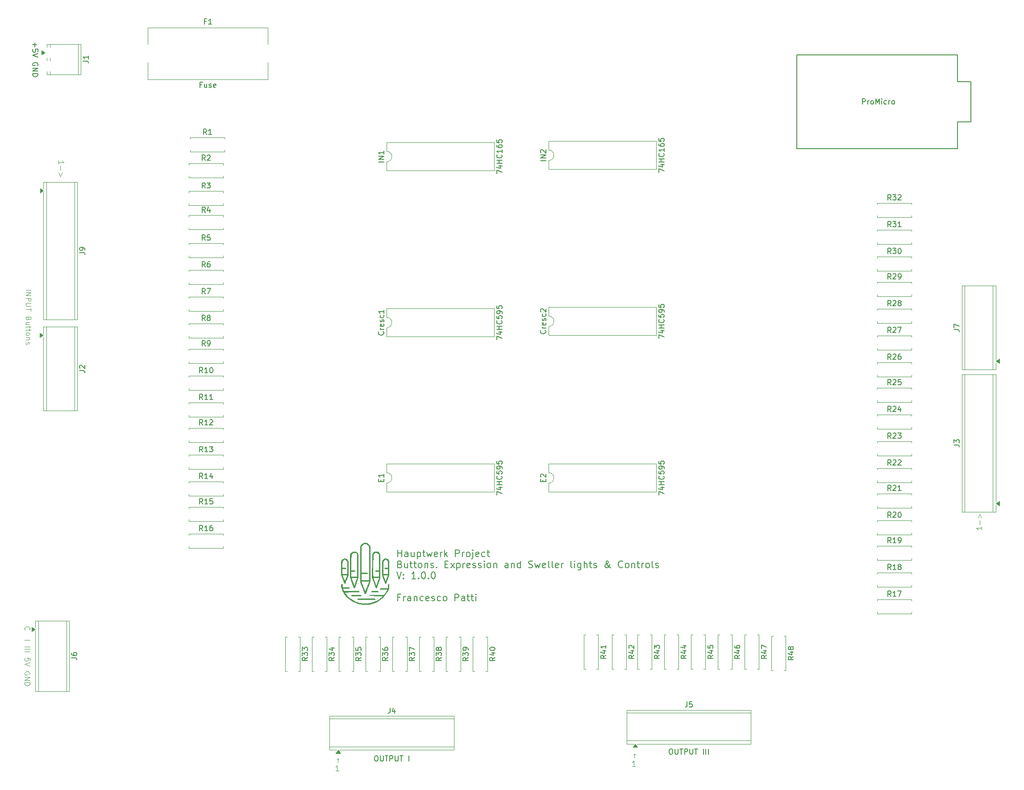
<source format=gbr>
%TF.GenerationSoftware,KiCad,Pcbnew,9.0.3*%
%TF.CreationDate,2025-09-10T19:37:44+02:00*%
%TF.ProjectId,expressionAndButtonsPCB,65787072-6573-4736-996f-6e416e644275,1.0.0*%
%TF.SameCoordinates,Original*%
%TF.FileFunction,Legend,Top*%
%TF.FilePolarity,Positive*%
%FSLAX46Y46*%
G04 Gerber Fmt 4.6, Leading zero omitted, Abs format (unit mm)*
G04 Created by KiCad (PCBNEW 9.0.3) date 2025-09-10 19:37:44*
%MOMM*%
%LPD*%
G01*
G04 APERTURE LIST*
%ADD10C,0.100000*%
%ADD11C,0.187500*%
%ADD12C,0.200000*%
%ADD13C,0.150000*%
%ADD14C,0.120000*%
%ADD15C,0.000000*%
G04 APERTURE END LIST*
D10*
X33242819Y-150481312D02*
X33195200Y-150433693D01*
X33195200Y-150433693D02*
X33147580Y-150290836D01*
X33147580Y-150290836D02*
X33147580Y-150195598D01*
X33147580Y-150195598D02*
X33195200Y-150052741D01*
X33195200Y-150052741D02*
X33290438Y-149957503D01*
X33290438Y-149957503D02*
X33385676Y-149909884D01*
X33385676Y-149909884D02*
X33576152Y-149862265D01*
X33576152Y-149862265D02*
X33719009Y-149862265D01*
X33719009Y-149862265D02*
X33909485Y-149909884D01*
X33909485Y-149909884D02*
X34004723Y-149957503D01*
X34004723Y-149957503D02*
X34099961Y-150052741D01*
X34099961Y-150052741D02*
X34147580Y-150195598D01*
X34147580Y-150195598D02*
X34147580Y-150290836D01*
X34147580Y-150290836D02*
X34099961Y-150433693D01*
X34099961Y-150433693D02*
X34052342Y-150481312D01*
X33147580Y-152433694D02*
X34147580Y-152433694D01*
X33147580Y-153671789D02*
X34147580Y-153671789D01*
X33147580Y-154147979D02*
X34147580Y-154147979D01*
X33147580Y-154624169D02*
X34147580Y-154624169D01*
X34147580Y-156338454D02*
X34147580Y-155862264D01*
X34147580Y-155862264D02*
X33671390Y-155814645D01*
X33671390Y-155814645D02*
X33719009Y-155862264D01*
X33719009Y-155862264D02*
X33766628Y-155957502D01*
X33766628Y-155957502D02*
X33766628Y-156195597D01*
X33766628Y-156195597D02*
X33719009Y-156290835D01*
X33719009Y-156290835D02*
X33671390Y-156338454D01*
X33671390Y-156338454D02*
X33576152Y-156386073D01*
X33576152Y-156386073D02*
X33338057Y-156386073D01*
X33338057Y-156386073D02*
X33242819Y-156338454D01*
X33242819Y-156338454D02*
X33195200Y-156290835D01*
X33195200Y-156290835D02*
X33147580Y-156195597D01*
X33147580Y-156195597D02*
X33147580Y-155957502D01*
X33147580Y-155957502D02*
X33195200Y-155862264D01*
X33195200Y-155862264D02*
X33242819Y-155814645D01*
X34147580Y-156671788D02*
X33147580Y-157005121D01*
X33147580Y-157005121D02*
X34147580Y-157338454D01*
X34099961Y-158957502D02*
X34147580Y-158862264D01*
X34147580Y-158862264D02*
X34147580Y-158719407D01*
X34147580Y-158719407D02*
X34099961Y-158576550D01*
X34099961Y-158576550D02*
X34004723Y-158481312D01*
X34004723Y-158481312D02*
X33909485Y-158433693D01*
X33909485Y-158433693D02*
X33719009Y-158386074D01*
X33719009Y-158386074D02*
X33576152Y-158386074D01*
X33576152Y-158386074D02*
X33385676Y-158433693D01*
X33385676Y-158433693D02*
X33290438Y-158481312D01*
X33290438Y-158481312D02*
X33195200Y-158576550D01*
X33195200Y-158576550D02*
X33147580Y-158719407D01*
X33147580Y-158719407D02*
X33147580Y-158814645D01*
X33147580Y-158814645D02*
X33195200Y-158957502D01*
X33195200Y-158957502D02*
X33242819Y-159005121D01*
X33242819Y-159005121D02*
X33576152Y-159005121D01*
X33576152Y-159005121D02*
X33576152Y-158814645D01*
X33147580Y-159433693D02*
X34147580Y-159433693D01*
X34147580Y-159433693D02*
X33147580Y-160005121D01*
X33147580Y-160005121D02*
X34147580Y-160005121D01*
X33147580Y-160481312D02*
X34147580Y-160481312D01*
X34147580Y-160481312D02*
X34147580Y-160719407D01*
X34147580Y-160719407D02*
X34099961Y-160862264D01*
X34099961Y-160862264D02*
X34004723Y-160957502D01*
X34004723Y-160957502D02*
X33909485Y-161005121D01*
X33909485Y-161005121D02*
X33719009Y-161052740D01*
X33719009Y-161052740D02*
X33576152Y-161052740D01*
X33576152Y-161052740D02*
X33385676Y-161005121D01*
X33385676Y-161005121D02*
X33290438Y-160957502D01*
X33290438Y-160957502D02*
X33195200Y-160862264D01*
X33195200Y-160862264D02*
X33147580Y-160719407D01*
X33147580Y-160719407D02*
X33147580Y-160481312D01*
D11*
X35038083Y-39111450D02*
X35038083Y-39873355D01*
X34657130Y-39492402D02*
X35419035Y-39492402D01*
X35657130Y-40825735D02*
X35657130Y-40349545D01*
X35657130Y-40349545D02*
X35180940Y-40301926D01*
X35180940Y-40301926D02*
X35228559Y-40349545D01*
X35228559Y-40349545D02*
X35276178Y-40444783D01*
X35276178Y-40444783D02*
X35276178Y-40682878D01*
X35276178Y-40682878D02*
X35228559Y-40778116D01*
X35228559Y-40778116D02*
X35180940Y-40825735D01*
X35180940Y-40825735D02*
X35085702Y-40873354D01*
X35085702Y-40873354D02*
X34847607Y-40873354D01*
X34847607Y-40873354D02*
X34752369Y-40825735D01*
X34752369Y-40825735D02*
X34704750Y-40778116D01*
X34704750Y-40778116D02*
X34657130Y-40682878D01*
X34657130Y-40682878D02*
X34657130Y-40444783D01*
X34657130Y-40444783D02*
X34704750Y-40349545D01*
X34704750Y-40349545D02*
X34752369Y-40301926D01*
X35657130Y-41159069D02*
X34657130Y-41492402D01*
X34657130Y-41492402D02*
X35657130Y-41825735D01*
X35609511Y-43444783D02*
X35657130Y-43349545D01*
X35657130Y-43349545D02*
X35657130Y-43206688D01*
X35657130Y-43206688D02*
X35609511Y-43063831D01*
X35609511Y-43063831D02*
X35514273Y-42968593D01*
X35514273Y-42968593D02*
X35419035Y-42920974D01*
X35419035Y-42920974D02*
X35228559Y-42873355D01*
X35228559Y-42873355D02*
X35085702Y-42873355D01*
X35085702Y-42873355D02*
X34895226Y-42920974D01*
X34895226Y-42920974D02*
X34799988Y-42968593D01*
X34799988Y-42968593D02*
X34704750Y-43063831D01*
X34704750Y-43063831D02*
X34657130Y-43206688D01*
X34657130Y-43206688D02*
X34657130Y-43301926D01*
X34657130Y-43301926D02*
X34704750Y-43444783D01*
X34704750Y-43444783D02*
X34752369Y-43492402D01*
X34752369Y-43492402D02*
X35085702Y-43492402D01*
X35085702Y-43492402D02*
X35085702Y-43301926D01*
X34657130Y-43920974D02*
X35657130Y-43920974D01*
X35657130Y-43920974D02*
X34657130Y-44492402D01*
X34657130Y-44492402D02*
X35657130Y-44492402D01*
X34657130Y-44968593D02*
X35657130Y-44968593D01*
X35657130Y-44968593D02*
X35657130Y-45206688D01*
X35657130Y-45206688D02*
X35609511Y-45349545D01*
X35609511Y-45349545D02*
X35514273Y-45444783D01*
X35514273Y-45444783D02*
X35419035Y-45492402D01*
X35419035Y-45492402D02*
X35228559Y-45540021D01*
X35228559Y-45540021D02*
X35085702Y-45540021D01*
X35085702Y-45540021D02*
X34895226Y-45492402D01*
X34895226Y-45492402D02*
X34799988Y-45444783D01*
X34799988Y-45444783D02*
X34704750Y-45349545D01*
X34704750Y-45349545D02*
X34657130Y-45206688D01*
X34657130Y-45206688D02*
X34657130Y-44968593D01*
D12*
X103916101Y-136608796D02*
X103916101Y-135308796D01*
X103916101Y-135927844D02*
X104658958Y-135927844D01*
X104658958Y-136608796D02*
X104658958Y-135308796D01*
X105835149Y-136608796D02*
X105835149Y-135927844D01*
X105835149Y-135927844D02*
X105773244Y-135804034D01*
X105773244Y-135804034D02*
X105649435Y-135742130D01*
X105649435Y-135742130D02*
X105401816Y-135742130D01*
X105401816Y-135742130D02*
X105278006Y-135804034D01*
X105835149Y-136546892D02*
X105711340Y-136608796D01*
X105711340Y-136608796D02*
X105401816Y-136608796D01*
X105401816Y-136608796D02*
X105278006Y-136546892D01*
X105278006Y-136546892D02*
X105216102Y-136423082D01*
X105216102Y-136423082D02*
X105216102Y-136299272D01*
X105216102Y-136299272D02*
X105278006Y-136175463D01*
X105278006Y-136175463D02*
X105401816Y-136113558D01*
X105401816Y-136113558D02*
X105711340Y-136113558D01*
X105711340Y-136113558D02*
X105835149Y-136051653D01*
X107011339Y-135742130D02*
X107011339Y-136608796D01*
X106454196Y-135742130D02*
X106454196Y-136423082D01*
X106454196Y-136423082D02*
X106516101Y-136546892D01*
X106516101Y-136546892D02*
X106639911Y-136608796D01*
X106639911Y-136608796D02*
X106825625Y-136608796D01*
X106825625Y-136608796D02*
X106949434Y-136546892D01*
X106949434Y-136546892D02*
X107011339Y-136484987D01*
X107630386Y-135742130D02*
X107630386Y-137042130D01*
X107630386Y-135804034D02*
X107754196Y-135742130D01*
X107754196Y-135742130D02*
X108001815Y-135742130D01*
X108001815Y-135742130D02*
X108125624Y-135804034D01*
X108125624Y-135804034D02*
X108187529Y-135865939D01*
X108187529Y-135865939D02*
X108249434Y-135989749D01*
X108249434Y-135989749D02*
X108249434Y-136361177D01*
X108249434Y-136361177D02*
X108187529Y-136484987D01*
X108187529Y-136484987D02*
X108125624Y-136546892D01*
X108125624Y-136546892D02*
X108001815Y-136608796D01*
X108001815Y-136608796D02*
X107754196Y-136608796D01*
X107754196Y-136608796D02*
X107630386Y-136546892D01*
X108620862Y-135742130D02*
X109116100Y-135742130D01*
X108806576Y-135308796D02*
X108806576Y-136423082D01*
X108806576Y-136423082D02*
X108868481Y-136546892D01*
X108868481Y-136546892D02*
X108992291Y-136608796D01*
X108992291Y-136608796D02*
X109116100Y-136608796D01*
X109425624Y-135742130D02*
X109673243Y-136608796D01*
X109673243Y-136608796D02*
X109920862Y-135989749D01*
X109920862Y-135989749D02*
X110168481Y-136608796D01*
X110168481Y-136608796D02*
X110416100Y-135742130D01*
X111406576Y-136546892D02*
X111282767Y-136608796D01*
X111282767Y-136608796D02*
X111035148Y-136608796D01*
X111035148Y-136608796D02*
X110911338Y-136546892D01*
X110911338Y-136546892D02*
X110849434Y-136423082D01*
X110849434Y-136423082D02*
X110849434Y-135927844D01*
X110849434Y-135927844D02*
X110911338Y-135804034D01*
X110911338Y-135804034D02*
X111035148Y-135742130D01*
X111035148Y-135742130D02*
X111282767Y-135742130D01*
X111282767Y-135742130D02*
X111406576Y-135804034D01*
X111406576Y-135804034D02*
X111468481Y-135927844D01*
X111468481Y-135927844D02*
X111468481Y-136051653D01*
X111468481Y-136051653D02*
X110849434Y-136175463D01*
X112025624Y-136608796D02*
X112025624Y-135742130D01*
X112025624Y-135989749D02*
X112087529Y-135865939D01*
X112087529Y-135865939D02*
X112149434Y-135804034D01*
X112149434Y-135804034D02*
X112273243Y-135742130D01*
X112273243Y-135742130D02*
X112397053Y-135742130D01*
X112830386Y-136608796D02*
X112830386Y-135308796D01*
X112954196Y-136113558D02*
X113325624Y-136608796D01*
X113325624Y-135742130D02*
X112830386Y-136237368D01*
X114873243Y-136608796D02*
X114873243Y-135308796D01*
X114873243Y-135308796D02*
X115368481Y-135308796D01*
X115368481Y-135308796D02*
X115492291Y-135370701D01*
X115492291Y-135370701D02*
X115554196Y-135432606D01*
X115554196Y-135432606D02*
X115616100Y-135556415D01*
X115616100Y-135556415D02*
X115616100Y-135742130D01*
X115616100Y-135742130D02*
X115554196Y-135865939D01*
X115554196Y-135865939D02*
X115492291Y-135927844D01*
X115492291Y-135927844D02*
X115368481Y-135989749D01*
X115368481Y-135989749D02*
X114873243Y-135989749D01*
X116173243Y-136608796D02*
X116173243Y-135742130D01*
X116173243Y-135989749D02*
X116235148Y-135865939D01*
X116235148Y-135865939D02*
X116297053Y-135804034D01*
X116297053Y-135804034D02*
X116420862Y-135742130D01*
X116420862Y-135742130D02*
X116544672Y-135742130D01*
X117163720Y-136608796D02*
X117039910Y-136546892D01*
X117039910Y-136546892D02*
X116978005Y-136484987D01*
X116978005Y-136484987D02*
X116916101Y-136361177D01*
X116916101Y-136361177D02*
X116916101Y-135989749D01*
X116916101Y-135989749D02*
X116978005Y-135865939D01*
X116978005Y-135865939D02*
X117039910Y-135804034D01*
X117039910Y-135804034D02*
X117163720Y-135742130D01*
X117163720Y-135742130D02*
X117349434Y-135742130D01*
X117349434Y-135742130D02*
X117473243Y-135804034D01*
X117473243Y-135804034D02*
X117535148Y-135865939D01*
X117535148Y-135865939D02*
X117597053Y-135989749D01*
X117597053Y-135989749D02*
X117597053Y-136361177D01*
X117597053Y-136361177D02*
X117535148Y-136484987D01*
X117535148Y-136484987D02*
X117473243Y-136546892D01*
X117473243Y-136546892D02*
X117349434Y-136608796D01*
X117349434Y-136608796D02*
X117163720Y-136608796D01*
X118154195Y-135742130D02*
X118154195Y-136856415D01*
X118154195Y-136856415D02*
X118092291Y-136980225D01*
X118092291Y-136980225D02*
X117968481Y-137042130D01*
X117968481Y-137042130D02*
X117906576Y-137042130D01*
X118154195Y-135308796D02*
X118092291Y-135370701D01*
X118092291Y-135370701D02*
X118154195Y-135432606D01*
X118154195Y-135432606D02*
X118216100Y-135370701D01*
X118216100Y-135370701D02*
X118154195Y-135308796D01*
X118154195Y-135308796D02*
X118154195Y-135432606D01*
X119268481Y-136546892D02*
X119144672Y-136608796D01*
X119144672Y-136608796D02*
X118897053Y-136608796D01*
X118897053Y-136608796D02*
X118773243Y-136546892D01*
X118773243Y-136546892D02*
X118711339Y-136423082D01*
X118711339Y-136423082D02*
X118711339Y-135927844D01*
X118711339Y-135927844D02*
X118773243Y-135804034D01*
X118773243Y-135804034D02*
X118897053Y-135742130D01*
X118897053Y-135742130D02*
X119144672Y-135742130D01*
X119144672Y-135742130D02*
X119268481Y-135804034D01*
X119268481Y-135804034D02*
X119330386Y-135927844D01*
X119330386Y-135927844D02*
X119330386Y-136051653D01*
X119330386Y-136051653D02*
X118711339Y-136175463D01*
X120444672Y-136546892D02*
X120320863Y-136608796D01*
X120320863Y-136608796D02*
X120073244Y-136608796D01*
X120073244Y-136608796D02*
X119949434Y-136546892D01*
X119949434Y-136546892D02*
X119887529Y-136484987D01*
X119887529Y-136484987D02*
X119825625Y-136361177D01*
X119825625Y-136361177D02*
X119825625Y-135989749D01*
X119825625Y-135989749D02*
X119887529Y-135865939D01*
X119887529Y-135865939D02*
X119949434Y-135804034D01*
X119949434Y-135804034D02*
X120073244Y-135742130D01*
X120073244Y-135742130D02*
X120320863Y-135742130D01*
X120320863Y-135742130D02*
X120444672Y-135804034D01*
X120816101Y-135742130D02*
X121311339Y-135742130D01*
X121001815Y-135308796D02*
X121001815Y-136423082D01*
X121001815Y-136423082D02*
X121063720Y-136546892D01*
X121063720Y-136546892D02*
X121187530Y-136608796D01*
X121187530Y-136608796D02*
X121311339Y-136608796D01*
X104349435Y-138020771D02*
X104535149Y-138082676D01*
X104535149Y-138082676D02*
X104597054Y-138144580D01*
X104597054Y-138144580D02*
X104658958Y-138268390D01*
X104658958Y-138268390D02*
X104658958Y-138454104D01*
X104658958Y-138454104D02*
X104597054Y-138577914D01*
X104597054Y-138577914D02*
X104535149Y-138639819D01*
X104535149Y-138639819D02*
X104411339Y-138701723D01*
X104411339Y-138701723D02*
X103916101Y-138701723D01*
X103916101Y-138701723D02*
X103916101Y-137401723D01*
X103916101Y-137401723D02*
X104349435Y-137401723D01*
X104349435Y-137401723D02*
X104473244Y-137463628D01*
X104473244Y-137463628D02*
X104535149Y-137525533D01*
X104535149Y-137525533D02*
X104597054Y-137649342D01*
X104597054Y-137649342D02*
X104597054Y-137773152D01*
X104597054Y-137773152D02*
X104535149Y-137896961D01*
X104535149Y-137896961D02*
X104473244Y-137958866D01*
X104473244Y-137958866D02*
X104349435Y-138020771D01*
X104349435Y-138020771D02*
X103916101Y-138020771D01*
X105773244Y-137835057D02*
X105773244Y-138701723D01*
X105216101Y-137835057D02*
X105216101Y-138516009D01*
X105216101Y-138516009D02*
X105278006Y-138639819D01*
X105278006Y-138639819D02*
X105401816Y-138701723D01*
X105401816Y-138701723D02*
X105587530Y-138701723D01*
X105587530Y-138701723D02*
X105711339Y-138639819D01*
X105711339Y-138639819D02*
X105773244Y-138577914D01*
X106206577Y-137835057D02*
X106701815Y-137835057D01*
X106392291Y-137401723D02*
X106392291Y-138516009D01*
X106392291Y-138516009D02*
X106454196Y-138639819D01*
X106454196Y-138639819D02*
X106578006Y-138701723D01*
X106578006Y-138701723D02*
X106701815Y-138701723D01*
X106949434Y-137835057D02*
X107444672Y-137835057D01*
X107135148Y-137401723D02*
X107135148Y-138516009D01*
X107135148Y-138516009D02*
X107197053Y-138639819D01*
X107197053Y-138639819D02*
X107320863Y-138701723D01*
X107320863Y-138701723D02*
X107444672Y-138701723D01*
X108063720Y-138701723D02*
X107939910Y-138639819D01*
X107939910Y-138639819D02*
X107878005Y-138577914D01*
X107878005Y-138577914D02*
X107816101Y-138454104D01*
X107816101Y-138454104D02*
X107816101Y-138082676D01*
X107816101Y-138082676D02*
X107878005Y-137958866D01*
X107878005Y-137958866D02*
X107939910Y-137896961D01*
X107939910Y-137896961D02*
X108063720Y-137835057D01*
X108063720Y-137835057D02*
X108249434Y-137835057D01*
X108249434Y-137835057D02*
X108373243Y-137896961D01*
X108373243Y-137896961D02*
X108435148Y-137958866D01*
X108435148Y-137958866D02*
X108497053Y-138082676D01*
X108497053Y-138082676D02*
X108497053Y-138454104D01*
X108497053Y-138454104D02*
X108435148Y-138577914D01*
X108435148Y-138577914D02*
X108373243Y-138639819D01*
X108373243Y-138639819D02*
X108249434Y-138701723D01*
X108249434Y-138701723D02*
X108063720Y-138701723D01*
X109054195Y-137835057D02*
X109054195Y-138701723D01*
X109054195Y-137958866D02*
X109116100Y-137896961D01*
X109116100Y-137896961D02*
X109239910Y-137835057D01*
X109239910Y-137835057D02*
X109425624Y-137835057D01*
X109425624Y-137835057D02*
X109549433Y-137896961D01*
X109549433Y-137896961D02*
X109611338Y-138020771D01*
X109611338Y-138020771D02*
X109611338Y-138701723D01*
X110168481Y-138639819D02*
X110292290Y-138701723D01*
X110292290Y-138701723D02*
X110539909Y-138701723D01*
X110539909Y-138701723D02*
X110663719Y-138639819D01*
X110663719Y-138639819D02*
X110725623Y-138516009D01*
X110725623Y-138516009D02*
X110725623Y-138454104D01*
X110725623Y-138454104D02*
X110663719Y-138330295D01*
X110663719Y-138330295D02*
X110539909Y-138268390D01*
X110539909Y-138268390D02*
X110354195Y-138268390D01*
X110354195Y-138268390D02*
X110230385Y-138206485D01*
X110230385Y-138206485D02*
X110168481Y-138082676D01*
X110168481Y-138082676D02*
X110168481Y-138020771D01*
X110168481Y-138020771D02*
X110230385Y-137896961D01*
X110230385Y-137896961D02*
X110354195Y-137835057D01*
X110354195Y-137835057D02*
X110539909Y-137835057D01*
X110539909Y-137835057D02*
X110663719Y-137896961D01*
X111282766Y-138577914D02*
X111344671Y-138639819D01*
X111344671Y-138639819D02*
X111282766Y-138701723D01*
X111282766Y-138701723D02*
X111220862Y-138639819D01*
X111220862Y-138639819D02*
X111282766Y-138577914D01*
X111282766Y-138577914D02*
X111282766Y-138701723D01*
X112892290Y-138020771D02*
X113325624Y-138020771D01*
X113511338Y-138701723D02*
X112892290Y-138701723D01*
X112892290Y-138701723D02*
X112892290Y-137401723D01*
X112892290Y-137401723D02*
X113511338Y-137401723D01*
X113944671Y-138701723D02*
X114625623Y-137835057D01*
X113944671Y-137835057D02*
X114625623Y-138701723D01*
X115120861Y-137835057D02*
X115120861Y-139135057D01*
X115120861Y-137896961D02*
X115244671Y-137835057D01*
X115244671Y-137835057D02*
X115492290Y-137835057D01*
X115492290Y-137835057D02*
X115616099Y-137896961D01*
X115616099Y-137896961D02*
X115678004Y-137958866D01*
X115678004Y-137958866D02*
X115739909Y-138082676D01*
X115739909Y-138082676D02*
X115739909Y-138454104D01*
X115739909Y-138454104D02*
X115678004Y-138577914D01*
X115678004Y-138577914D02*
X115616099Y-138639819D01*
X115616099Y-138639819D02*
X115492290Y-138701723D01*
X115492290Y-138701723D02*
X115244671Y-138701723D01*
X115244671Y-138701723D02*
X115120861Y-138639819D01*
X116297051Y-138701723D02*
X116297051Y-137835057D01*
X116297051Y-138082676D02*
X116358956Y-137958866D01*
X116358956Y-137958866D02*
X116420861Y-137896961D01*
X116420861Y-137896961D02*
X116544670Y-137835057D01*
X116544670Y-137835057D02*
X116668480Y-137835057D01*
X117597051Y-138639819D02*
X117473242Y-138701723D01*
X117473242Y-138701723D02*
X117225623Y-138701723D01*
X117225623Y-138701723D02*
X117101813Y-138639819D01*
X117101813Y-138639819D02*
X117039909Y-138516009D01*
X117039909Y-138516009D02*
X117039909Y-138020771D01*
X117039909Y-138020771D02*
X117101813Y-137896961D01*
X117101813Y-137896961D02*
X117225623Y-137835057D01*
X117225623Y-137835057D02*
X117473242Y-137835057D01*
X117473242Y-137835057D02*
X117597051Y-137896961D01*
X117597051Y-137896961D02*
X117658956Y-138020771D01*
X117658956Y-138020771D02*
X117658956Y-138144580D01*
X117658956Y-138144580D02*
X117039909Y-138268390D01*
X118154195Y-138639819D02*
X118278004Y-138701723D01*
X118278004Y-138701723D02*
X118525623Y-138701723D01*
X118525623Y-138701723D02*
X118649433Y-138639819D01*
X118649433Y-138639819D02*
X118711337Y-138516009D01*
X118711337Y-138516009D02*
X118711337Y-138454104D01*
X118711337Y-138454104D02*
X118649433Y-138330295D01*
X118649433Y-138330295D02*
X118525623Y-138268390D01*
X118525623Y-138268390D02*
X118339909Y-138268390D01*
X118339909Y-138268390D02*
X118216099Y-138206485D01*
X118216099Y-138206485D02*
X118154195Y-138082676D01*
X118154195Y-138082676D02*
X118154195Y-138020771D01*
X118154195Y-138020771D02*
X118216099Y-137896961D01*
X118216099Y-137896961D02*
X118339909Y-137835057D01*
X118339909Y-137835057D02*
X118525623Y-137835057D01*
X118525623Y-137835057D02*
X118649433Y-137896961D01*
X119206576Y-138639819D02*
X119330385Y-138701723D01*
X119330385Y-138701723D02*
X119578004Y-138701723D01*
X119578004Y-138701723D02*
X119701814Y-138639819D01*
X119701814Y-138639819D02*
X119763718Y-138516009D01*
X119763718Y-138516009D02*
X119763718Y-138454104D01*
X119763718Y-138454104D02*
X119701814Y-138330295D01*
X119701814Y-138330295D02*
X119578004Y-138268390D01*
X119578004Y-138268390D02*
X119392290Y-138268390D01*
X119392290Y-138268390D02*
X119268480Y-138206485D01*
X119268480Y-138206485D02*
X119206576Y-138082676D01*
X119206576Y-138082676D02*
X119206576Y-138020771D01*
X119206576Y-138020771D02*
X119268480Y-137896961D01*
X119268480Y-137896961D02*
X119392290Y-137835057D01*
X119392290Y-137835057D02*
X119578004Y-137835057D01*
X119578004Y-137835057D02*
X119701814Y-137896961D01*
X120320861Y-138701723D02*
X120320861Y-137835057D01*
X120320861Y-137401723D02*
X120258957Y-137463628D01*
X120258957Y-137463628D02*
X120320861Y-137525533D01*
X120320861Y-137525533D02*
X120382766Y-137463628D01*
X120382766Y-137463628D02*
X120320861Y-137401723D01*
X120320861Y-137401723D02*
X120320861Y-137525533D01*
X121125624Y-138701723D02*
X121001814Y-138639819D01*
X121001814Y-138639819D02*
X120939909Y-138577914D01*
X120939909Y-138577914D02*
X120878005Y-138454104D01*
X120878005Y-138454104D02*
X120878005Y-138082676D01*
X120878005Y-138082676D02*
X120939909Y-137958866D01*
X120939909Y-137958866D02*
X121001814Y-137896961D01*
X121001814Y-137896961D02*
X121125624Y-137835057D01*
X121125624Y-137835057D02*
X121311338Y-137835057D01*
X121311338Y-137835057D02*
X121435147Y-137896961D01*
X121435147Y-137896961D02*
X121497052Y-137958866D01*
X121497052Y-137958866D02*
X121558957Y-138082676D01*
X121558957Y-138082676D02*
X121558957Y-138454104D01*
X121558957Y-138454104D02*
X121497052Y-138577914D01*
X121497052Y-138577914D02*
X121435147Y-138639819D01*
X121435147Y-138639819D02*
X121311338Y-138701723D01*
X121311338Y-138701723D02*
X121125624Y-138701723D01*
X122116099Y-137835057D02*
X122116099Y-138701723D01*
X122116099Y-137958866D02*
X122178004Y-137896961D01*
X122178004Y-137896961D02*
X122301814Y-137835057D01*
X122301814Y-137835057D02*
X122487528Y-137835057D01*
X122487528Y-137835057D02*
X122611337Y-137896961D01*
X122611337Y-137896961D02*
X122673242Y-138020771D01*
X122673242Y-138020771D02*
X122673242Y-138701723D01*
X124839908Y-138701723D02*
X124839908Y-138020771D01*
X124839908Y-138020771D02*
X124778003Y-137896961D01*
X124778003Y-137896961D02*
X124654194Y-137835057D01*
X124654194Y-137835057D02*
X124406575Y-137835057D01*
X124406575Y-137835057D02*
X124282765Y-137896961D01*
X124839908Y-138639819D02*
X124716099Y-138701723D01*
X124716099Y-138701723D02*
X124406575Y-138701723D01*
X124406575Y-138701723D02*
X124282765Y-138639819D01*
X124282765Y-138639819D02*
X124220861Y-138516009D01*
X124220861Y-138516009D02*
X124220861Y-138392199D01*
X124220861Y-138392199D02*
X124282765Y-138268390D01*
X124282765Y-138268390D02*
X124406575Y-138206485D01*
X124406575Y-138206485D02*
X124716099Y-138206485D01*
X124716099Y-138206485D02*
X124839908Y-138144580D01*
X125458955Y-137835057D02*
X125458955Y-138701723D01*
X125458955Y-137958866D02*
X125520860Y-137896961D01*
X125520860Y-137896961D02*
X125644670Y-137835057D01*
X125644670Y-137835057D02*
X125830384Y-137835057D01*
X125830384Y-137835057D02*
X125954193Y-137896961D01*
X125954193Y-137896961D02*
X126016098Y-138020771D01*
X126016098Y-138020771D02*
X126016098Y-138701723D01*
X127192288Y-138701723D02*
X127192288Y-137401723D01*
X127192288Y-138639819D02*
X127068479Y-138701723D01*
X127068479Y-138701723D02*
X126820860Y-138701723D01*
X126820860Y-138701723D02*
X126697050Y-138639819D01*
X126697050Y-138639819D02*
X126635145Y-138577914D01*
X126635145Y-138577914D02*
X126573241Y-138454104D01*
X126573241Y-138454104D02*
X126573241Y-138082676D01*
X126573241Y-138082676D02*
X126635145Y-137958866D01*
X126635145Y-137958866D02*
X126697050Y-137896961D01*
X126697050Y-137896961D02*
X126820860Y-137835057D01*
X126820860Y-137835057D02*
X127068479Y-137835057D01*
X127068479Y-137835057D02*
X127192288Y-137896961D01*
X128739907Y-138639819D02*
X128925621Y-138701723D01*
X128925621Y-138701723D02*
X129235145Y-138701723D01*
X129235145Y-138701723D02*
X129358954Y-138639819D01*
X129358954Y-138639819D02*
X129420859Y-138577914D01*
X129420859Y-138577914D02*
X129482764Y-138454104D01*
X129482764Y-138454104D02*
X129482764Y-138330295D01*
X129482764Y-138330295D02*
X129420859Y-138206485D01*
X129420859Y-138206485D02*
X129358954Y-138144580D01*
X129358954Y-138144580D02*
X129235145Y-138082676D01*
X129235145Y-138082676D02*
X128987526Y-138020771D01*
X128987526Y-138020771D02*
X128863716Y-137958866D01*
X128863716Y-137958866D02*
X128801811Y-137896961D01*
X128801811Y-137896961D02*
X128739907Y-137773152D01*
X128739907Y-137773152D02*
X128739907Y-137649342D01*
X128739907Y-137649342D02*
X128801811Y-137525533D01*
X128801811Y-137525533D02*
X128863716Y-137463628D01*
X128863716Y-137463628D02*
X128987526Y-137401723D01*
X128987526Y-137401723D02*
X129297049Y-137401723D01*
X129297049Y-137401723D02*
X129482764Y-137463628D01*
X129916097Y-137835057D02*
X130163716Y-138701723D01*
X130163716Y-138701723D02*
X130411335Y-138082676D01*
X130411335Y-138082676D02*
X130658954Y-138701723D01*
X130658954Y-138701723D02*
X130906573Y-137835057D01*
X131897049Y-138639819D02*
X131773240Y-138701723D01*
X131773240Y-138701723D02*
X131525621Y-138701723D01*
X131525621Y-138701723D02*
X131401811Y-138639819D01*
X131401811Y-138639819D02*
X131339907Y-138516009D01*
X131339907Y-138516009D02*
X131339907Y-138020771D01*
X131339907Y-138020771D02*
X131401811Y-137896961D01*
X131401811Y-137896961D02*
X131525621Y-137835057D01*
X131525621Y-137835057D02*
X131773240Y-137835057D01*
X131773240Y-137835057D02*
X131897049Y-137896961D01*
X131897049Y-137896961D02*
X131958954Y-138020771D01*
X131958954Y-138020771D02*
X131958954Y-138144580D01*
X131958954Y-138144580D02*
X131339907Y-138268390D01*
X132701812Y-138701723D02*
X132578002Y-138639819D01*
X132578002Y-138639819D02*
X132516097Y-138516009D01*
X132516097Y-138516009D02*
X132516097Y-137401723D01*
X133382764Y-138701723D02*
X133258954Y-138639819D01*
X133258954Y-138639819D02*
X133197049Y-138516009D01*
X133197049Y-138516009D02*
X133197049Y-137401723D01*
X134373239Y-138639819D02*
X134249430Y-138701723D01*
X134249430Y-138701723D02*
X134001811Y-138701723D01*
X134001811Y-138701723D02*
X133878001Y-138639819D01*
X133878001Y-138639819D02*
X133816097Y-138516009D01*
X133816097Y-138516009D02*
X133816097Y-138020771D01*
X133816097Y-138020771D02*
X133878001Y-137896961D01*
X133878001Y-137896961D02*
X134001811Y-137835057D01*
X134001811Y-137835057D02*
X134249430Y-137835057D01*
X134249430Y-137835057D02*
X134373239Y-137896961D01*
X134373239Y-137896961D02*
X134435144Y-138020771D01*
X134435144Y-138020771D02*
X134435144Y-138144580D01*
X134435144Y-138144580D02*
X133816097Y-138268390D01*
X134992287Y-138701723D02*
X134992287Y-137835057D01*
X134992287Y-138082676D02*
X135054192Y-137958866D01*
X135054192Y-137958866D02*
X135116097Y-137896961D01*
X135116097Y-137896961D02*
X135239906Y-137835057D01*
X135239906Y-137835057D02*
X135363716Y-137835057D01*
X136973240Y-138701723D02*
X136849430Y-138639819D01*
X136849430Y-138639819D02*
X136787525Y-138516009D01*
X136787525Y-138516009D02*
X136787525Y-137401723D01*
X137468477Y-138701723D02*
X137468477Y-137835057D01*
X137468477Y-137401723D02*
X137406573Y-137463628D01*
X137406573Y-137463628D02*
X137468477Y-137525533D01*
X137468477Y-137525533D02*
X137530382Y-137463628D01*
X137530382Y-137463628D02*
X137468477Y-137401723D01*
X137468477Y-137401723D02*
X137468477Y-137525533D01*
X138644668Y-137835057D02*
X138644668Y-138887438D01*
X138644668Y-138887438D02*
X138582763Y-139011247D01*
X138582763Y-139011247D02*
X138520859Y-139073152D01*
X138520859Y-139073152D02*
X138397049Y-139135057D01*
X138397049Y-139135057D02*
X138211335Y-139135057D01*
X138211335Y-139135057D02*
X138087525Y-139073152D01*
X138644668Y-138639819D02*
X138520859Y-138701723D01*
X138520859Y-138701723D02*
X138273240Y-138701723D01*
X138273240Y-138701723D02*
X138149430Y-138639819D01*
X138149430Y-138639819D02*
X138087525Y-138577914D01*
X138087525Y-138577914D02*
X138025621Y-138454104D01*
X138025621Y-138454104D02*
X138025621Y-138082676D01*
X138025621Y-138082676D02*
X138087525Y-137958866D01*
X138087525Y-137958866D02*
X138149430Y-137896961D01*
X138149430Y-137896961D02*
X138273240Y-137835057D01*
X138273240Y-137835057D02*
X138520859Y-137835057D01*
X138520859Y-137835057D02*
X138644668Y-137896961D01*
X139263715Y-138701723D02*
X139263715Y-137401723D01*
X139820858Y-138701723D02*
X139820858Y-138020771D01*
X139820858Y-138020771D02*
X139758953Y-137896961D01*
X139758953Y-137896961D02*
X139635144Y-137835057D01*
X139635144Y-137835057D02*
X139449430Y-137835057D01*
X139449430Y-137835057D02*
X139325620Y-137896961D01*
X139325620Y-137896961D02*
X139263715Y-137958866D01*
X140254191Y-137835057D02*
X140749429Y-137835057D01*
X140439905Y-137401723D02*
X140439905Y-138516009D01*
X140439905Y-138516009D02*
X140501810Y-138639819D01*
X140501810Y-138639819D02*
X140625620Y-138701723D01*
X140625620Y-138701723D02*
X140749429Y-138701723D01*
X141120858Y-138639819D02*
X141244667Y-138701723D01*
X141244667Y-138701723D02*
X141492286Y-138701723D01*
X141492286Y-138701723D02*
X141616096Y-138639819D01*
X141616096Y-138639819D02*
X141678000Y-138516009D01*
X141678000Y-138516009D02*
X141678000Y-138454104D01*
X141678000Y-138454104D02*
X141616096Y-138330295D01*
X141616096Y-138330295D02*
X141492286Y-138268390D01*
X141492286Y-138268390D02*
X141306572Y-138268390D01*
X141306572Y-138268390D02*
X141182762Y-138206485D01*
X141182762Y-138206485D02*
X141120858Y-138082676D01*
X141120858Y-138082676D02*
X141120858Y-138020771D01*
X141120858Y-138020771D02*
X141182762Y-137896961D01*
X141182762Y-137896961D02*
X141306572Y-137835057D01*
X141306572Y-137835057D02*
X141492286Y-137835057D01*
X141492286Y-137835057D02*
X141616096Y-137896961D01*
X144278000Y-138701723D02*
X144216096Y-138701723D01*
X144216096Y-138701723D02*
X144092286Y-138639819D01*
X144092286Y-138639819D02*
X143906572Y-138454104D01*
X143906572Y-138454104D02*
X143597048Y-138082676D01*
X143597048Y-138082676D02*
X143473238Y-137896961D01*
X143473238Y-137896961D02*
X143411334Y-137711247D01*
X143411334Y-137711247D02*
X143411334Y-137587438D01*
X143411334Y-137587438D02*
X143473238Y-137463628D01*
X143473238Y-137463628D02*
X143597048Y-137401723D01*
X143597048Y-137401723D02*
X143658953Y-137401723D01*
X143658953Y-137401723D02*
X143782762Y-137463628D01*
X143782762Y-137463628D02*
X143844667Y-137587438D01*
X143844667Y-137587438D02*
X143844667Y-137649342D01*
X143844667Y-137649342D02*
X143782762Y-137773152D01*
X143782762Y-137773152D02*
X143720857Y-137835057D01*
X143720857Y-137835057D02*
X143349429Y-138082676D01*
X143349429Y-138082676D02*
X143287524Y-138144580D01*
X143287524Y-138144580D02*
X143225619Y-138268390D01*
X143225619Y-138268390D02*
X143225619Y-138454104D01*
X143225619Y-138454104D02*
X143287524Y-138577914D01*
X143287524Y-138577914D02*
X143349429Y-138639819D01*
X143349429Y-138639819D02*
X143473238Y-138701723D01*
X143473238Y-138701723D02*
X143658953Y-138701723D01*
X143658953Y-138701723D02*
X143782762Y-138639819D01*
X143782762Y-138639819D02*
X143844667Y-138577914D01*
X143844667Y-138577914D02*
X144030381Y-138330295D01*
X144030381Y-138330295D02*
X144092286Y-138144580D01*
X144092286Y-138144580D02*
X144092286Y-138020771D01*
X146568476Y-138577914D02*
X146506572Y-138639819D01*
X146506572Y-138639819D02*
X146320857Y-138701723D01*
X146320857Y-138701723D02*
X146197048Y-138701723D01*
X146197048Y-138701723D02*
X146011334Y-138639819D01*
X146011334Y-138639819D02*
X145887524Y-138516009D01*
X145887524Y-138516009D02*
X145825619Y-138392199D01*
X145825619Y-138392199D02*
X145763715Y-138144580D01*
X145763715Y-138144580D02*
X145763715Y-137958866D01*
X145763715Y-137958866D02*
X145825619Y-137711247D01*
X145825619Y-137711247D02*
X145887524Y-137587438D01*
X145887524Y-137587438D02*
X146011334Y-137463628D01*
X146011334Y-137463628D02*
X146197048Y-137401723D01*
X146197048Y-137401723D02*
X146320857Y-137401723D01*
X146320857Y-137401723D02*
X146506572Y-137463628D01*
X146506572Y-137463628D02*
X146568476Y-137525533D01*
X147311334Y-138701723D02*
X147187524Y-138639819D01*
X147187524Y-138639819D02*
X147125619Y-138577914D01*
X147125619Y-138577914D02*
X147063715Y-138454104D01*
X147063715Y-138454104D02*
X147063715Y-138082676D01*
X147063715Y-138082676D02*
X147125619Y-137958866D01*
X147125619Y-137958866D02*
X147187524Y-137896961D01*
X147187524Y-137896961D02*
X147311334Y-137835057D01*
X147311334Y-137835057D02*
X147497048Y-137835057D01*
X147497048Y-137835057D02*
X147620857Y-137896961D01*
X147620857Y-137896961D02*
X147682762Y-137958866D01*
X147682762Y-137958866D02*
X147744667Y-138082676D01*
X147744667Y-138082676D02*
X147744667Y-138454104D01*
X147744667Y-138454104D02*
X147682762Y-138577914D01*
X147682762Y-138577914D02*
X147620857Y-138639819D01*
X147620857Y-138639819D02*
X147497048Y-138701723D01*
X147497048Y-138701723D02*
X147311334Y-138701723D01*
X148301809Y-137835057D02*
X148301809Y-138701723D01*
X148301809Y-137958866D02*
X148363714Y-137896961D01*
X148363714Y-137896961D02*
X148487524Y-137835057D01*
X148487524Y-137835057D02*
X148673238Y-137835057D01*
X148673238Y-137835057D02*
X148797047Y-137896961D01*
X148797047Y-137896961D02*
X148858952Y-138020771D01*
X148858952Y-138020771D02*
X148858952Y-138701723D01*
X149292285Y-137835057D02*
X149787523Y-137835057D01*
X149477999Y-137401723D02*
X149477999Y-138516009D01*
X149477999Y-138516009D02*
X149539904Y-138639819D01*
X149539904Y-138639819D02*
X149663714Y-138701723D01*
X149663714Y-138701723D02*
X149787523Y-138701723D01*
X150220856Y-138701723D02*
X150220856Y-137835057D01*
X150220856Y-138082676D02*
X150282761Y-137958866D01*
X150282761Y-137958866D02*
X150344666Y-137896961D01*
X150344666Y-137896961D02*
X150468475Y-137835057D01*
X150468475Y-137835057D02*
X150592285Y-137835057D01*
X151211333Y-138701723D02*
X151087523Y-138639819D01*
X151087523Y-138639819D02*
X151025618Y-138577914D01*
X151025618Y-138577914D02*
X150963714Y-138454104D01*
X150963714Y-138454104D02*
X150963714Y-138082676D01*
X150963714Y-138082676D02*
X151025618Y-137958866D01*
X151025618Y-137958866D02*
X151087523Y-137896961D01*
X151087523Y-137896961D02*
X151211333Y-137835057D01*
X151211333Y-137835057D02*
X151397047Y-137835057D01*
X151397047Y-137835057D02*
X151520856Y-137896961D01*
X151520856Y-137896961D02*
X151582761Y-137958866D01*
X151582761Y-137958866D02*
X151644666Y-138082676D01*
X151644666Y-138082676D02*
X151644666Y-138454104D01*
X151644666Y-138454104D02*
X151582761Y-138577914D01*
X151582761Y-138577914D02*
X151520856Y-138639819D01*
X151520856Y-138639819D02*
X151397047Y-138701723D01*
X151397047Y-138701723D02*
X151211333Y-138701723D01*
X152387523Y-138701723D02*
X152263713Y-138639819D01*
X152263713Y-138639819D02*
X152201808Y-138516009D01*
X152201808Y-138516009D02*
X152201808Y-137401723D01*
X152820856Y-138639819D02*
X152944665Y-138701723D01*
X152944665Y-138701723D02*
X153192284Y-138701723D01*
X153192284Y-138701723D02*
X153316094Y-138639819D01*
X153316094Y-138639819D02*
X153377998Y-138516009D01*
X153377998Y-138516009D02*
X153377998Y-138454104D01*
X153377998Y-138454104D02*
X153316094Y-138330295D01*
X153316094Y-138330295D02*
X153192284Y-138268390D01*
X153192284Y-138268390D02*
X153006570Y-138268390D01*
X153006570Y-138268390D02*
X152882760Y-138206485D01*
X152882760Y-138206485D02*
X152820856Y-138082676D01*
X152820856Y-138082676D02*
X152820856Y-138020771D01*
X152820856Y-138020771D02*
X152882760Y-137896961D01*
X152882760Y-137896961D02*
X153006570Y-137835057D01*
X153006570Y-137835057D02*
X153192284Y-137835057D01*
X153192284Y-137835057D02*
X153316094Y-137896961D01*
X103730387Y-139494650D02*
X104163720Y-140794650D01*
X104163720Y-140794650D02*
X104597054Y-139494650D01*
X105030387Y-140670841D02*
X105092292Y-140732746D01*
X105092292Y-140732746D02*
X105030387Y-140794650D01*
X105030387Y-140794650D02*
X104968483Y-140732746D01*
X104968483Y-140732746D02*
X105030387Y-140670841D01*
X105030387Y-140670841D02*
X105030387Y-140794650D01*
X105030387Y-139989888D02*
X105092292Y-140051793D01*
X105092292Y-140051793D02*
X105030387Y-140113698D01*
X105030387Y-140113698D02*
X104968483Y-140051793D01*
X104968483Y-140051793D02*
X105030387Y-139989888D01*
X105030387Y-139989888D02*
X105030387Y-140113698D01*
X107320864Y-140794650D02*
X106578007Y-140794650D01*
X106949435Y-140794650D02*
X106949435Y-139494650D01*
X106949435Y-139494650D02*
X106825626Y-139680365D01*
X106825626Y-139680365D02*
X106701816Y-139804174D01*
X106701816Y-139804174D02*
X106578007Y-139866079D01*
X107878006Y-140670841D02*
X107939911Y-140732746D01*
X107939911Y-140732746D02*
X107878006Y-140794650D01*
X107878006Y-140794650D02*
X107816102Y-140732746D01*
X107816102Y-140732746D02*
X107878006Y-140670841D01*
X107878006Y-140670841D02*
X107878006Y-140794650D01*
X108744673Y-139494650D02*
X108868483Y-139494650D01*
X108868483Y-139494650D02*
X108992292Y-139556555D01*
X108992292Y-139556555D02*
X109054197Y-139618460D01*
X109054197Y-139618460D02*
X109116102Y-139742269D01*
X109116102Y-139742269D02*
X109178007Y-139989888D01*
X109178007Y-139989888D02*
X109178007Y-140299412D01*
X109178007Y-140299412D02*
X109116102Y-140547031D01*
X109116102Y-140547031D02*
X109054197Y-140670841D01*
X109054197Y-140670841D02*
X108992292Y-140732746D01*
X108992292Y-140732746D02*
X108868483Y-140794650D01*
X108868483Y-140794650D02*
X108744673Y-140794650D01*
X108744673Y-140794650D02*
X108620864Y-140732746D01*
X108620864Y-140732746D02*
X108558959Y-140670841D01*
X108558959Y-140670841D02*
X108497054Y-140547031D01*
X108497054Y-140547031D02*
X108435150Y-140299412D01*
X108435150Y-140299412D02*
X108435150Y-139989888D01*
X108435150Y-139989888D02*
X108497054Y-139742269D01*
X108497054Y-139742269D02*
X108558959Y-139618460D01*
X108558959Y-139618460D02*
X108620864Y-139556555D01*
X108620864Y-139556555D02*
X108744673Y-139494650D01*
X109735149Y-140670841D02*
X109797054Y-140732746D01*
X109797054Y-140732746D02*
X109735149Y-140794650D01*
X109735149Y-140794650D02*
X109673245Y-140732746D01*
X109673245Y-140732746D02*
X109735149Y-140670841D01*
X109735149Y-140670841D02*
X109735149Y-140794650D01*
X110601816Y-139494650D02*
X110725626Y-139494650D01*
X110725626Y-139494650D02*
X110849435Y-139556555D01*
X110849435Y-139556555D02*
X110911340Y-139618460D01*
X110911340Y-139618460D02*
X110973245Y-139742269D01*
X110973245Y-139742269D02*
X111035150Y-139989888D01*
X111035150Y-139989888D02*
X111035150Y-140299412D01*
X111035150Y-140299412D02*
X110973245Y-140547031D01*
X110973245Y-140547031D02*
X110911340Y-140670841D01*
X110911340Y-140670841D02*
X110849435Y-140732746D01*
X110849435Y-140732746D02*
X110725626Y-140794650D01*
X110725626Y-140794650D02*
X110601816Y-140794650D01*
X110601816Y-140794650D02*
X110478007Y-140732746D01*
X110478007Y-140732746D02*
X110416102Y-140670841D01*
X110416102Y-140670841D02*
X110354197Y-140547031D01*
X110354197Y-140547031D02*
X110292293Y-140299412D01*
X110292293Y-140299412D02*
X110292293Y-139989888D01*
X110292293Y-139989888D02*
X110354197Y-139742269D01*
X110354197Y-139742269D02*
X110416102Y-139618460D01*
X110416102Y-139618460D02*
X110478007Y-139556555D01*
X110478007Y-139556555D02*
X110601816Y-139494650D01*
X104349435Y-144299552D02*
X103916101Y-144299552D01*
X103916101Y-144980504D02*
X103916101Y-143680504D01*
X103916101Y-143680504D02*
X104535149Y-143680504D01*
X105030387Y-144980504D02*
X105030387Y-144113838D01*
X105030387Y-144361457D02*
X105092292Y-144237647D01*
X105092292Y-144237647D02*
X105154197Y-144175742D01*
X105154197Y-144175742D02*
X105278006Y-144113838D01*
X105278006Y-144113838D02*
X105401816Y-144113838D01*
X106392292Y-144980504D02*
X106392292Y-144299552D01*
X106392292Y-144299552D02*
X106330387Y-144175742D01*
X106330387Y-144175742D02*
X106206578Y-144113838D01*
X106206578Y-144113838D02*
X105958959Y-144113838D01*
X105958959Y-144113838D02*
X105835149Y-144175742D01*
X106392292Y-144918600D02*
X106268483Y-144980504D01*
X106268483Y-144980504D02*
X105958959Y-144980504D01*
X105958959Y-144980504D02*
X105835149Y-144918600D01*
X105835149Y-144918600D02*
X105773245Y-144794790D01*
X105773245Y-144794790D02*
X105773245Y-144670980D01*
X105773245Y-144670980D02*
X105835149Y-144547171D01*
X105835149Y-144547171D02*
X105958959Y-144485266D01*
X105958959Y-144485266D02*
X106268483Y-144485266D01*
X106268483Y-144485266D02*
X106392292Y-144423361D01*
X107011339Y-144113838D02*
X107011339Y-144980504D01*
X107011339Y-144237647D02*
X107073244Y-144175742D01*
X107073244Y-144175742D02*
X107197054Y-144113838D01*
X107197054Y-144113838D02*
X107382768Y-144113838D01*
X107382768Y-144113838D02*
X107506577Y-144175742D01*
X107506577Y-144175742D02*
X107568482Y-144299552D01*
X107568482Y-144299552D02*
X107568482Y-144980504D01*
X108744672Y-144918600D02*
X108620863Y-144980504D01*
X108620863Y-144980504D02*
X108373244Y-144980504D01*
X108373244Y-144980504D02*
X108249434Y-144918600D01*
X108249434Y-144918600D02*
X108187529Y-144856695D01*
X108187529Y-144856695D02*
X108125625Y-144732885D01*
X108125625Y-144732885D02*
X108125625Y-144361457D01*
X108125625Y-144361457D02*
X108187529Y-144237647D01*
X108187529Y-144237647D02*
X108249434Y-144175742D01*
X108249434Y-144175742D02*
X108373244Y-144113838D01*
X108373244Y-144113838D02*
X108620863Y-144113838D01*
X108620863Y-144113838D02*
X108744672Y-144175742D01*
X109797053Y-144918600D02*
X109673244Y-144980504D01*
X109673244Y-144980504D02*
X109425625Y-144980504D01*
X109425625Y-144980504D02*
X109301815Y-144918600D01*
X109301815Y-144918600D02*
X109239911Y-144794790D01*
X109239911Y-144794790D02*
X109239911Y-144299552D01*
X109239911Y-144299552D02*
X109301815Y-144175742D01*
X109301815Y-144175742D02*
X109425625Y-144113838D01*
X109425625Y-144113838D02*
X109673244Y-144113838D01*
X109673244Y-144113838D02*
X109797053Y-144175742D01*
X109797053Y-144175742D02*
X109858958Y-144299552D01*
X109858958Y-144299552D02*
X109858958Y-144423361D01*
X109858958Y-144423361D02*
X109239911Y-144547171D01*
X110354197Y-144918600D02*
X110478006Y-144980504D01*
X110478006Y-144980504D02*
X110725625Y-144980504D01*
X110725625Y-144980504D02*
X110849435Y-144918600D01*
X110849435Y-144918600D02*
X110911339Y-144794790D01*
X110911339Y-144794790D02*
X110911339Y-144732885D01*
X110911339Y-144732885D02*
X110849435Y-144609076D01*
X110849435Y-144609076D02*
X110725625Y-144547171D01*
X110725625Y-144547171D02*
X110539911Y-144547171D01*
X110539911Y-144547171D02*
X110416101Y-144485266D01*
X110416101Y-144485266D02*
X110354197Y-144361457D01*
X110354197Y-144361457D02*
X110354197Y-144299552D01*
X110354197Y-144299552D02*
X110416101Y-144175742D01*
X110416101Y-144175742D02*
X110539911Y-144113838D01*
X110539911Y-144113838D02*
X110725625Y-144113838D01*
X110725625Y-144113838D02*
X110849435Y-144175742D01*
X112025625Y-144918600D02*
X111901816Y-144980504D01*
X111901816Y-144980504D02*
X111654197Y-144980504D01*
X111654197Y-144980504D02*
X111530387Y-144918600D01*
X111530387Y-144918600D02*
X111468482Y-144856695D01*
X111468482Y-144856695D02*
X111406578Y-144732885D01*
X111406578Y-144732885D02*
X111406578Y-144361457D01*
X111406578Y-144361457D02*
X111468482Y-144237647D01*
X111468482Y-144237647D02*
X111530387Y-144175742D01*
X111530387Y-144175742D02*
X111654197Y-144113838D01*
X111654197Y-144113838D02*
X111901816Y-144113838D01*
X111901816Y-144113838D02*
X112025625Y-144175742D01*
X112768483Y-144980504D02*
X112644673Y-144918600D01*
X112644673Y-144918600D02*
X112582768Y-144856695D01*
X112582768Y-144856695D02*
X112520864Y-144732885D01*
X112520864Y-144732885D02*
X112520864Y-144361457D01*
X112520864Y-144361457D02*
X112582768Y-144237647D01*
X112582768Y-144237647D02*
X112644673Y-144175742D01*
X112644673Y-144175742D02*
X112768483Y-144113838D01*
X112768483Y-144113838D02*
X112954197Y-144113838D01*
X112954197Y-144113838D02*
X113078006Y-144175742D01*
X113078006Y-144175742D02*
X113139911Y-144237647D01*
X113139911Y-144237647D02*
X113201816Y-144361457D01*
X113201816Y-144361457D02*
X113201816Y-144732885D01*
X113201816Y-144732885D02*
X113139911Y-144856695D01*
X113139911Y-144856695D02*
X113078006Y-144918600D01*
X113078006Y-144918600D02*
X112954197Y-144980504D01*
X112954197Y-144980504D02*
X112768483Y-144980504D01*
X114749434Y-144980504D02*
X114749434Y-143680504D01*
X114749434Y-143680504D02*
X115244672Y-143680504D01*
X115244672Y-143680504D02*
X115368482Y-143742409D01*
X115368482Y-143742409D02*
X115430387Y-143804314D01*
X115430387Y-143804314D02*
X115492291Y-143928123D01*
X115492291Y-143928123D02*
X115492291Y-144113838D01*
X115492291Y-144113838D02*
X115430387Y-144237647D01*
X115430387Y-144237647D02*
X115368482Y-144299552D01*
X115368482Y-144299552D02*
X115244672Y-144361457D01*
X115244672Y-144361457D02*
X114749434Y-144361457D01*
X116606577Y-144980504D02*
X116606577Y-144299552D01*
X116606577Y-144299552D02*
X116544672Y-144175742D01*
X116544672Y-144175742D02*
X116420863Y-144113838D01*
X116420863Y-144113838D02*
X116173244Y-144113838D01*
X116173244Y-144113838D02*
X116049434Y-144175742D01*
X116606577Y-144918600D02*
X116482768Y-144980504D01*
X116482768Y-144980504D02*
X116173244Y-144980504D01*
X116173244Y-144980504D02*
X116049434Y-144918600D01*
X116049434Y-144918600D02*
X115987530Y-144794790D01*
X115987530Y-144794790D02*
X115987530Y-144670980D01*
X115987530Y-144670980D02*
X116049434Y-144547171D01*
X116049434Y-144547171D02*
X116173244Y-144485266D01*
X116173244Y-144485266D02*
X116482768Y-144485266D01*
X116482768Y-144485266D02*
X116606577Y-144423361D01*
X117039910Y-144113838D02*
X117535148Y-144113838D01*
X117225624Y-143680504D02*
X117225624Y-144794790D01*
X117225624Y-144794790D02*
X117287529Y-144918600D01*
X117287529Y-144918600D02*
X117411339Y-144980504D01*
X117411339Y-144980504D02*
X117535148Y-144980504D01*
X117782767Y-144113838D02*
X118278005Y-144113838D01*
X117968481Y-143680504D02*
X117968481Y-144794790D01*
X117968481Y-144794790D02*
X118030386Y-144918600D01*
X118030386Y-144918600D02*
X118154196Y-144980504D01*
X118154196Y-144980504D02*
X118278005Y-144980504D01*
X118711338Y-144980504D02*
X118711338Y-144113838D01*
X118711338Y-143680504D02*
X118649434Y-143742409D01*
X118649434Y-143742409D02*
X118711338Y-143804314D01*
X118711338Y-143804314D02*
X118773243Y-143742409D01*
X118773243Y-143742409D02*
X118711338Y-143680504D01*
X118711338Y-143680504D02*
X118711338Y-143804314D01*
D10*
X33352580Y-86003884D02*
X34352580Y-86003884D01*
X33352580Y-86480074D02*
X34352580Y-86480074D01*
X34352580Y-86480074D02*
X33352580Y-87051502D01*
X33352580Y-87051502D02*
X34352580Y-87051502D01*
X33352580Y-87527693D02*
X34352580Y-87527693D01*
X34352580Y-87527693D02*
X34352580Y-87908645D01*
X34352580Y-87908645D02*
X34304961Y-88003883D01*
X34304961Y-88003883D02*
X34257342Y-88051502D01*
X34257342Y-88051502D02*
X34162104Y-88099121D01*
X34162104Y-88099121D02*
X34019247Y-88099121D01*
X34019247Y-88099121D02*
X33924009Y-88051502D01*
X33924009Y-88051502D02*
X33876390Y-88003883D01*
X33876390Y-88003883D02*
X33828771Y-87908645D01*
X33828771Y-87908645D02*
X33828771Y-87527693D01*
X34352580Y-88527693D02*
X33543057Y-88527693D01*
X33543057Y-88527693D02*
X33447819Y-88575312D01*
X33447819Y-88575312D02*
X33400200Y-88622931D01*
X33400200Y-88622931D02*
X33352580Y-88718169D01*
X33352580Y-88718169D02*
X33352580Y-88908645D01*
X33352580Y-88908645D02*
X33400200Y-89003883D01*
X33400200Y-89003883D02*
X33447819Y-89051502D01*
X33447819Y-89051502D02*
X33543057Y-89099121D01*
X33543057Y-89099121D02*
X34352580Y-89099121D01*
X34352580Y-89432455D02*
X34352580Y-90003883D01*
X33352580Y-89718169D02*
X34352580Y-89718169D01*
X33876390Y-91432455D02*
X33828771Y-91575312D01*
X33828771Y-91575312D02*
X33781152Y-91622931D01*
X33781152Y-91622931D02*
X33685914Y-91670550D01*
X33685914Y-91670550D02*
X33543057Y-91670550D01*
X33543057Y-91670550D02*
X33447819Y-91622931D01*
X33447819Y-91622931D02*
X33400200Y-91575312D01*
X33400200Y-91575312D02*
X33352580Y-91480074D01*
X33352580Y-91480074D02*
X33352580Y-91099122D01*
X33352580Y-91099122D02*
X34352580Y-91099122D01*
X34352580Y-91099122D02*
X34352580Y-91432455D01*
X34352580Y-91432455D02*
X34304961Y-91527693D01*
X34304961Y-91527693D02*
X34257342Y-91575312D01*
X34257342Y-91575312D02*
X34162104Y-91622931D01*
X34162104Y-91622931D02*
X34066866Y-91622931D01*
X34066866Y-91622931D02*
X33971628Y-91575312D01*
X33971628Y-91575312D02*
X33924009Y-91527693D01*
X33924009Y-91527693D02*
X33876390Y-91432455D01*
X33876390Y-91432455D02*
X33876390Y-91099122D01*
X34019247Y-92527693D02*
X33352580Y-92527693D01*
X34019247Y-92099122D02*
X33495438Y-92099122D01*
X33495438Y-92099122D02*
X33400200Y-92146741D01*
X33400200Y-92146741D02*
X33352580Y-92241979D01*
X33352580Y-92241979D02*
X33352580Y-92384836D01*
X33352580Y-92384836D02*
X33400200Y-92480074D01*
X33400200Y-92480074D02*
X33447819Y-92527693D01*
X34019247Y-92861027D02*
X34019247Y-93241979D01*
X34352580Y-93003884D02*
X33495438Y-93003884D01*
X33495438Y-93003884D02*
X33400200Y-93051503D01*
X33400200Y-93051503D02*
X33352580Y-93146741D01*
X33352580Y-93146741D02*
X33352580Y-93241979D01*
X34019247Y-93432456D02*
X34019247Y-93813408D01*
X34352580Y-93575313D02*
X33495438Y-93575313D01*
X33495438Y-93575313D02*
X33400200Y-93622932D01*
X33400200Y-93622932D02*
X33352580Y-93718170D01*
X33352580Y-93718170D02*
X33352580Y-93813408D01*
X33352580Y-94289599D02*
X33400200Y-94194361D01*
X33400200Y-94194361D02*
X33447819Y-94146742D01*
X33447819Y-94146742D02*
X33543057Y-94099123D01*
X33543057Y-94099123D02*
X33828771Y-94099123D01*
X33828771Y-94099123D02*
X33924009Y-94146742D01*
X33924009Y-94146742D02*
X33971628Y-94194361D01*
X33971628Y-94194361D02*
X34019247Y-94289599D01*
X34019247Y-94289599D02*
X34019247Y-94432456D01*
X34019247Y-94432456D02*
X33971628Y-94527694D01*
X33971628Y-94527694D02*
X33924009Y-94575313D01*
X33924009Y-94575313D02*
X33828771Y-94622932D01*
X33828771Y-94622932D02*
X33543057Y-94622932D01*
X33543057Y-94622932D02*
X33447819Y-94575313D01*
X33447819Y-94575313D02*
X33400200Y-94527694D01*
X33400200Y-94527694D02*
X33352580Y-94432456D01*
X33352580Y-94432456D02*
X33352580Y-94289599D01*
X34019247Y-95051504D02*
X33352580Y-95051504D01*
X33924009Y-95051504D02*
X33971628Y-95099123D01*
X33971628Y-95099123D02*
X34019247Y-95194361D01*
X34019247Y-95194361D02*
X34019247Y-95337218D01*
X34019247Y-95337218D02*
X33971628Y-95432456D01*
X33971628Y-95432456D02*
X33876390Y-95480075D01*
X33876390Y-95480075D02*
X33352580Y-95480075D01*
X33400200Y-95908647D02*
X33352580Y-96003885D01*
X33352580Y-96003885D02*
X33352580Y-96194361D01*
X33352580Y-96194361D02*
X33400200Y-96289599D01*
X33400200Y-96289599D02*
X33495438Y-96337218D01*
X33495438Y-96337218D02*
X33543057Y-96337218D01*
X33543057Y-96337218D02*
X33638295Y-96289599D01*
X33638295Y-96289599D02*
X33685914Y-96194361D01*
X33685914Y-96194361D02*
X33685914Y-96051504D01*
X33685914Y-96051504D02*
X33733533Y-95956266D01*
X33733533Y-95956266D02*
X33828771Y-95908647D01*
X33828771Y-95908647D02*
X33876390Y-95908647D01*
X33876390Y-95908647D02*
X33971628Y-95956266D01*
X33971628Y-95956266D02*
X34019247Y-96051504D01*
X34019247Y-96051504D02*
X34019247Y-96194361D01*
X34019247Y-96194361D02*
X33971628Y-96289599D01*
X92559836Y-175637475D02*
X92559836Y-174875570D01*
X92369360Y-175066046D02*
X92559836Y-174875570D01*
X92559836Y-174875570D02*
X92750312Y-175066046D01*
X92702693Y-177247419D02*
X92131265Y-177247419D01*
X92416979Y-177247419D02*
X92416979Y-176247419D01*
X92416979Y-176247419D02*
X92321741Y-176390276D01*
X92321741Y-176390276D02*
X92226503Y-176485514D01*
X92226503Y-176485514D02*
X92131265Y-176533133D01*
X148809836Y-174737475D02*
X148809836Y-173975570D01*
X148619360Y-174166046D02*
X148809836Y-173975570D01*
X148809836Y-173975570D02*
X149000312Y-174166046D01*
X148952693Y-176347419D02*
X148381265Y-176347419D01*
X148666979Y-176347419D02*
X148666979Y-175347419D01*
X148666979Y-175347419D02*
X148571741Y-175490276D01*
X148571741Y-175490276D02*
X148476503Y-175585514D01*
X148476503Y-175585514D02*
X148381265Y-175633133D01*
X39552580Y-62077693D02*
X39552580Y-61506265D01*
X39552580Y-61791979D02*
X40552580Y-61791979D01*
X40552580Y-61791979D02*
X40409723Y-61696741D01*
X40409723Y-61696741D02*
X40314485Y-61601503D01*
X40314485Y-61601503D02*
X40266866Y-61506265D01*
X39933533Y-62506265D02*
X39933533Y-63268170D01*
X40219247Y-63744360D02*
X39933533Y-64506265D01*
X39933533Y-64506265D02*
X39647819Y-63744360D01*
X214672419Y-130897306D02*
X214672419Y-131468734D01*
X214672419Y-131183020D02*
X213672419Y-131183020D01*
X213672419Y-131183020D02*
X213815276Y-131278258D01*
X213815276Y-131278258D02*
X213910514Y-131373496D01*
X213910514Y-131373496D02*
X213958133Y-131468734D01*
X214291466Y-130468734D02*
X214291466Y-129706830D01*
X214005752Y-129230639D02*
X214291466Y-128468735D01*
X214291466Y-128468735D02*
X214577180Y-129230639D01*
D13*
X67558666Y-35079009D02*
X67225333Y-35079009D01*
X67225333Y-35602819D02*
X67225333Y-34602819D01*
X67225333Y-34602819D02*
X67701523Y-34602819D01*
X68606285Y-35602819D02*
X68034857Y-35602819D01*
X68320571Y-35602819D02*
X68320571Y-34602819D01*
X68320571Y-34602819D02*
X68225333Y-34745676D01*
X68225333Y-34745676D02*
X68130095Y-34840914D01*
X68130095Y-34840914D02*
X68034857Y-34888533D01*
X66749142Y-47079009D02*
X66415809Y-47079009D01*
X66415809Y-47602819D02*
X66415809Y-46602819D01*
X66415809Y-46602819D02*
X66891999Y-46602819D01*
X67701523Y-46936152D02*
X67701523Y-47602819D01*
X67272952Y-46936152D02*
X67272952Y-47459961D01*
X67272952Y-47459961D02*
X67320571Y-47555200D01*
X67320571Y-47555200D02*
X67415809Y-47602819D01*
X67415809Y-47602819D02*
X67558666Y-47602819D01*
X67558666Y-47602819D02*
X67653904Y-47555200D01*
X67653904Y-47555200D02*
X67701523Y-47507580D01*
X68130095Y-47555200D02*
X68225333Y-47602819D01*
X68225333Y-47602819D02*
X68415809Y-47602819D01*
X68415809Y-47602819D02*
X68511047Y-47555200D01*
X68511047Y-47555200D02*
X68558666Y-47459961D01*
X68558666Y-47459961D02*
X68558666Y-47412342D01*
X68558666Y-47412342D02*
X68511047Y-47317104D01*
X68511047Y-47317104D02*
X68415809Y-47269485D01*
X68415809Y-47269485D02*
X68272952Y-47269485D01*
X68272952Y-47269485D02*
X68177714Y-47221866D01*
X68177714Y-47221866D02*
X68130095Y-47126628D01*
X68130095Y-47126628D02*
X68130095Y-47079009D01*
X68130095Y-47079009D02*
X68177714Y-46983771D01*
X68177714Y-46983771D02*
X68272952Y-46936152D01*
X68272952Y-46936152D02*
X68415809Y-46936152D01*
X68415809Y-46936152D02*
X68511047Y-46983771D01*
X69368190Y-47555200D02*
X69272952Y-47602819D01*
X69272952Y-47602819D02*
X69082476Y-47602819D01*
X69082476Y-47602819D02*
X68987238Y-47555200D01*
X68987238Y-47555200D02*
X68939619Y-47459961D01*
X68939619Y-47459961D02*
X68939619Y-47079009D01*
X68939619Y-47079009D02*
X68987238Y-46983771D01*
X68987238Y-46983771D02*
X69082476Y-46936152D01*
X69082476Y-46936152D02*
X69272952Y-46936152D01*
X69272952Y-46936152D02*
X69368190Y-46983771D01*
X69368190Y-46983771D02*
X69415809Y-47079009D01*
X69415809Y-47079009D02*
X69415809Y-47174247D01*
X69415809Y-47174247D02*
X68939619Y-47269485D01*
X66921142Y-101716819D02*
X66587809Y-101240628D01*
X66349714Y-101716819D02*
X66349714Y-100716819D01*
X66349714Y-100716819D02*
X66730666Y-100716819D01*
X66730666Y-100716819D02*
X66825904Y-100764438D01*
X66825904Y-100764438D02*
X66873523Y-100812057D01*
X66873523Y-100812057D02*
X66921142Y-100907295D01*
X66921142Y-100907295D02*
X66921142Y-101050152D01*
X66921142Y-101050152D02*
X66873523Y-101145390D01*
X66873523Y-101145390D02*
X66825904Y-101193009D01*
X66825904Y-101193009D02*
X66730666Y-101240628D01*
X66730666Y-101240628D02*
X66349714Y-101240628D01*
X67873523Y-101716819D02*
X67302095Y-101716819D01*
X67587809Y-101716819D02*
X67587809Y-100716819D01*
X67587809Y-100716819D02*
X67492571Y-100859676D01*
X67492571Y-100859676D02*
X67397333Y-100954914D01*
X67397333Y-100954914D02*
X67302095Y-101002533D01*
X68492571Y-100716819D02*
X68587809Y-100716819D01*
X68587809Y-100716819D02*
X68683047Y-100764438D01*
X68683047Y-100764438D02*
X68730666Y-100812057D01*
X68730666Y-100812057D02*
X68778285Y-100907295D01*
X68778285Y-100907295D02*
X68825904Y-101097771D01*
X68825904Y-101097771D02*
X68825904Y-101335866D01*
X68825904Y-101335866D02*
X68778285Y-101526342D01*
X68778285Y-101526342D02*
X68730666Y-101621580D01*
X68730666Y-101621580D02*
X68683047Y-101669200D01*
X68683047Y-101669200D02*
X68587809Y-101716819D01*
X68587809Y-101716819D02*
X68492571Y-101716819D01*
X68492571Y-101716819D02*
X68397333Y-101669200D01*
X68397333Y-101669200D02*
X68349714Y-101621580D01*
X68349714Y-101621580D02*
X68302095Y-101526342D01*
X68302095Y-101526342D02*
X68254476Y-101335866D01*
X68254476Y-101335866D02*
X68254476Y-101097771D01*
X68254476Y-101097771D02*
X68302095Y-100907295D01*
X68302095Y-100907295D02*
X68349714Y-100812057D01*
X68349714Y-100812057D02*
X68397333Y-100764438D01*
X68397333Y-100764438D02*
X68492571Y-100716819D01*
X197477142Y-109082819D02*
X197143809Y-108606628D01*
X196905714Y-109082819D02*
X196905714Y-108082819D01*
X196905714Y-108082819D02*
X197286666Y-108082819D01*
X197286666Y-108082819D02*
X197381904Y-108130438D01*
X197381904Y-108130438D02*
X197429523Y-108178057D01*
X197429523Y-108178057D02*
X197477142Y-108273295D01*
X197477142Y-108273295D02*
X197477142Y-108416152D01*
X197477142Y-108416152D02*
X197429523Y-108511390D01*
X197429523Y-108511390D02*
X197381904Y-108559009D01*
X197381904Y-108559009D02*
X197286666Y-108606628D01*
X197286666Y-108606628D02*
X196905714Y-108606628D01*
X197858095Y-108178057D02*
X197905714Y-108130438D01*
X197905714Y-108130438D02*
X198000952Y-108082819D01*
X198000952Y-108082819D02*
X198239047Y-108082819D01*
X198239047Y-108082819D02*
X198334285Y-108130438D01*
X198334285Y-108130438D02*
X198381904Y-108178057D01*
X198381904Y-108178057D02*
X198429523Y-108273295D01*
X198429523Y-108273295D02*
X198429523Y-108368533D01*
X198429523Y-108368533D02*
X198381904Y-108511390D01*
X198381904Y-108511390D02*
X197810476Y-109082819D01*
X197810476Y-109082819D02*
X198429523Y-109082819D01*
X199286666Y-108416152D02*
X199286666Y-109082819D01*
X199048571Y-108035200D02*
X198810476Y-108749485D01*
X198810476Y-108749485D02*
X199429523Y-108749485D01*
X131887580Y-93686095D02*
X131935200Y-93733714D01*
X131935200Y-93733714D02*
X131982819Y-93876571D01*
X131982819Y-93876571D02*
X131982819Y-93971809D01*
X131982819Y-93971809D02*
X131935200Y-94114666D01*
X131935200Y-94114666D02*
X131839961Y-94209904D01*
X131839961Y-94209904D02*
X131744723Y-94257523D01*
X131744723Y-94257523D02*
X131554247Y-94305142D01*
X131554247Y-94305142D02*
X131411390Y-94305142D01*
X131411390Y-94305142D02*
X131220914Y-94257523D01*
X131220914Y-94257523D02*
X131125676Y-94209904D01*
X131125676Y-94209904D02*
X131030438Y-94114666D01*
X131030438Y-94114666D02*
X130982819Y-93971809D01*
X130982819Y-93971809D02*
X130982819Y-93876571D01*
X130982819Y-93876571D02*
X131030438Y-93733714D01*
X131030438Y-93733714D02*
X131078057Y-93686095D01*
X131982819Y-93257523D02*
X131316152Y-93257523D01*
X131506628Y-93257523D02*
X131411390Y-93209904D01*
X131411390Y-93209904D02*
X131363771Y-93162285D01*
X131363771Y-93162285D02*
X131316152Y-93067047D01*
X131316152Y-93067047D02*
X131316152Y-92971809D01*
X131935200Y-92257523D02*
X131982819Y-92352761D01*
X131982819Y-92352761D02*
X131982819Y-92543237D01*
X131982819Y-92543237D02*
X131935200Y-92638475D01*
X131935200Y-92638475D02*
X131839961Y-92686094D01*
X131839961Y-92686094D02*
X131459009Y-92686094D01*
X131459009Y-92686094D02*
X131363771Y-92638475D01*
X131363771Y-92638475D02*
X131316152Y-92543237D01*
X131316152Y-92543237D02*
X131316152Y-92352761D01*
X131316152Y-92352761D02*
X131363771Y-92257523D01*
X131363771Y-92257523D02*
X131459009Y-92209904D01*
X131459009Y-92209904D02*
X131554247Y-92209904D01*
X131554247Y-92209904D02*
X131649485Y-92686094D01*
X131935200Y-91828951D02*
X131982819Y-91733713D01*
X131982819Y-91733713D02*
X131982819Y-91543237D01*
X131982819Y-91543237D02*
X131935200Y-91447999D01*
X131935200Y-91447999D02*
X131839961Y-91400380D01*
X131839961Y-91400380D02*
X131792342Y-91400380D01*
X131792342Y-91400380D02*
X131697104Y-91447999D01*
X131697104Y-91447999D02*
X131649485Y-91543237D01*
X131649485Y-91543237D02*
X131649485Y-91686094D01*
X131649485Y-91686094D02*
X131601866Y-91781332D01*
X131601866Y-91781332D02*
X131506628Y-91828951D01*
X131506628Y-91828951D02*
X131459009Y-91828951D01*
X131459009Y-91828951D02*
X131363771Y-91781332D01*
X131363771Y-91781332D02*
X131316152Y-91686094D01*
X131316152Y-91686094D02*
X131316152Y-91543237D01*
X131316152Y-91543237D02*
X131363771Y-91447999D01*
X131935200Y-90543237D02*
X131982819Y-90638475D01*
X131982819Y-90638475D02*
X131982819Y-90828951D01*
X131982819Y-90828951D02*
X131935200Y-90924189D01*
X131935200Y-90924189D02*
X131887580Y-90971808D01*
X131887580Y-90971808D02*
X131792342Y-91019427D01*
X131792342Y-91019427D02*
X131506628Y-91019427D01*
X131506628Y-91019427D02*
X131411390Y-90971808D01*
X131411390Y-90971808D02*
X131363771Y-90924189D01*
X131363771Y-90924189D02*
X131316152Y-90828951D01*
X131316152Y-90828951D02*
X131316152Y-90638475D01*
X131316152Y-90638475D02*
X131363771Y-90543237D01*
X131078057Y-90162284D02*
X131030438Y-90114665D01*
X131030438Y-90114665D02*
X130982819Y-90019427D01*
X130982819Y-90019427D02*
X130982819Y-89781332D01*
X130982819Y-89781332D02*
X131030438Y-89686094D01*
X131030438Y-89686094D02*
X131078057Y-89638475D01*
X131078057Y-89638475D02*
X131173295Y-89590856D01*
X131173295Y-89590856D02*
X131268533Y-89590856D01*
X131268533Y-89590856D02*
X131411390Y-89638475D01*
X131411390Y-89638475D02*
X131982819Y-90209903D01*
X131982819Y-90209903D02*
X131982819Y-89590856D01*
X153422819Y-95209904D02*
X153422819Y-94543238D01*
X153422819Y-94543238D02*
X154422819Y-94971809D01*
X153756152Y-93733714D02*
X154422819Y-93733714D01*
X153375200Y-93971809D02*
X154089485Y-94209904D01*
X154089485Y-94209904D02*
X154089485Y-93590857D01*
X154422819Y-93209904D02*
X153422819Y-93209904D01*
X153899009Y-93209904D02*
X153899009Y-92638476D01*
X154422819Y-92638476D02*
X153422819Y-92638476D01*
X154327580Y-91590857D02*
X154375200Y-91638476D01*
X154375200Y-91638476D02*
X154422819Y-91781333D01*
X154422819Y-91781333D02*
X154422819Y-91876571D01*
X154422819Y-91876571D02*
X154375200Y-92019428D01*
X154375200Y-92019428D02*
X154279961Y-92114666D01*
X154279961Y-92114666D02*
X154184723Y-92162285D01*
X154184723Y-92162285D02*
X153994247Y-92209904D01*
X153994247Y-92209904D02*
X153851390Y-92209904D01*
X153851390Y-92209904D02*
X153660914Y-92162285D01*
X153660914Y-92162285D02*
X153565676Y-92114666D01*
X153565676Y-92114666D02*
X153470438Y-92019428D01*
X153470438Y-92019428D02*
X153422819Y-91876571D01*
X153422819Y-91876571D02*
X153422819Y-91781333D01*
X153422819Y-91781333D02*
X153470438Y-91638476D01*
X153470438Y-91638476D02*
X153518057Y-91590857D01*
X153422819Y-90686095D02*
X153422819Y-91162285D01*
X153422819Y-91162285D02*
X153899009Y-91209904D01*
X153899009Y-91209904D02*
X153851390Y-91162285D01*
X153851390Y-91162285D02*
X153803771Y-91067047D01*
X153803771Y-91067047D02*
X153803771Y-90828952D01*
X153803771Y-90828952D02*
X153851390Y-90733714D01*
X153851390Y-90733714D02*
X153899009Y-90686095D01*
X153899009Y-90686095D02*
X153994247Y-90638476D01*
X153994247Y-90638476D02*
X154232342Y-90638476D01*
X154232342Y-90638476D02*
X154327580Y-90686095D01*
X154327580Y-90686095D02*
X154375200Y-90733714D01*
X154375200Y-90733714D02*
X154422819Y-90828952D01*
X154422819Y-90828952D02*
X154422819Y-91067047D01*
X154422819Y-91067047D02*
X154375200Y-91162285D01*
X154375200Y-91162285D02*
X154327580Y-91209904D01*
X154422819Y-90162285D02*
X154422819Y-89971809D01*
X154422819Y-89971809D02*
X154375200Y-89876571D01*
X154375200Y-89876571D02*
X154327580Y-89828952D01*
X154327580Y-89828952D02*
X154184723Y-89733714D01*
X154184723Y-89733714D02*
X153994247Y-89686095D01*
X153994247Y-89686095D02*
X153613295Y-89686095D01*
X153613295Y-89686095D02*
X153518057Y-89733714D01*
X153518057Y-89733714D02*
X153470438Y-89781333D01*
X153470438Y-89781333D02*
X153422819Y-89876571D01*
X153422819Y-89876571D02*
X153422819Y-90067047D01*
X153422819Y-90067047D02*
X153470438Y-90162285D01*
X153470438Y-90162285D02*
X153518057Y-90209904D01*
X153518057Y-90209904D02*
X153613295Y-90257523D01*
X153613295Y-90257523D02*
X153851390Y-90257523D01*
X153851390Y-90257523D02*
X153946628Y-90209904D01*
X153946628Y-90209904D02*
X153994247Y-90162285D01*
X153994247Y-90162285D02*
X154041866Y-90067047D01*
X154041866Y-90067047D02*
X154041866Y-89876571D01*
X154041866Y-89876571D02*
X153994247Y-89781333D01*
X153994247Y-89781333D02*
X153946628Y-89733714D01*
X153946628Y-89733714D02*
X153851390Y-89686095D01*
X153422819Y-88781333D02*
X153422819Y-89257523D01*
X153422819Y-89257523D02*
X153899009Y-89305142D01*
X153899009Y-89305142D02*
X153851390Y-89257523D01*
X153851390Y-89257523D02*
X153803771Y-89162285D01*
X153803771Y-89162285D02*
X153803771Y-88924190D01*
X153803771Y-88924190D02*
X153851390Y-88828952D01*
X153851390Y-88828952D02*
X153899009Y-88781333D01*
X153899009Y-88781333D02*
X153994247Y-88733714D01*
X153994247Y-88733714D02*
X154232342Y-88733714D01*
X154232342Y-88733714D02*
X154327580Y-88781333D01*
X154327580Y-88781333D02*
X154375200Y-88828952D01*
X154375200Y-88828952D02*
X154422819Y-88924190D01*
X154422819Y-88924190D02*
X154422819Y-89162285D01*
X154422819Y-89162285D02*
X154375200Y-89257523D01*
X154375200Y-89257523D02*
X154327580Y-89305142D01*
X209409819Y-93508333D02*
X210124104Y-93508333D01*
X210124104Y-93508333D02*
X210266961Y-93555952D01*
X210266961Y-93555952D02*
X210362200Y-93651190D01*
X210362200Y-93651190D02*
X210409819Y-93794047D01*
X210409819Y-93794047D02*
X210409819Y-93889285D01*
X209409819Y-93127380D02*
X209409819Y-92460714D01*
X209409819Y-92460714D02*
X210409819Y-92889285D01*
X209409819Y-115413333D02*
X210124104Y-115413333D01*
X210124104Y-115413333D02*
X210266961Y-115460952D01*
X210266961Y-115460952D02*
X210362200Y-115556190D01*
X210362200Y-115556190D02*
X210409819Y-115699047D01*
X210409819Y-115699047D02*
X210409819Y-115794285D01*
X209409819Y-115032380D02*
X209409819Y-114413333D01*
X209409819Y-114413333D02*
X209790771Y-114746666D01*
X209790771Y-114746666D02*
X209790771Y-114603809D01*
X209790771Y-114603809D02*
X209838390Y-114508571D01*
X209838390Y-114508571D02*
X209886009Y-114460952D01*
X209886009Y-114460952D02*
X209981247Y-114413333D01*
X209981247Y-114413333D02*
X210219342Y-114413333D01*
X210219342Y-114413333D02*
X210314580Y-114460952D01*
X210314580Y-114460952D02*
X210362200Y-114508571D01*
X210362200Y-114508571D02*
X210409819Y-114603809D01*
X210409819Y-114603809D02*
X210409819Y-114889523D01*
X210409819Y-114889523D02*
X210362200Y-114984761D01*
X210362200Y-114984761D02*
X210314580Y-115032380D01*
X66921142Y-126608819D02*
X66587809Y-126132628D01*
X66349714Y-126608819D02*
X66349714Y-125608819D01*
X66349714Y-125608819D02*
X66730666Y-125608819D01*
X66730666Y-125608819D02*
X66825904Y-125656438D01*
X66825904Y-125656438D02*
X66873523Y-125704057D01*
X66873523Y-125704057D02*
X66921142Y-125799295D01*
X66921142Y-125799295D02*
X66921142Y-125942152D01*
X66921142Y-125942152D02*
X66873523Y-126037390D01*
X66873523Y-126037390D02*
X66825904Y-126085009D01*
X66825904Y-126085009D02*
X66730666Y-126132628D01*
X66730666Y-126132628D02*
X66349714Y-126132628D01*
X67873523Y-126608819D02*
X67302095Y-126608819D01*
X67587809Y-126608819D02*
X67587809Y-125608819D01*
X67587809Y-125608819D02*
X67492571Y-125751676D01*
X67492571Y-125751676D02*
X67397333Y-125846914D01*
X67397333Y-125846914D02*
X67302095Y-125894533D01*
X68778285Y-125608819D02*
X68302095Y-125608819D01*
X68302095Y-125608819D02*
X68254476Y-126085009D01*
X68254476Y-126085009D02*
X68302095Y-126037390D01*
X68302095Y-126037390D02*
X68397333Y-125989771D01*
X68397333Y-125989771D02*
X68635428Y-125989771D01*
X68635428Y-125989771D02*
X68730666Y-126037390D01*
X68730666Y-126037390D02*
X68778285Y-126085009D01*
X68778285Y-126085009D02*
X68825904Y-126180247D01*
X68825904Y-126180247D02*
X68825904Y-126418342D01*
X68825904Y-126418342D02*
X68778285Y-126513580D01*
X68778285Y-126513580D02*
X68730666Y-126561200D01*
X68730666Y-126561200D02*
X68635428Y-126608819D01*
X68635428Y-126608819D02*
X68397333Y-126608819D01*
X68397333Y-126608819D02*
X68302095Y-126561200D01*
X68302095Y-126561200D02*
X68254476Y-126513580D01*
X158644819Y-155317857D02*
X158168628Y-155651190D01*
X158644819Y-155889285D02*
X157644819Y-155889285D01*
X157644819Y-155889285D02*
X157644819Y-155508333D01*
X157644819Y-155508333D02*
X157692438Y-155413095D01*
X157692438Y-155413095D02*
X157740057Y-155365476D01*
X157740057Y-155365476D02*
X157835295Y-155317857D01*
X157835295Y-155317857D02*
X157978152Y-155317857D01*
X157978152Y-155317857D02*
X158073390Y-155365476D01*
X158073390Y-155365476D02*
X158121009Y-155413095D01*
X158121009Y-155413095D02*
X158168628Y-155508333D01*
X158168628Y-155508333D02*
X158168628Y-155889285D01*
X157978152Y-154460714D02*
X158644819Y-154460714D01*
X157597200Y-154698809D02*
X158311485Y-154936904D01*
X158311485Y-154936904D02*
X158311485Y-154317857D01*
X157978152Y-153508333D02*
X158644819Y-153508333D01*
X157597200Y-153746428D02*
X158311485Y-153984523D01*
X158311485Y-153984523D02*
X158311485Y-153365476D01*
X91879819Y-155717857D02*
X91403628Y-156051190D01*
X91879819Y-156289285D02*
X90879819Y-156289285D01*
X90879819Y-156289285D02*
X90879819Y-155908333D01*
X90879819Y-155908333D02*
X90927438Y-155813095D01*
X90927438Y-155813095D02*
X90975057Y-155765476D01*
X90975057Y-155765476D02*
X91070295Y-155717857D01*
X91070295Y-155717857D02*
X91213152Y-155717857D01*
X91213152Y-155717857D02*
X91308390Y-155765476D01*
X91308390Y-155765476D02*
X91356009Y-155813095D01*
X91356009Y-155813095D02*
X91403628Y-155908333D01*
X91403628Y-155908333D02*
X91403628Y-156289285D01*
X90879819Y-155384523D02*
X90879819Y-154765476D01*
X90879819Y-154765476D02*
X91260771Y-155098809D01*
X91260771Y-155098809D02*
X91260771Y-154955952D01*
X91260771Y-154955952D02*
X91308390Y-154860714D01*
X91308390Y-154860714D02*
X91356009Y-154813095D01*
X91356009Y-154813095D02*
X91451247Y-154765476D01*
X91451247Y-154765476D02*
X91689342Y-154765476D01*
X91689342Y-154765476D02*
X91784580Y-154813095D01*
X91784580Y-154813095D02*
X91832200Y-154860714D01*
X91832200Y-154860714D02*
X91879819Y-154955952D01*
X91879819Y-154955952D02*
X91879819Y-155241666D01*
X91879819Y-155241666D02*
X91832200Y-155336904D01*
X91832200Y-155336904D02*
X91784580Y-155384523D01*
X91213152Y-153908333D02*
X91879819Y-153908333D01*
X90832200Y-154146428D02*
X91546485Y-154384523D01*
X91546485Y-154384523D02*
X91546485Y-153765476D01*
X158788666Y-164133819D02*
X158788666Y-164848104D01*
X158788666Y-164848104D02*
X158741047Y-164990961D01*
X158741047Y-164990961D02*
X158645809Y-165086200D01*
X158645809Y-165086200D02*
X158502952Y-165133819D01*
X158502952Y-165133819D02*
X158407714Y-165133819D01*
X159741047Y-164133819D02*
X159264857Y-164133819D01*
X159264857Y-164133819D02*
X159217238Y-164610009D01*
X159217238Y-164610009D02*
X159264857Y-164562390D01*
X159264857Y-164562390D02*
X159360095Y-164514771D01*
X159360095Y-164514771D02*
X159598190Y-164514771D01*
X159598190Y-164514771D02*
X159693428Y-164562390D01*
X159693428Y-164562390D02*
X159741047Y-164610009D01*
X159741047Y-164610009D02*
X159788666Y-164705247D01*
X159788666Y-164705247D02*
X159788666Y-164943342D01*
X159788666Y-164943342D02*
X159741047Y-165038580D01*
X159741047Y-165038580D02*
X159693428Y-165086200D01*
X159693428Y-165086200D02*
X159598190Y-165133819D01*
X159598190Y-165133819D02*
X159360095Y-165133819D01*
X159360095Y-165133819D02*
X159264857Y-165086200D01*
X159264857Y-165086200D02*
X159217238Y-165038580D01*
X155650000Y-173054819D02*
X155840476Y-173054819D01*
X155840476Y-173054819D02*
X155935714Y-173102438D01*
X155935714Y-173102438D02*
X156030952Y-173197676D01*
X156030952Y-173197676D02*
X156078571Y-173388152D01*
X156078571Y-173388152D02*
X156078571Y-173721485D01*
X156078571Y-173721485D02*
X156030952Y-173911961D01*
X156030952Y-173911961D02*
X155935714Y-174007200D01*
X155935714Y-174007200D02*
X155840476Y-174054819D01*
X155840476Y-174054819D02*
X155650000Y-174054819D01*
X155650000Y-174054819D02*
X155554762Y-174007200D01*
X155554762Y-174007200D02*
X155459524Y-173911961D01*
X155459524Y-173911961D02*
X155411905Y-173721485D01*
X155411905Y-173721485D02*
X155411905Y-173388152D01*
X155411905Y-173388152D02*
X155459524Y-173197676D01*
X155459524Y-173197676D02*
X155554762Y-173102438D01*
X155554762Y-173102438D02*
X155650000Y-173054819D01*
X156507143Y-173054819D02*
X156507143Y-173864342D01*
X156507143Y-173864342D02*
X156554762Y-173959580D01*
X156554762Y-173959580D02*
X156602381Y-174007200D01*
X156602381Y-174007200D02*
X156697619Y-174054819D01*
X156697619Y-174054819D02*
X156888095Y-174054819D01*
X156888095Y-174054819D02*
X156983333Y-174007200D01*
X156983333Y-174007200D02*
X157030952Y-173959580D01*
X157030952Y-173959580D02*
X157078571Y-173864342D01*
X157078571Y-173864342D02*
X157078571Y-173054819D01*
X157411905Y-173054819D02*
X157983333Y-173054819D01*
X157697619Y-174054819D02*
X157697619Y-173054819D01*
X158316667Y-174054819D02*
X158316667Y-173054819D01*
X158316667Y-173054819D02*
X158697619Y-173054819D01*
X158697619Y-173054819D02*
X158792857Y-173102438D01*
X158792857Y-173102438D02*
X158840476Y-173150057D01*
X158840476Y-173150057D02*
X158888095Y-173245295D01*
X158888095Y-173245295D02*
X158888095Y-173388152D01*
X158888095Y-173388152D02*
X158840476Y-173483390D01*
X158840476Y-173483390D02*
X158792857Y-173531009D01*
X158792857Y-173531009D02*
X158697619Y-173578628D01*
X158697619Y-173578628D02*
X158316667Y-173578628D01*
X159316667Y-173054819D02*
X159316667Y-173864342D01*
X159316667Y-173864342D02*
X159364286Y-173959580D01*
X159364286Y-173959580D02*
X159411905Y-174007200D01*
X159411905Y-174007200D02*
X159507143Y-174054819D01*
X159507143Y-174054819D02*
X159697619Y-174054819D01*
X159697619Y-174054819D02*
X159792857Y-174007200D01*
X159792857Y-174007200D02*
X159840476Y-173959580D01*
X159840476Y-173959580D02*
X159888095Y-173864342D01*
X159888095Y-173864342D02*
X159888095Y-173054819D01*
X160221429Y-173054819D02*
X160792857Y-173054819D01*
X160507143Y-174054819D02*
X160507143Y-173054819D01*
X161888096Y-174054819D02*
X161888096Y-173054819D01*
X162364286Y-174054819D02*
X162364286Y-173054819D01*
X162840476Y-174054819D02*
X162840476Y-173054819D01*
X67651333Y-56504819D02*
X67318000Y-56028628D01*
X67079905Y-56504819D02*
X67079905Y-55504819D01*
X67079905Y-55504819D02*
X67460857Y-55504819D01*
X67460857Y-55504819D02*
X67556095Y-55552438D01*
X67556095Y-55552438D02*
X67603714Y-55600057D01*
X67603714Y-55600057D02*
X67651333Y-55695295D01*
X67651333Y-55695295D02*
X67651333Y-55838152D01*
X67651333Y-55838152D02*
X67603714Y-55933390D01*
X67603714Y-55933390D02*
X67556095Y-55981009D01*
X67556095Y-55981009D02*
X67460857Y-56028628D01*
X67460857Y-56028628D02*
X67079905Y-56028628D01*
X68603714Y-56504819D02*
X68032286Y-56504819D01*
X68318000Y-56504819D02*
X68318000Y-55504819D01*
X68318000Y-55504819D02*
X68222762Y-55647676D01*
X68222762Y-55647676D02*
X68127524Y-55742914D01*
X68127524Y-55742914D02*
X68032286Y-55790533D01*
X102437666Y-165295819D02*
X102437666Y-166010104D01*
X102437666Y-166010104D02*
X102390047Y-166152961D01*
X102390047Y-166152961D02*
X102294809Y-166248200D01*
X102294809Y-166248200D02*
X102151952Y-166295819D01*
X102151952Y-166295819D02*
X102056714Y-166295819D01*
X103342428Y-165629152D02*
X103342428Y-166295819D01*
X103104333Y-165248200D02*
X102866238Y-165962485D01*
X102866238Y-165962485D02*
X103485285Y-165962485D01*
X99751190Y-174379819D02*
X99941666Y-174379819D01*
X99941666Y-174379819D02*
X100036904Y-174427438D01*
X100036904Y-174427438D02*
X100132142Y-174522676D01*
X100132142Y-174522676D02*
X100179761Y-174713152D01*
X100179761Y-174713152D02*
X100179761Y-175046485D01*
X100179761Y-175046485D02*
X100132142Y-175236961D01*
X100132142Y-175236961D02*
X100036904Y-175332200D01*
X100036904Y-175332200D02*
X99941666Y-175379819D01*
X99941666Y-175379819D02*
X99751190Y-175379819D01*
X99751190Y-175379819D02*
X99655952Y-175332200D01*
X99655952Y-175332200D02*
X99560714Y-175236961D01*
X99560714Y-175236961D02*
X99513095Y-175046485D01*
X99513095Y-175046485D02*
X99513095Y-174713152D01*
X99513095Y-174713152D02*
X99560714Y-174522676D01*
X99560714Y-174522676D02*
X99655952Y-174427438D01*
X99655952Y-174427438D02*
X99751190Y-174379819D01*
X100608333Y-174379819D02*
X100608333Y-175189342D01*
X100608333Y-175189342D02*
X100655952Y-175284580D01*
X100655952Y-175284580D02*
X100703571Y-175332200D01*
X100703571Y-175332200D02*
X100798809Y-175379819D01*
X100798809Y-175379819D02*
X100989285Y-175379819D01*
X100989285Y-175379819D02*
X101084523Y-175332200D01*
X101084523Y-175332200D02*
X101132142Y-175284580D01*
X101132142Y-175284580D02*
X101179761Y-175189342D01*
X101179761Y-175189342D02*
X101179761Y-174379819D01*
X101513095Y-174379819D02*
X102084523Y-174379819D01*
X101798809Y-175379819D02*
X101798809Y-174379819D01*
X102417857Y-175379819D02*
X102417857Y-174379819D01*
X102417857Y-174379819D02*
X102798809Y-174379819D01*
X102798809Y-174379819D02*
X102894047Y-174427438D01*
X102894047Y-174427438D02*
X102941666Y-174475057D01*
X102941666Y-174475057D02*
X102989285Y-174570295D01*
X102989285Y-174570295D02*
X102989285Y-174713152D01*
X102989285Y-174713152D02*
X102941666Y-174808390D01*
X102941666Y-174808390D02*
X102894047Y-174856009D01*
X102894047Y-174856009D02*
X102798809Y-174903628D01*
X102798809Y-174903628D02*
X102417857Y-174903628D01*
X103417857Y-174379819D02*
X103417857Y-175189342D01*
X103417857Y-175189342D02*
X103465476Y-175284580D01*
X103465476Y-175284580D02*
X103513095Y-175332200D01*
X103513095Y-175332200D02*
X103608333Y-175379819D01*
X103608333Y-175379819D02*
X103798809Y-175379819D01*
X103798809Y-175379819D02*
X103894047Y-175332200D01*
X103894047Y-175332200D02*
X103941666Y-175284580D01*
X103941666Y-175284580D02*
X103989285Y-175189342D01*
X103989285Y-175189342D02*
X103989285Y-174379819D01*
X104322619Y-174379819D02*
X104894047Y-174379819D01*
X104608333Y-175379819D02*
X104608333Y-174379819D01*
X105989286Y-175379819D02*
X105989286Y-174379819D01*
X67397333Y-66678819D02*
X67064000Y-66202628D01*
X66825905Y-66678819D02*
X66825905Y-65678819D01*
X66825905Y-65678819D02*
X67206857Y-65678819D01*
X67206857Y-65678819D02*
X67302095Y-65726438D01*
X67302095Y-65726438D02*
X67349714Y-65774057D01*
X67349714Y-65774057D02*
X67397333Y-65869295D01*
X67397333Y-65869295D02*
X67397333Y-66012152D01*
X67397333Y-66012152D02*
X67349714Y-66107390D01*
X67349714Y-66107390D02*
X67302095Y-66155009D01*
X67302095Y-66155009D02*
X67206857Y-66202628D01*
X67206857Y-66202628D02*
X66825905Y-66202628D01*
X67730667Y-65678819D02*
X68349714Y-65678819D01*
X68349714Y-65678819D02*
X68016381Y-66059771D01*
X68016381Y-66059771D02*
X68159238Y-66059771D01*
X68159238Y-66059771D02*
X68254476Y-66107390D01*
X68254476Y-66107390D02*
X68302095Y-66155009D01*
X68302095Y-66155009D02*
X68349714Y-66250247D01*
X68349714Y-66250247D02*
X68349714Y-66488342D01*
X68349714Y-66488342D02*
X68302095Y-66583580D01*
X68302095Y-66583580D02*
X68254476Y-66631200D01*
X68254476Y-66631200D02*
X68159238Y-66678819D01*
X68159238Y-66678819D02*
X67873524Y-66678819D01*
X67873524Y-66678819D02*
X67778286Y-66631200D01*
X67778286Y-66631200D02*
X67730667Y-66583580D01*
X101153580Y-93935095D02*
X101201200Y-93982714D01*
X101201200Y-93982714D02*
X101248819Y-94125571D01*
X101248819Y-94125571D02*
X101248819Y-94220809D01*
X101248819Y-94220809D02*
X101201200Y-94363666D01*
X101201200Y-94363666D02*
X101105961Y-94458904D01*
X101105961Y-94458904D02*
X101010723Y-94506523D01*
X101010723Y-94506523D02*
X100820247Y-94554142D01*
X100820247Y-94554142D02*
X100677390Y-94554142D01*
X100677390Y-94554142D02*
X100486914Y-94506523D01*
X100486914Y-94506523D02*
X100391676Y-94458904D01*
X100391676Y-94458904D02*
X100296438Y-94363666D01*
X100296438Y-94363666D02*
X100248819Y-94220809D01*
X100248819Y-94220809D02*
X100248819Y-94125571D01*
X100248819Y-94125571D02*
X100296438Y-93982714D01*
X100296438Y-93982714D02*
X100344057Y-93935095D01*
X101248819Y-93506523D02*
X100582152Y-93506523D01*
X100772628Y-93506523D02*
X100677390Y-93458904D01*
X100677390Y-93458904D02*
X100629771Y-93411285D01*
X100629771Y-93411285D02*
X100582152Y-93316047D01*
X100582152Y-93316047D02*
X100582152Y-93220809D01*
X101201200Y-92506523D02*
X101248819Y-92601761D01*
X101248819Y-92601761D02*
X101248819Y-92792237D01*
X101248819Y-92792237D02*
X101201200Y-92887475D01*
X101201200Y-92887475D02*
X101105961Y-92935094D01*
X101105961Y-92935094D02*
X100725009Y-92935094D01*
X100725009Y-92935094D02*
X100629771Y-92887475D01*
X100629771Y-92887475D02*
X100582152Y-92792237D01*
X100582152Y-92792237D02*
X100582152Y-92601761D01*
X100582152Y-92601761D02*
X100629771Y-92506523D01*
X100629771Y-92506523D02*
X100725009Y-92458904D01*
X100725009Y-92458904D02*
X100820247Y-92458904D01*
X100820247Y-92458904D02*
X100915485Y-92935094D01*
X101201200Y-92077951D02*
X101248819Y-91982713D01*
X101248819Y-91982713D02*
X101248819Y-91792237D01*
X101248819Y-91792237D02*
X101201200Y-91696999D01*
X101201200Y-91696999D02*
X101105961Y-91649380D01*
X101105961Y-91649380D02*
X101058342Y-91649380D01*
X101058342Y-91649380D02*
X100963104Y-91696999D01*
X100963104Y-91696999D02*
X100915485Y-91792237D01*
X100915485Y-91792237D02*
X100915485Y-91935094D01*
X100915485Y-91935094D02*
X100867866Y-92030332D01*
X100867866Y-92030332D02*
X100772628Y-92077951D01*
X100772628Y-92077951D02*
X100725009Y-92077951D01*
X100725009Y-92077951D02*
X100629771Y-92030332D01*
X100629771Y-92030332D02*
X100582152Y-91935094D01*
X100582152Y-91935094D02*
X100582152Y-91792237D01*
X100582152Y-91792237D02*
X100629771Y-91696999D01*
X101201200Y-90792237D02*
X101248819Y-90887475D01*
X101248819Y-90887475D02*
X101248819Y-91077951D01*
X101248819Y-91077951D02*
X101201200Y-91173189D01*
X101201200Y-91173189D02*
X101153580Y-91220808D01*
X101153580Y-91220808D02*
X101058342Y-91268427D01*
X101058342Y-91268427D02*
X100772628Y-91268427D01*
X100772628Y-91268427D02*
X100677390Y-91220808D01*
X100677390Y-91220808D02*
X100629771Y-91173189D01*
X100629771Y-91173189D02*
X100582152Y-91077951D01*
X100582152Y-91077951D02*
X100582152Y-90887475D01*
X100582152Y-90887475D02*
X100629771Y-90792237D01*
X101248819Y-89839856D02*
X101248819Y-90411284D01*
X101248819Y-90125570D02*
X100248819Y-90125570D01*
X100248819Y-90125570D02*
X100391676Y-90220808D01*
X100391676Y-90220808D02*
X100486914Y-90316046D01*
X100486914Y-90316046D02*
X100534533Y-90411284D01*
X122688819Y-95458904D02*
X122688819Y-94792238D01*
X122688819Y-94792238D02*
X123688819Y-95220809D01*
X123022152Y-93982714D02*
X123688819Y-93982714D01*
X122641200Y-94220809D02*
X123355485Y-94458904D01*
X123355485Y-94458904D02*
X123355485Y-93839857D01*
X123688819Y-93458904D02*
X122688819Y-93458904D01*
X123165009Y-93458904D02*
X123165009Y-92887476D01*
X123688819Y-92887476D02*
X122688819Y-92887476D01*
X123593580Y-91839857D02*
X123641200Y-91887476D01*
X123641200Y-91887476D02*
X123688819Y-92030333D01*
X123688819Y-92030333D02*
X123688819Y-92125571D01*
X123688819Y-92125571D02*
X123641200Y-92268428D01*
X123641200Y-92268428D02*
X123545961Y-92363666D01*
X123545961Y-92363666D02*
X123450723Y-92411285D01*
X123450723Y-92411285D02*
X123260247Y-92458904D01*
X123260247Y-92458904D02*
X123117390Y-92458904D01*
X123117390Y-92458904D02*
X122926914Y-92411285D01*
X122926914Y-92411285D02*
X122831676Y-92363666D01*
X122831676Y-92363666D02*
X122736438Y-92268428D01*
X122736438Y-92268428D02*
X122688819Y-92125571D01*
X122688819Y-92125571D02*
X122688819Y-92030333D01*
X122688819Y-92030333D02*
X122736438Y-91887476D01*
X122736438Y-91887476D02*
X122784057Y-91839857D01*
X122688819Y-90935095D02*
X122688819Y-91411285D01*
X122688819Y-91411285D02*
X123165009Y-91458904D01*
X123165009Y-91458904D02*
X123117390Y-91411285D01*
X123117390Y-91411285D02*
X123069771Y-91316047D01*
X123069771Y-91316047D02*
X123069771Y-91077952D01*
X123069771Y-91077952D02*
X123117390Y-90982714D01*
X123117390Y-90982714D02*
X123165009Y-90935095D01*
X123165009Y-90935095D02*
X123260247Y-90887476D01*
X123260247Y-90887476D02*
X123498342Y-90887476D01*
X123498342Y-90887476D02*
X123593580Y-90935095D01*
X123593580Y-90935095D02*
X123641200Y-90982714D01*
X123641200Y-90982714D02*
X123688819Y-91077952D01*
X123688819Y-91077952D02*
X123688819Y-91316047D01*
X123688819Y-91316047D02*
X123641200Y-91411285D01*
X123641200Y-91411285D02*
X123593580Y-91458904D01*
X123688819Y-90411285D02*
X123688819Y-90220809D01*
X123688819Y-90220809D02*
X123641200Y-90125571D01*
X123641200Y-90125571D02*
X123593580Y-90077952D01*
X123593580Y-90077952D02*
X123450723Y-89982714D01*
X123450723Y-89982714D02*
X123260247Y-89935095D01*
X123260247Y-89935095D02*
X122879295Y-89935095D01*
X122879295Y-89935095D02*
X122784057Y-89982714D01*
X122784057Y-89982714D02*
X122736438Y-90030333D01*
X122736438Y-90030333D02*
X122688819Y-90125571D01*
X122688819Y-90125571D02*
X122688819Y-90316047D01*
X122688819Y-90316047D02*
X122736438Y-90411285D01*
X122736438Y-90411285D02*
X122784057Y-90458904D01*
X122784057Y-90458904D02*
X122879295Y-90506523D01*
X122879295Y-90506523D02*
X123117390Y-90506523D01*
X123117390Y-90506523D02*
X123212628Y-90458904D01*
X123212628Y-90458904D02*
X123260247Y-90411285D01*
X123260247Y-90411285D02*
X123307866Y-90316047D01*
X123307866Y-90316047D02*
X123307866Y-90125571D01*
X123307866Y-90125571D02*
X123260247Y-90030333D01*
X123260247Y-90030333D02*
X123212628Y-89982714D01*
X123212628Y-89982714D02*
X123117390Y-89935095D01*
X122688819Y-89030333D02*
X122688819Y-89506523D01*
X122688819Y-89506523D02*
X123165009Y-89554142D01*
X123165009Y-89554142D02*
X123117390Y-89506523D01*
X123117390Y-89506523D02*
X123069771Y-89411285D01*
X123069771Y-89411285D02*
X123069771Y-89173190D01*
X123069771Y-89173190D02*
X123117390Y-89077952D01*
X123117390Y-89077952D02*
X123165009Y-89030333D01*
X123165009Y-89030333D02*
X123260247Y-88982714D01*
X123260247Y-88982714D02*
X123498342Y-88982714D01*
X123498342Y-88982714D02*
X123593580Y-89030333D01*
X123593580Y-89030333D02*
X123641200Y-89077952D01*
X123641200Y-89077952D02*
X123688819Y-89173190D01*
X123688819Y-89173190D02*
X123688819Y-89411285D01*
X123688819Y-89411285D02*
X123641200Y-89506523D01*
X123641200Y-89506523D02*
X123593580Y-89554142D01*
X122359819Y-155717857D02*
X121883628Y-156051190D01*
X122359819Y-156289285D02*
X121359819Y-156289285D01*
X121359819Y-156289285D02*
X121359819Y-155908333D01*
X121359819Y-155908333D02*
X121407438Y-155813095D01*
X121407438Y-155813095D02*
X121455057Y-155765476D01*
X121455057Y-155765476D02*
X121550295Y-155717857D01*
X121550295Y-155717857D02*
X121693152Y-155717857D01*
X121693152Y-155717857D02*
X121788390Y-155765476D01*
X121788390Y-155765476D02*
X121836009Y-155813095D01*
X121836009Y-155813095D02*
X121883628Y-155908333D01*
X121883628Y-155908333D02*
X121883628Y-156289285D01*
X121693152Y-154860714D02*
X122359819Y-154860714D01*
X121312200Y-155098809D02*
X122026485Y-155336904D01*
X122026485Y-155336904D02*
X122026485Y-154717857D01*
X121359819Y-154146428D02*
X121359819Y-154051190D01*
X121359819Y-154051190D02*
X121407438Y-153955952D01*
X121407438Y-153955952D02*
X121455057Y-153908333D01*
X121455057Y-153908333D02*
X121550295Y-153860714D01*
X121550295Y-153860714D02*
X121740771Y-153813095D01*
X121740771Y-153813095D02*
X121978866Y-153813095D01*
X121978866Y-153813095D02*
X122169342Y-153860714D01*
X122169342Y-153860714D02*
X122264580Y-153908333D01*
X122264580Y-153908333D02*
X122312200Y-153955952D01*
X122312200Y-153955952D02*
X122359819Y-154051190D01*
X122359819Y-154051190D02*
X122359819Y-154146428D01*
X122359819Y-154146428D02*
X122312200Y-154241666D01*
X122312200Y-154241666D02*
X122264580Y-154289285D01*
X122264580Y-154289285D02*
X122169342Y-154336904D01*
X122169342Y-154336904D02*
X121978866Y-154384523D01*
X121978866Y-154384523D02*
X121740771Y-154384523D01*
X121740771Y-154384523D02*
X121550295Y-154336904D01*
X121550295Y-154336904D02*
X121455057Y-154289285D01*
X121455057Y-154289285D02*
X121407438Y-154241666D01*
X121407438Y-154241666D02*
X121359819Y-154146428D01*
X197477142Y-133974819D02*
X197143809Y-133498628D01*
X196905714Y-133974819D02*
X196905714Y-132974819D01*
X196905714Y-132974819D02*
X197286666Y-132974819D01*
X197286666Y-132974819D02*
X197381904Y-133022438D01*
X197381904Y-133022438D02*
X197429523Y-133070057D01*
X197429523Y-133070057D02*
X197477142Y-133165295D01*
X197477142Y-133165295D02*
X197477142Y-133308152D01*
X197477142Y-133308152D02*
X197429523Y-133403390D01*
X197429523Y-133403390D02*
X197381904Y-133451009D01*
X197381904Y-133451009D02*
X197286666Y-133498628D01*
X197286666Y-133498628D02*
X196905714Y-133498628D01*
X198429523Y-133974819D02*
X197858095Y-133974819D01*
X198143809Y-133974819D02*
X198143809Y-132974819D01*
X198143809Y-132974819D02*
X198048571Y-133117676D01*
X198048571Y-133117676D02*
X197953333Y-133212914D01*
X197953333Y-133212914D02*
X197858095Y-133260533D01*
X198905714Y-133974819D02*
X199096190Y-133974819D01*
X199096190Y-133974819D02*
X199191428Y-133927200D01*
X199191428Y-133927200D02*
X199239047Y-133879580D01*
X199239047Y-133879580D02*
X199334285Y-133736723D01*
X199334285Y-133736723D02*
X199381904Y-133546247D01*
X199381904Y-133546247D02*
X199381904Y-133165295D01*
X199381904Y-133165295D02*
X199334285Y-133070057D01*
X199334285Y-133070057D02*
X199286666Y-133022438D01*
X199286666Y-133022438D02*
X199191428Y-132974819D01*
X199191428Y-132974819D02*
X199000952Y-132974819D01*
X199000952Y-132974819D02*
X198905714Y-133022438D01*
X198905714Y-133022438D02*
X198858095Y-133070057D01*
X198858095Y-133070057D02*
X198810476Y-133165295D01*
X198810476Y-133165295D02*
X198810476Y-133403390D01*
X198810476Y-133403390D02*
X198858095Y-133498628D01*
X198858095Y-133498628D02*
X198905714Y-133546247D01*
X198905714Y-133546247D02*
X199000952Y-133593866D01*
X199000952Y-133593866D02*
X199191428Y-133593866D01*
X199191428Y-133593866D02*
X199286666Y-133546247D01*
X199286666Y-133546247D02*
X199334285Y-133498628D01*
X199334285Y-133498628D02*
X199381904Y-133403390D01*
X178964819Y-155571857D02*
X178488628Y-155905190D01*
X178964819Y-156143285D02*
X177964819Y-156143285D01*
X177964819Y-156143285D02*
X177964819Y-155762333D01*
X177964819Y-155762333D02*
X178012438Y-155667095D01*
X178012438Y-155667095D02*
X178060057Y-155619476D01*
X178060057Y-155619476D02*
X178155295Y-155571857D01*
X178155295Y-155571857D02*
X178298152Y-155571857D01*
X178298152Y-155571857D02*
X178393390Y-155619476D01*
X178393390Y-155619476D02*
X178441009Y-155667095D01*
X178441009Y-155667095D02*
X178488628Y-155762333D01*
X178488628Y-155762333D02*
X178488628Y-156143285D01*
X178298152Y-154714714D02*
X178964819Y-154714714D01*
X177917200Y-154952809D02*
X178631485Y-155190904D01*
X178631485Y-155190904D02*
X178631485Y-154571857D01*
X178393390Y-154048047D02*
X178345771Y-154143285D01*
X178345771Y-154143285D02*
X178298152Y-154190904D01*
X178298152Y-154190904D02*
X178202914Y-154238523D01*
X178202914Y-154238523D02*
X178155295Y-154238523D01*
X178155295Y-154238523D02*
X178060057Y-154190904D01*
X178060057Y-154190904D02*
X178012438Y-154143285D01*
X178012438Y-154143285D02*
X177964819Y-154048047D01*
X177964819Y-154048047D02*
X177964819Y-153857571D01*
X177964819Y-153857571D02*
X178012438Y-153762333D01*
X178012438Y-153762333D02*
X178060057Y-153714714D01*
X178060057Y-153714714D02*
X178155295Y-153667095D01*
X178155295Y-153667095D02*
X178202914Y-153667095D01*
X178202914Y-153667095D02*
X178298152Y-153714714D01*
X178298152Y-153714714D02*
X178345771Y-153762333D01*
X178345771Y-153762333D02*
X178393390Y-153857571D01*
X178393390Y-153857571D02*
X178393390Y-154048047D01*
X178393390Y-154048047D02*
X178441009Y-154143285D01*
X178441009Y-154143285D02*
X178488628Y-154190904D01*
X178488628Y-154190904D02*
X178583866Y-154238523D01*
X178583866Y-154238523D02*
X178774342Y-154238523D01*
X178774342Y-154238523D02*
X178869580Y-154190904D01*
X178869580Y-154190904D02*
X178917200Y-154143285D01*
X178917200Y-154143285D02*
X178964819Y-154048047D01*
X178964819Y-154048047D02*
X178964819Y-153857571D01*
X178964819Y-153857571D02*
X178917200Y-153762333D01*
X178917200Y-153762333D02*
X178869580Y-153714714D01*
X178869580Y-153714714D02*
X178774342Y-153667095D01*
X178774342Y-153667095D02*
X178583866Y-153667095D01*
X178583866Y-153667095D02*
X178488628Y-153714714D01*
X178488628Y-153714714D02*
X178441009Y-153762333D01*
X178441009Y-153762333D02*
X178393390Y-153857571D01*
X192048190Y-50746819D02*
X192048190Y-49746819D01*
X192048190Y-49746819D02*
X192429142Y-49746819D01*
X192429142Y-49746819D02*
X192524380Y-49794438D01*
X192524380Y-49794438D02*
X192571999Y-49842057D01*
X192571999Y-49842057D02*
X192619618Y-49937295D01*
X192619618Y-49937295D02*
X192619618Y-50080152D01*
X192619618Y-50080152D02*
X192571999Y-50175390D01*
X192571999Y-50175390D02*
X192524380Y-50223009D01*
X192524380Y-50223009D02*
X192429142Y-50270628D01*
X192429142Y-50270628D02*
X192048190Y-50270628D01*
X193048190Y-50746819D02*
X193048190Y-50080152D01*
X193048190Y-50270628D02*
X193095809Y-50175390D01*
X193095809Y-50175390D02*
X193143428Y-50127771D01*
X193143428Y-50127771D02*
X193238666Y-50080152D01*
X193238666Y-50080152D02*
X193333904Y-50080152D01*
X193810095Y-50746819D02*
X193714857Y-50699200D01*
X193714857Y-50699200D02*
X193667238Y-50651580D01*
X193667238Y-50651580D02*
X193619619Y-50556342D01*
X193619619Y-50556342D02*
X193619619Y-50270628D01*
X193619619Y-50270628D02*
X193667238Y-50175390D01*
X193667238Y-50175390D02*
X193714857Y-50127771D01*
X193714857Y-50127771D02*
X193810095Y-50080152D01*
X193810095Y-50080152D02*
X193952952Y-50080152D01*
X193952952Y-50080152D02*
X194048190Y-50127771D01*
X194048190Y-50127771D02*
X194095809Y-50175390D01*
X194095809Y-50175390D02*
X194143428Y-50270628D01*
X194143428Y-50270628D02*
X194143428Y-50556342D01*
X194143428Y-50556342D02*
X194095809Y-50651580D01*
X194095809Y-50651580D02*
X194048190Y-50699200D01*
X194048190Y-50699200D02*
X193952952Y-50746819D01*
X193952952Y-50746819D02*
X193810095Y-50746819D01*
X194572000Y-50746819D02*
X194572000Y-49746819D01*
X194572000Y-49746819D02*
X194905333Y-50461104D01*
X194905333Y-50461104D02*
X195238666Y-49746819D01*
X195238666Y-49746819D02*
X195238666Y-50746819D01*
X195714857Y-50746819D02*
X195714857Y-50080152D01*
X195714857Y-49746819D02*
X195667238Y-49794438D01*
X195667238Y-49794438D02*
X195714857Y-49842057D01*
X195714857Y-49842057D02*
X195762476Y-49794438D01*
X195762476Y-49794438D02*
X195714857Y-49746819D01*
X195714857Y-49746819D02*
X195714857Y-49842057D01*
X196619618Y-50699200D02*
X196524380Y-50746819D01*
X196524380Y-50746819D02*
X196333904Y-50746819D01*
X196333904Y-50746819D02*
X196238666Y-50699200D01*
X196238666Y-50699200D02*
X196191047Y-50651580D01*
X196191047Y-50651580D02*
X196143428Y-50556342D01*
X196143428Y-50556342D02*
X196143428Y-50270628D01*
X196143428Y-50270628D02*
X196191047Y-50175390D01*
X196191047Y-50175390D02*
X196238666Y-50127771D01*
X196238666Y-50127771D02*
X196333904Y-50080152D01*
X196333904Y-50080152D02*
X196524380Y-50080152D01*
X196524380Y-50080152D02*
X196619618Y-50127771D01*
X197048190Y-50746819D02*
X197048190Y-50080152D01*
X197048190Y-50270628D02*
X197095809Y-50175390D01*
X197095809Y-50175390D02*
X197143428Y-50127771D01*
X197143428Y-50127771D02*
X197238666Y-50080152D01*
X197238666Y-50080152D02*
X197333904Y-50080152D01*
X197810095Y-50746819D02*
X197714857Y-50699200D01*
X197714857Y-50699200D02*
X197667238Y-50651580D01*
X197667238Y-50651580D02*
X197619619Y-50556342D01*
X197619619Y-50556342D02*
X197619619Y-50270628D01*
X197619619Y-50270628D02*
X197667238Y-50175390D01*
X197667238Y-50175390D02*
X197714857Y-50127771D01*
X197714857Y-50127771D02*
X197810095Y-50080152D01*
X197810095Y-50080152D02*
X197952952Y-50080152D01*
X197952952Y-50080152D02*
X198048190Y-50127771D01*
X198048190Y-50127771D02*
X198095809Y-50175390D01*
X198095809Y-50175390D02*
X198143428Y-50270628D01*
X198143428Y-50270628D02*
X198143428Y-50556342D01*
X198143428Y-50556342D02*
X198095809Y-50651580D01*
X198095809Y-50651580D02*
X198048190Y-50699200D01*
X198048190Y-50699200D02*
X197952952Y-50746819D01*
X197952952Y-50746819D02*
X197810095Y-50746819D01*
X197477142Y-104002819D02*
X197143809Y-103526628D01*
X196905714Y-104002819D02*
X196905714Y-103002819D01*
X196905714Y-103002819D02*
X197286666Y-103002819D01*
X197286666Y-103002819D02*
X197381904Y-103050438D01*
X197381904Y-103050438D02*
X197429523Y-103098057D01*
X197429523Y-103098057D02*
X197477142Y-103193295D01*
X197477142Y-103193295D02*
X197477142Y-103336152D01*
X197477142Y-103336152D02*
X197429523Y-103431390D01*
X197429523Y-103431390D02*
X197381904Y-103479009D01*
X197381904Y-103479009D02*
X197286666Y-103526628D01*
X197286666Y-103526628D02*
X196905714Y-103526628D01*
X197858095Y-103098057D02*
X197905714Y-103050438D01*
X197905714Y-103050438D02*
X198000952Y-103002819D01*
X198000952Y-103002819D02*
X198239047Y-103002819D01*
X198239047Y-103002819D02*
X198334285Y-103050438D01*
X198334285Y-103050438D02*
X198381904Y-103098057D01*
X198381904Y-103098057D02*
X198429523Y-103193295D01*
X198429523Y-103193295D02*
X198429523Y-103288533D01*
X198429523Y-103288533D02*
X198381904Y-103431390D01*
X198381904Y-103431390D02*
X197810476Y-104002819D01*
X197810476Y-104002819D02*
X198429523Y-104002819D01*
X199334285Y-103002819D02*
X198858095Y-103002819D01*
X198858095Y-103002819D02*
X198810476Y-103479009D01*
X198810476Y-103479009D02*
X198858095Y-103431390D01*
X198858095Y-103431390D02*
X198953333Y-103383771D01*
X198953333Y-103383771D02*
X199191428Y-103383771D01*
X199191428Y-103383771D02*
X199286666Y-103431390D01*
X199286666Y-103431390D02*
X199334285Y-103479009D01*
X199334285Y-103479009D02*
X199381904Y-103574247D01*
X199381904Y-103574247D02*
X199381904Y-103812342D01*
X199381904Y-103812342D02*
X199334285Y-103907580D01*
X199334285Y-103907580D02*
X199286666Y-103955200D01*
X199286666Y-103955200D02*
X199191428Y-104002819D01*
X199191428Y-104002819D02*
X198953333Y-104002819D01*
X198953333Y-104002819D02*
X198858095Y-103955200D01*
X198858095Y-103955200D02*
X198810476Y-103907580D01*
X197477142Y-124068819D02*
X197143809Y-123592628D01*
X196905714Y-124068819D02*
X196905714Y-123068819D01*
X196905714Y-123068819D02*
X197286666Y-123068819D01*
X197286666Y-123068819D02*
X197381904Y-123116438D01*
X197381904Y-123116438D02*
X197429523Y-123164057D01*
X197429523Y-123164057D02*
X197477142Y-123259295D01*
X197477142Y-123259295D02*
X197477142Y-123402152D01*
X197477142Y-123402152D02*
X197429523Y-123497390D01*
X197429523Y-123497390D02*
X197381904Y-123545009D01*
X197381904Y-123545009D02*
X197286666Y-123592628D01*
X197286666Y-123592628D02*
X196905714Y-123592628D01*
X197858095Y-123164057D02*
X197905714Y-123116438D01*
X197905714Y-123116438D02*
X198000952Y-123068819D01*
X198000952Y-123068819D02*
X198239047Y-123068819D01*
X198239047Y-123068819D02*
X198334285Y-123116438D01*
X198334285Y-123116438D02*
X198381904Y-123164057D01*
X198381904Y-123164057D02*
X198429523Y-123259295D01*
X198429523Y-123259295D02*
X198429523Y-123354533D01*
X198429523Y-123354533D02*
X198381904Y-123497390D01*
X198381904Y-123497390D02*
X197810476Y-124068819D01*
X197810476Y-124068819D02*
X198429523Y-124068819D01*
X199381904Y-124068819D02*
X198810476Y-124068819D01*
X199096190Y-124068819D02*
X199096190Y-123068819D01*
X199096190Y-123068819D02*
X199000952Y-123211676D01*
X199000952Y-123211676D02*
X198905714Y-123306914D01*
X198905714Y-123306914D02*
X198810476Y-123354533D01*
X96959819Y-155717857D02*
X96483628Y-156051190D01*
X96959819Y-156289285D02*
X95959819Y-156289285D01*
X95959819Y-156289285D02*
X95959819Y-155908333D01*
X95959819Y-155908333D02*
X96007438Y-155813095D01*
X96007438Y-155813095D02*
X96055057Y-155765476D01*
X96055057Y-155765476D02*
X96150295Y-155717857D01*
X96150295Y-155717857D02*
X96293152Y-155717857D01*
X96293152Y-155717857D02*
X96388390Y-155765476D01*
X96388390Y-155765476D02*
X96436009Y-155813095D01*
X96436009Y-155813095D02*
X96483628Y-155908333D01*
X96483628Y-155908333D02*
X96483628Y-156289285D01*
X95959819Y-155384523D02*
X95959819Y-154765476D01*
X95959819Y-154765476D02*
X96340771Y-155098809D01*
X96340771Y-155098809D02*
X96340771Y-154955952D01*
X96340771Y-154955952D02*
X96388390Y-154860714D01*
X96388390Y-154860714D02*
X96436009Y-154813095D01*
X96436009Y-154813095D02*
X96531247Y-154765476D01*
X96531247Y-154765476D02*
X96769342Y-154765476D01*
X96769342Y-154765476D02*
X96864580Y-154813095D01*
X96864580Y-154813095D02*
X96912200Y-154860714D01*
X96912200Y-154860714D02*
X96959819Y-154955952D01*
X96959819Y-154955952D02*
X96959819Y-155241666D01*
X96959819Y-155241666D02*
X96912200Y-155336904D01*
X96912200Y-155336904D02*
X96864580Y-155384523D01*
X95959819Y-153860714D02*
X95959819Y-154336904D01*
X95959819Y-154336904D02*
X96436009Y-154384523D01*
X96436009Y-154384523D02*
X96388390Y-154336904D01*
X96388390Y-154336904D02*
X96340771Y-154241666D01*
X96340771Y-154241666D02*
X96340771Y-154003571D01*
X96340771Y-154003571D02*
X96388390Y-153908333D01*
X96388390Y-153908333D02*
X96436009Y-153860714D01*
X96436009Y-153860714D02*
X96531247Y-153813095D01*
X96531247Y-153813095D02*
X96769342Y-153813095D01*
X96769342Y-153813095D02*
X96864580Y-153860714D01*
X96864580Y-153860714D02*
X96912200Y-153908333D01*
X96912200Y-153908333D02*
X96959819Y-154003571D01*
X96959819Y-154003571D02*
X96959819Y-154241666D01*
X96959819Y-154241666D02*
X96912200Y-154336904D01*
X96912200Y-154336904D02*
X96864580Y-154384523D01*
X117279819Y-155717857D02*
X116803628Y-156051190D01*
X117279819Y-156289285D02*
X116279819Y-156289285D01*
X116279819Y-156289285D02*
X116279819Y-155908333D01*
X116279819Y-155908333D02*
X116327438Y-155813095D01*
X116327438Y-155813095D02*
X116375057Y-155765476D01*
X116375057Y-155765476D02*
X116470295Y-155717857D01*
X116470295Y-155717857D02*
X116613152Y-155717857D01*
X116613152Y-155717857D02*
X116708390Y-155765476D01*
X116708390Y-155765476D02*
X116756009Y-155813095D01*
X116756009Y-155813095D02*
X116803628Y-155908333D01*
X116803628Y-155908333D02*
X116803628Y-156289285D01*
X116279819Y-155384523D02*
X116279819Y-154765476D01*
X116279819Y-154765476D02*
X116660771Y-155098809D01*
X116660771Y-155098809D02*
X116660771Y-154955952D01*
X116660771Y-154955952D02*
X116708390Y-154860714D01*
X116708390Y-154860714D02*
X116756009Y-154813095D01*
X116756009Y-154813095D02*
X116851247Y-154765476D01*
X116851247Y-154765476D02*
X117089342Y-154765476D01*
X117089342Y-154765476D02*
X117184580Y-154813095D01*
X117184580Y-154813095D02*
X117232200Y-154860714D01*
X117232200Y-154860714D02*
X117279819Y-154955952D01*
X117279819Y-154955952D02*
X117279819Y-155241666D01*
X117279819Y-155241666D02*
X117232200Y-155336904D01*
X117232200Y-155336904D02*
X117184580Y-155384523D01*
X117279819Y-154289285D02*
X117279819Y-154098809D01*
X117279819Y-154098809D02*
X117232200Y-154003571D01*
X117232200Y-154003571D02*
X117184580Y-153955952D01*
X117184580Y-153955952D02*
X117041723Y-153860714D01*
X117041723Y-153860714D02*
X116851247Y-153813095D01*
X116851247Y-153813095D02*
X116470295Y-153813095D01*
X116470295Y-153813095D02*
X116375057Y-153860714D01*
X116375057Y-153860714D02*
X116327438Y-153908333D01*
X116327438Y-153908333D02*
X116279819Y-154003571D01*
X116279819Y-154003571D02*
X116279819Y-154194047D01*
X116279819Y-154194047D02*
X116327438Y-154289285D01*
X116327438Y-154289285D02*
X116375057Y-154336904D01*
X116375057Y-154336904D02*
X116470295Y-154384523D01*
X116470295Y-154384523D02*
X116708390Y-154384523D01*
X116708390Y-154384523D02*
X116803628Y-154336904D01*
X116803628Y-154336904D02*
X116851247Y-154289285D01*
X116851247Y-154289285D02*
X116898866Y-154194047D01*
X116898866Y-154194047D02*
X116898866Y-154003571D01*
X116898866Y-154003571D02*
X116851247Y-153908333D01*
X116851247Y-153908333D02*
X116803628Y-153860714D01*
X116803628Y-153860714D02*
X116708390Y-153813095D01*
X197477142Y-114162819D02*
X197143809Y-113686628D01*
X196905714Y-114162819D02*
X196905714Y-113162819D01*
X196905714Y-113162819D02*
X197286666Y-113162819D01*
X197286666Y-113162819D02*
X197381904Y-113210438D01*
X197381904Y-113210438D02*
X197429523Y-113258057D01*
X197429523Y-113258057D02*
X197477142Y-113353295D01*
X197477142Y-113353295D02*
X197477142Y-113496152D01*
X197477142Y-113496152D02*
X197429523Y-113591390D01*
X197429523Y-113591390D02*
X197381904Y-113639009D01*
X197381904Y-113639009D02*
X197286666Y-113686628D01*
X197286666Y-113686628D02*
X196905714Y-113686628D01*
X197858095Y-113258057D02*
X197905714Y-113210438D01*
X197905714Y-113210438D02*
X198000952Y-113162819D01*
X198000952Y-113162819D02*
X198239047Y-113162819D01*
X198239047Y-113162819D02*
X198334285Y-113210438D01*
X198334285Y-113210438D02*
X198381904Y-113258057D01*
X198381904Y-113258057D02*
X198429523Y-113353295D01*
X198429523Y-113353295D02*
X198429523Y-113448533D01*
X198429523Y-113448533D02*
X198381904Y-113591390D01*
X198381904Y-113591390D02*
X197810476Y-114162819D01*
X197810476Y-114162819D02*
X198429523Y-114162819D01*
X198762857Y-113162819D02*
X199381904Y-113162819D01*
X199381904Y-113162819D02*
X199048571Y-113543771D01*
X199048571Y-113543771D02*
X199191428Y-113543771D01*
X199191428Y-113543771D02*
X199286666Y-113591390D01*
X199286666Y-113591390D02*
X199334285Y-113639009D01*
X199334285Y-113639009D02*
X199381904Y-113734247D01*
X199381904Y-113734247D02*
X199381904Y-113972342D01*
X199381904Y-113972342D02*
X199334285Y-114067580D01*
X199334285Y-114067580D02*
X199286666Y-114115200D01*
X199286666Y-114115200D02*
X199191428Y-114162819D01*
X199191428Y-114162819D02*
X198905714Y-114162819D01*
X198905714Y-114162819D02*
X198810476Y-114115200D01*
X198810476Y-114115200D02*
X198762857Y-114067580D01*
X197477142Y-68950819D02*
X197143809Y-68474628D01*
X196905714Y-68950819D02*
X196905714Y-67950819D01*
X196905714Y-67950819D02*
X197286666Y-67950819D01*
X197286666Y-67950819D02*
X197381904Y-67998438D01*
X197381904Y-67998438D02*
X197429523Y-68046057D01*
X197429523Y-68046057D02*
X197477142Y-68141295D01*
X197477142Y-68141295D02*
X197477142Y-68284152D01*
X197477142Y-68284152D02*
X197429523Y-68379390D01*
X197429523Y-68379390D02*
X197381904Y-68427009D01*
X197381904Y-68427009D02*
X197286666Y-68474628D01*
X197286666Y-68474628D02*
X196905714Y-68474628D01*
X197810476Y-67950819D02*
X198429523Y-67950819D01*
X198429523Y-67950819D02*
X198096190Y-68331771D01*
X198096190Y-68331771D02*
X198239047Y-68331771D01*
X198239047Y-68331771D02*
X198334285Y-68379390D01*
X198334285Y-68379390D02*
X198381904Y-68427009D01*
X198381904Y-68427009D02*
X198429523Y-68522247D01*
X198429523Y-68522247D02*
X198429523Y-68760342D01*
X198429523Y-68760342D02*
X198381904Y-68855580D01*
X198381904Y-68855580D02*
X198334285Y-68903200D01*
X198334285Y-68903200D02*
X198239047Y-68950819D01*
X198239047Y-68950819D02*
X197953333Y-68950819D01*
X197953333Y-68950819D02*
X197858095Y-68903200D01*
X197858095Y-68903200D02*
X197810476Y-68855580D01*
X198810476Y-68046057D02*
X198858095Y-67998438D01*
X198858095Y-67998438D02*
X198953333Y-67950819D01*
X198953333Y-67950819D02*
X199191428Y-67950819D01*
X199191428Y-67950819D02*
X199286666Y-67998438D01*
X199286666Y-67998438D02*
X199334285Y-68046057D01*
X199334285Y-68046057D02*
X199381904Y-68141295D01*
X199381904Y-68141295D02*
X199381904Y-68236533D01*
X199381904Y-68236533D02*
X199334285Y-68379390D01*
X199334285Y-68379390D02*
X198762857Y-68950819D01*
X198762857Y-68950819D02*
X199381904Y-68950819D01*
X107119819Y-155717857D02*
X106643628Y-156051190D01*
X107119819Y-156289285D02*
X106119819Y-156289285D01*
X106119819Y-156289285D02*
X106119819Y-155908333D01*
X106119819Y-155908333D02*
X106167438Y-155813095D01*
X106167438Y-155813095D02*
X106215057Y-155765476D01*
X106215057Y-155765476D02*
X106310295Y-155717857D01*
X106310295Y-155717857D02*
X106453152Y-155717857D01*
X106453152Y-155717857D02*
X106548390Y-155765476D01*
X106548390Y-155765476D02*
X106596009Y-155813095D01*
X106596009Y-155813095D02*
X106643628Y-155908333D01*
X106643628Y-155908333D02*
X106643628Y-156289285D01*
X106119819Y-155384523D02*
X106119819Y-154765476D01*
X106119819Y-154765476D02*
X106500771Y-155098809D01*
X106500771Y-155098809D02*
X106500771Y-154955952D01*
X106500771Y-154955952D02*
X106548390Y-154860714D01*
X106548390Y-154860714D02*
X106596009Y-154813095D01*
X106596009Y-154813095D02*
X106691247Y-154765476D01*
X106691247Y-154765476D02*
X106929342Y-154765476D01*
X106929342Y-154765476D02*
X107024580Y-154813095D01*
X107024580Y-154813095D02*
X107072200Y-154860714D01*
X107072200Y-154860714D02*
X107119819Y-154955952D01*
X107119819Y-154955952D02*
X107119819Y-155241666D01*
X107119819Y-155241666D02*
X107072200Y-155336904D01*
X107072200Y-155336904D02*
X107024580Y-155384523D01*
X106119819Y-154432142D02*
X106119819Y-153765476D01*
X106119819Y-153765476D02*
X107119819Y-154194047D01*
X101248819Y-61705999D02*
X100248819Y-61705999D01*
X101248819Y-61229809D02*
X100248819Y-61229809D01*
X100248819Y-61229809D02*
X101248819Y-60658381D01*
X101248819Y-60658381D02*
X100248819Y-60658381D01*
X101248819Y-59658381D02*
X101248819Y-60229809D01*
X101248819Y-59944095D02*
X100248819Y-59944095D01*
X100248819Y-59944095D02*
X100391676Y-60039333D01*
X100391676Y-60039333D02*
X100486914Y-60134571D01*
X100486914Y-60134571D02*
X100534533Y-60229809D01*
X122688819Y-63967904D02*
X122688819Y-63301238D01*
X122688819Y-63301238D02*
X123688819Y-63729809D01*
X123022152Y-62491714D02*
X123688819Y-62491714D01*
X122641200Y-62729809D02*
X123355485Y-62967904D01*
X123355485Y-62967904D02*
X123355485Y-62348857D01*
X123688819Y-61967904D02*
X122688819Y-61967904D01*
X123165009Y-61967904D02*
X123165009Y-61396476D01*
X123688819Y-61396476D02*
X122688819Y-61396476D01*
X123593580Y-60348857D02*
X123641200Y-60396476D01*
X123641200Y-60396476D02*
X123688819Y-60539333D01*
X123688819Y-60539333D02*
X123688819Y-60634571D01*
X123688819Y-60634571D02*
X123641200Y-60777428D01*
X123641200Y-60777428D02*
X123545961Y-60872666D01*
X123545961Y-60872666D02*
X123450723Y-60920285D01*
X123450723Y-60920285D02*
X123260247Y-60967904D01*
X123260247Y-60967904D02*
X123117390Y-60967904D01*
X123117390Y-60967904D02*
X122926914Y-60920285D01*
X122926914Y-60920285D02*
X122831676Y-60872666D01*
X122831676Y-60872666D02*
X122736438Y-60777428D01*
X122736438Y-60777428D02*
X122688819Y-60634571D01*
X122688819Y-60634571D02*
X122688819Y-60539333D01*
X122688819Y-60539333D02*
X122736438Y-60396476D01*
X122736438Y-60396476D02*
X122784057Y-60348857D01*
X123688819Y-59396476D02*
X123688819Y-59967904D01*
X123688819Y-59682190D02*
X122688819Y-59682190D01*
X122688819Y-59682190D02*
X122831676Y-59777428D01*
X122831676Y-59777428D02*
X122926914Y-59872666D01*
X122926914Y-59872666D02*
X122974533Y-59967904D01*
X122688819Y-58539333D02*
X122688819Y-58729809D01*
X122688819Y-58729809D02*
X122736438Y-58825047D01*
X122736438Y-58825047D02*
X122784057Y-58872666D01*
X122784057Y-58872666D02*
X122926914Y-58967904D01*
X122926914Y-58967904D02*
X123117390Y-59015523D01*
X123117390Y-59015523D02*
X123498342Y-59015523D01*
X123498342Y-59015523D02*
X123593580Y-58967904D01*
X123593580Y-58967904D02*
X123641200Y-58920285D01*
X123641200Y-58920285D02*
X123688819Y-58825047D01*
X123688819Y-58825047D02*
X123688819Y-58634571D01*
X123688819Y-58634571D02*
X123641200Y-58539333D01*
X123641200Y-58539333D02*
X123593580Y-58491714D01*
X123593580Y-58491714D02*
X123498342Y-58444095D01*
X123498342Y-58444095D02*
X123260247Y-58444095D01*
X123260247Y-58444095D02*
X123165009Y-58491714D01*
X123165009Y-58491714D02*
X123117390Y-58539333D01*
X123117390Y-58539333D02*
X123069771Y-58634571D01*
X123069771Y-58634571D02*
X123069771Y-58825047D01*
X123069771Y-58825047D02*
X123117390Y-58920285D01*
X123117390Y-58920285D02*
X123165009Y-58967904D01*
X123165009Y-58967904D02*
X123260247Y-59015523D01*
X122688819Y-57539333D02*
X122688819Y-58015523D01*
X122688819Y-58015523D02*
X123165009Y-58063142D01*
X123165009Y-58063142D02*
X123117390Y-58015523D01*
X123117390Y-58015523D02*
X123069771Y-57920285D01*
X123069771Y-57920285D02*
X123069771Y-57682190D01*
X123069771Y-57682190D02*
X123117390Y-57586952D01*
X123117390Y-57586952D02*
X123165009Y-57539333D01*
X123165009Y-57539333D02*
X123260247Y-57491714D01*
X123260247Y-57491714D02*
X123498342Y-57491714D01*
X123498342Y-57491714D02*
X123593580Y-57539333D01*
X123593580Y-57539333D02*
X123641200Y-57586952D01*
X123641200Y-57586952D02*
X123688819Y-57682190D01*
X123688819Y-57682190D02*
X123688819Y-57920285D01*
X123688819Y-57920285D02*
X123641200Y-58015523D01*
X123641200Y-58015523D02*
X123593580Y-58063142D01*
X197477142Y-74030819D02*
X197143809Y-73554628D01*
X196905714Y-74030819D02*
X196905714Y-73030819D01*
X196905714Y-73030819D02*
X197286666Y-73030819D01*
X197286666Y-73030819D02*
X197381904Y-73078438D01*
X197381904Y-73078438D02*
X197429523Y-73126057D01*
X197429523Y-73126057D02*
X197477142Y-73221295D01*
X197477142Y-73221295D02*
X197477142Y-73364152D01*
X197477142Y-73364152D02*
X197429523Y-73459390D01*
X197429523Y-73459390D02*
X197381904Y-73507009D01*
X197381904Y-73507009D02*
X197286666Y-73554628D01*
X197286666Y-73554628D02*
X196905714Y-73554628D01*
X197810476Y-73030819D02*
X198429523Y-73030819D01*
X198429523Y-73030819D02*
X198096190Y-73411771D01*
X198096190Y-73411771D02*
X198239047Y-73411771D01*
X198239047Y-73411771D02*
X198334285Y-73459390D01*
X198334285Y-73459390D02*
X198381904Y-73507009D01*
X198381904Y-73507009D02*
X198429523Y-73602247D01*
X198429523Y-73602247D02*
X198429523Y-73840342D01*
X198429523Y-73840342D02*
X198381904Y-73935580D01*
X198381904Y-73935580D02*
X198334285Y-73983200D01*
X198334285Y-73983200D02*
X198239047Y-74030819D01*
X198239047Y-74030819D02*
X197953333Y-74030819D01*
X197953333Y-74030819D02*
X197858095Y-73983200D01*
X197858095Y-73983200D02*
X197810476Y-73935580D01*
X199381904Y-74030819D02*
X198810476Y-74030819D01*
X199096190Y-74030819D02*
X199096190Y-73030819D01*
X199096190Y-73030819D02*
X199000952Y-73173676D01*
X199000952Y-73173676D02*
X198905714Y-73268914D01*
X198905714Y-73268914D02*
X198810476Y-73316533D01*
X168804819Y-155317857D02*
X168328628Y-155651190D01*
X168804819Y-155889285D02*
X167804819Y-155889285D01*
X167804819Y-155889285D02*
X167804819Y-155508333D01*
X167804819Y-155508333D02*
X167852438Y-155413095D01*
X167852438Y-155413095D02*
X167900057Y-155365476D01*
X167900057Y-155365476D02*
X167995295Y-155317857D01*
X167995295Y-155317857D02*
X168138152Y-155317857D01*
X168138152Y-155317857D02*
X168233390Y-155365476D01*
X168233390Y-155365476D02*
X168281009Y-155413095D01*
X168281009Y-155413095D02*
X168328628Y-155508333D01*
X168328628Y-155508333D02*
X168328628Y-155889285D01*
X168138152Y-154460714D02*
X168804819Y-154460714D01*
X167757200Y-154698809D02*
X168471485Y-154936904D01*
X168471485Y-154936904D02*
X168471485Y-154317857D01*
X167804819Y-153508333D02*
X167804819Y-153698809D01*
X167804819Y-153698809D02*
X167852438Y-153794047D01*
X167852438Y-153794047D02*
X167900057Y-153841666D01*
X167900057Y-153841666D02*
X168042914Y-153936904D01*
X168042914Y-153936904D02*
X168233390Y-153984523D01*
X168233390Y-153984523D02*
X168614342Y-153984523D01*
X168614342Y-153984523D02*
X168709580Y-153936904D01*
X168709580Y-153936904D02*
X168757200Y-153889285D01*
X168757200Y-153889285D02*
X168804819Y-153794047D01*
X168804819Y-153794047D02*
X168804819Y-153603571D01*
X168804819Y-153603571D02*
X168757200Y-153508333D01*
X168757200Y-153508333D02*
X168709580Y-153460714D01*
X168709580Y-153460714D02*
X168614342Y-153413095D01*
X168614342Y-153413095D02*
X168376247Y-153413095D01*
X168376247Y-153413095D02*
X168281009Y-153460714D01*
X168281009Y-153460714D02*
X168233390Y-153508333D01*
X168233390Y-153508333D02*
X168185771Y-153603571D01*
X168185771Y-153603571D02*
X168185771Y-153794047D01*
X168185771Y-153794047D02*
X168233390Y-153889285D01*
X168233390Y-153889285D02*
X168281009Y-153936904D01*
X168281009Y-153936904D02*
X168376247Y-153984523D01*
X44232319Y-42583333D02*
X44946604Y-42583333D01*
X44946604Y-42583333D02*
X45089461Y-42630952D01*
X45089461Y-42630952D02*
X45184700Y-42726190D01*
X45184700Y-42726190D02*
X45232319Y-42869047D01*
X45232319Y-42869047D02*
X45232319Y-42964285D01*
X45232319Y-41583333D02*
X45232319Y-42154761D01*
X45232319Y-41869047D02*
X44232319Y-41869047D01*
X44232319Y-41869047D02*
X44375176Y-41964285D01*
X44375176Y-41964285D02*
X44470414Y-42059523D01*
X44470414Y-42059523D02*
X44518033Y-42154761D01*
X66921142Y-106796819D02*
X66587809Y-106320628D01*
X66349714Y-106796819D02*
X66349714Y-105796819D01*
X66349714Y-105796819D02*
X66730666Y-105796819D01*
X66730666Y-105796819D02*
X66825904Y-105844438D01*
X66825904Y-105844438D02*
X66873523Y-105892057D01*
X66873523Y-105892057D02*
X66921142Y-105987295D01*
X66921142Y-105987295D02*
X66921142Y-106130152D01*
X66921142Y-106130152D02*
X66873523Y-106225390D01*
X66873523Y-106225390D02*
X66825904Y-106273009D01*
X66825904Y-106273009D02*
X66730666Y-106320628D01*
X66730666Y-106320628D02*
X66349714Y-106320628D01*
X67873523Y-106796819D02*
X67302095Y-106796819D01*
X67587809Y-106796819D02*
X67587809Y-105796819D01*
X67587809Y-105796819D02*
X67492571Y-105939676D01*
X67492571Y-105939676D02*
X67397333Y-106034914D01*
X67397333Y-106034914D02*
X67302095Y-106082533D01*
X68825904Y-106796819D02*
X68254476Y-106796819D01*
X68540190Y-106796819D02*
X68540190Y-105796819D01*
X68540190Y-105796819D02*
X68444952Y-105939676D01*
X68444952Y-105939676D02*
X68349714Y-106034914D01*
X68349714Y-106034914D02*
X68254476Y-106082533D01*
X131982819Y-61451999D02*
X130982819Y-61451999D01*
X131982819Y-60975809D02*
X130982819Y-60975809D01*
X130982819Y-60975809D02*
X131982819Y-60404381D01*
X131982819Y-60404381D02*
X130982819Y-60404381D01*
X131078057Y-59975809D02*
X131030438Y-59928190D01*
X131030438Y-59928190D02*
X130982819Y-59832952D01*
X130982819Y-59832952D02*
X130982819Y-59594857D01*
X130982819Y-59594857D02*
X131030438Y-59499619D01*
X131030438Y-59499619D02*
X131078057Y-59452000D01*
X131078057Y-59452000D02*
X131173295Y-59404381D01*
X131173295Y-59404381D02*
X131268533Y-59404381D01*
X131268533Y-59404381D02*
X131411390Y-59452000D01*
X131411390Y-59452000D02*
X131982819Y-60023428D01*
X131982819Y-60023428D02*
X131982819Y-59404381D01*
X153422819Y-63713904D02*
X153422819Y-63047238D01*
X153422819Y-63047238D02*
X154422819Y-63475809D01*
X153756152Y-62237714D02*
X154422819Y-62237714D01*
X153375200Y-62475809D02*
X154089485Y-62713904D01*
X154089485Y-62713904D02*
X154089485Y-62094857D01*
X154422819Y-61713904D02*
X153422819Y-61713904D01*
X153899009Y-61713904D02*
X153899009Y-61142476D01*
X154422819Y-61142476D02*
X153422819Y-61142476D01*
X154327580Y-60094857D02*
X154375200Y-60142476D01*
X154375200Y-60142476D02*
X154422819Y-60285333D01*
X154422819Y-60285333D02*
X154422819Y-60380571D01*
X154422819Y-60380571D02*
X154375200Y-60523428D01*
X154375200Y-60523428D02*
X154279961Y-60618666D01*
X154279961Y-60618666D02*
X154184723Y-60666285D01*
X154184723Y-60666285D02*
X153994247Y-60713904D01*
X153994247Y-60713904D02*
X153851390Y-60713904D01*
X153851390Y-60713904D02*
X153660914Y-60666285D01*
X153660914Y-60666285D02*
X153565676Y-60618666D01*
X153565676Y-60618666D02*
X153470438Y-60523428D01*
X153470438Y-60523428D02*
X153422819Y-60380571D01*
X153422819Y-60380571D02*
X153422819Y-60285333D01*
X153422819Y-60285333D02*
X153470438Y-60142476D01*
X153470438Y-60142476D02*
X153518057Y-60094857D01*
X154422819Y-59142476D02*
X154422819Y-59713904D01*
X154422819Y-59428190D02*
X153422819Y-59428190D01*
X153422819Y-59428190D02*
X153565676Y-59523428D01*
X153565676Y-59523428D02*
X153660914Y-59618666D01*
X153660914Y-59618666D02*
X153708533Y-59713904D01*
X153422819Y-58285333D02*
X153422819Y-58475809D01*
X153422819Y-58475809D02*
X153470438Y-58571047D01*
X153470438Y-58571047D02*
X153518057Y-58618666D01*
X153518057Y-58618666D02*
X153660914Y-58713904D01*
X153660914Y-58713904D02*
X153851390Y-58761523D01*
X153851390Y-58761523D02*
X154232342Y-58761523D01*
X154232342Y-58761523D02*
X154327580Y-58713904D01*
X154327580Y-58713904D02*
X154375200Y-58666285D01*
X154375200Y-58666285D02*
X154422819Y-58571047D01*
X154422819Y-58571047D02*
X154422819Y-58380571D01*
X154422819Y-58380571D02*
X154375200Y-58285333D01*
X154375200Y-58285333D02*
X154327580Y-58237714D01*
X154327580Y-58237714D02*
X154232342Y-58190095D01*
X154232342Y-58190095D02*
X153994247Y-58190095D01*
X153994247Y-58190095D02*
X153899009Y-58237714D01*
X153899009Y-58237714D02*
X153851390Y-58285333D01*
X153851390Y-58285333D02*
X153803771Y-58380571D01*
X153803771Y-58380571D02*
X153803771Y-58571047D01*
X153803771Y-58571047D02*
X153851390Y-58666285D01*
X153851390Y-58666285D02*
X153899009Y-58713904D01*
X153899009Y-58713904D02*
X153994247Y-58761523D01*
X153422819Y-57285333D02*
X153422819Y-57761523D01*
X153422819Y-57761523D02*
X153899009Y-57809142D01*
X153899009Y-57809142D02*
X153851390Y-57761523D01*
X153851390Y-57761523D02*
X153803771Y-57666285D01*
X153803771Y-57666285D02*
X153803771Y-57428190D01*
X153803771Y-57428190D02*
X153851390Y-57332952D01*
X153851390Y-57332952D02*
X153899009Y-57285333D01*
X153899009Y-57285333D02*
X153994247Y-57237714D01*
X153994247Y-57237714D02*
X154232342Y-57237714D01*
X154232342Y-57237714D02*
X154327580Y-57285333D01*
X154327580Y-57285333D02*
X154375200Y-57332952D01*
X154375200Y-57332952D02*
X154422819Y-57428190D01*
X154422819Y-57428190D02*
X154422819Y-57666285D01*
X154422819Y-57666285D02*
X154375200Y-57761523D01*
X154375200Y-57761523D02*
X154327580Y-57809142D01*
X67397333Y-76570819D02*
X67064000Y-76094628D01*
X66825905Y-76570819D02*
X66825905Y-75570819D01*
X66825905Y-75570819D02*
X67206857Y-75570819D01*
X67206857Y-75570819D02*
X67302095Y-75618438D01*
X67302095Y-75618438D02*
X67349714Y-75666057D01*
X67349714Y-75666057D02*
X67397333Y-75761295D01*
X67397333Y-75761295D02*
X67397333Y-75904152D01*
X67397333Y-75904152D02*
X67349714Y-75999390D01*
X67349714Y-75999390D02*
X67302095Y-76047009D01*
X67302095Y-76047009D02*
X67206857Y-76094628D01*
X67206857Y-76094628D02*
X66825905Y-76094628D01*
X68302095Y-75570819D02*
X67825905Y-75570819D01*
X67825905Y-75570819D02*
X67778286Y-76047009D01*
X67778286Y-76047009D02*
X67825905Y-75999390D01*
X67825905Y-75999390D02*
X67921143Y-75951771D01*
X67921143Y-75951771D02*
X68159238Y-75951771D01*
X68159238Y-75951771D02*
X68254476Y-75999390D01*
X68254476Y-75999390D02*
X68302095Y-76047009D01*
X68302095Y-76047009D02*
X68349714Y-76142247D01*
X68349714Y-76142247D02*
X68349714Y-76380342D01*
X68349714Y-76380342D02*
X68302095Y-76475580D01*
X68302095Y-76475580D02*
X68254476Y-76523200D01*
X68254476Y-76523200D02*
X68159238Y-76570819D01*
X68159238Y-76570819D02*
X67921143Y-76570819D01*
X67921143Y-76570819D02*
X67825905Y-76523200D01*
X67825905Y-76523200D02*
X67778286Y-76475580D01*
X148738819Y-155317857D02*
X148262628Y-155651190D01*
X148738819Y-155889285D02*
X147738819Y-155889285D01*
X147738819Y-155889285D02*
X147738819Y-155508333D01*
X147738819Y-155508333D02*
X147786438Y-155413095D01*
X147786438Y-155413095D02*
X147834057Y-155365476D01*
X147834057Y-155365476D02*
X147929295Y-155317857D01*
X147929295Y-155317857D02*
X148072152Y-155317857D01*
X148072152Y-155317857D02*
X148167390Y-155365476D01*
X148167390Y-155365476D02*
X148215009Y-155413095D01*
X148215009Y-155413095D02*
X148262628Y-155508333D01*
X148262628Y-155508333D02*
X148262628Y-155889285D01*
X148072152Y-154460714D02*
X148738819Y-154460714D01*
X147691200Y-154698809D02*
X148405485Y-154936904D01*
X148405485Y-154936904D02*
X148405485Y-154317857D01*
X147834057Y-153984523D02*
X147786438Y-153936904D01*
X147786438Y-153936904D02*
X147738819Y-153841666D01*
X147738819Y-153841666D02*
X147738819Y-153603571D01*
X147738819Y-153603571D02*
X147786438Y-153508333D01*
X147786438Y-153508333D02*
X147834057Y-153460714D01*
X147834057Y-153460714D02*
X147929295Y-153413095D01*
X147929295Y-153413095D02*
X148024533Y-153413095D01*
X148024533Y-153413095D02*
X148167390Y-153460714D01*
X148167390Y-153460714D02*
X148738819Y-154032142D01*
X148738819Y-154032142D02*
X148738819Y-153413095D01*
X173884819Y-155317857D02*
X173408628Y-155651190D01*
X173884819Y-155889285D02*
X172884819Y-155889285D01*
X172884819Y-155889285D02*
X172884819Y-155508333D01*
X172884819Y-155508333D02*
X172932438Y-155413095D01*
X172932438Y-155413095D02*
X172980057Y-155365476D01*
X172980057Y-155365476D02*
X173075295Y-155317857D01*
X173075295Y-155317857D02*
X173218152Y-155317857D01*
X173218152Y-155317857D02*
X173313390Y-155365476D01*
X173313390Y-155365476D02*
X173361009Y-155413095D01*
X173361009Y-155413095D02*
X173408628Y-155508333D01*
X173408628Y-155508333D02*
X173408628Y-155889285D01*
X173218152Y-154460714D02*
X173884819Y-154460714D01*
X172837200Y-154698809D02*
X173551485Y-154936904D01*
X173551485Y-154936904D02*
X173551485Y-154317857D01*
X172884819Y-154032142D02*
X172884819Y-153365476D01*
X172884819Y-153365476D02*
X173884819Y-153794047D01*
X86799819Y-155717857D02*
X86323628Y-156051190D01*
X86799819Y-156289285D02*
X85799819Y-156289285D01*
X85799819Y-156289285D02*
X85799819Y-155908333D01*
X85799819Y-155908333D02*
X85847438Y-155813095D01*
X85847438Y-155813095D02*
X85895057Y-155765476D01*
X85895057Y-155765476D02*
X85990295Y-155717857D01*
X85990295Y-155717857D02*
X86133152Y-155717857D01*
X86133152Y-155717857D02*
X86228390Y-155765476D01*
X86228390Y-155765476D02*
X86276009Y-155813095D01*
X86276009Y-155813095D02*
X86323628Y-155908333D01*
X86323628Y-155908333D02*
X86323628Y-156289285D01*
X85799819Y-155384523D02*
X85799819Y-154765476D01*
X85799819Y-154765476D02*
X86180771Y-155098809D01*
X86180771Y-155098809D02*
X86180771Y-154955952D01*
X86180771Y-154955952D02*
X86228390Y-154860714D01*
X86228390Y-154860714D02*
X86276009Y-154813095D01*
X86276009Y-154813095D02*
X86371247Y-154765476D01*
X86371247Y-154765476D02*
X86609342Y-154765476D01*
X86609342Y-154765476D02*
X86704580Y-154813095D01*
X86704580Y-154813095D02*
X86752200Y-154860714D01*
X86752200Y-154860714D02*
X86799819Y-154955952D01*
X86799819Y-154955952D02*
X86799819Y-155241666D01*
X86799819Y-155241666D02*
X86752200Y-155336904D01*
X86752200Y-155336904D02*
X86704580Y-155384523D01*
X85799819Y-154432142D02*
X85799819Y-153813095D01*
X85799819Y-153813095D02*
X86180771Y-154146428D01*
X86180771Y-154146428D02*
X86180771Y-154003571D01*
X86180771Y-154003571D02*
X86228390Y-153908333D01*
X86228390Y-153908333D02*
X86276009Y-153860714D01*
X86276009Y-153860714D02*
X86371247Y-153813095D01*
X86371247Y-153813095D02*
X86609342Y-153813095D01*
X86609342Y-153813095D02*
X86704580Y-153860714D01*
X86704580Y-153860714D02*
X86752200Y-153908333D01*
X86752200Y-153908333D02*
X86799819Y-154003571D01*
X86799819Y-154003571D02*
X86799819Y-154289285D01*
X86799819Y-154289285D02*
X86752200Y-154384523D01*
X86752200Y-154384523D02*
X86704580Y-154432142D01*
X197477142Y-139054819D02*
X197143809Y-138578628D01*
X196905714Y-139054819D02*
X196905714Y-138054819D01*
X196905714Y-138054819D02*
X197286666Y-138054819D01*
X197286666Y-138054819D02*
X197381904Y-138102438D01*
X197381904Y-138102438D02*
X197429523Y-138150057D01*
X197429523Y-138150057D02*
X197477142Y-138245295D01*
X197477142Y-138245295D02*
X197477142Y-138388152D01*
X197477142Y-138388152D02*
X197429523Y-138483390D01*
X197429523Y-138483390D02*
X197381904Y-138531009D01*
X197381904Y-138531009D02*
X197286666Y-138578628D01*
X197286666Y-138578628D02*
X196905714Y-138578628D01*
X198429523Y-139054819D02*
X197858095Y-139054819D01*
X198143809Y-139054819D02*
X198143809Y-138054819D01*
X198143809Y-138054819D02*
X198048571Y-138197676D01*
X198048571Y-138197676D02*
X197953333Y-138292914D01*
X197953333Y-138292914D02*
X197858095Y-138340533D01*
X199000952Y-138483390D02*
X198905714Y-138435771D01*
X198905714Y-138435771D02*
X198858095Y-138388152D01*
X198858095Y-138388152D02*
X198810476Y-138292914D01*
X198810476Y-138292914D02*
X198810476Y-138245295D01*
X198810476Y-138245295D02*
X198858095Y-138150057D01*
X198858095Y-138150057D02*
X198905714Y-138102438D01*
X198905714Y-138102438D02*
X199000952Y-138054819D01*
X199000952Y-138054819D02*
X199191428Y-138054819D01*
X199191428Y-138054819D02*
X199286666Y-138102438D01*
X199286666Y-138102438D02*
X199334285Y-138150057D01*
X199334285Y-138150057D02*
X199381904Y-138245295D01*
X199381904Y-138245295D02*
X199381904Y-138292914D01*
X199381904Y-138292914D02*
X199334285Y-138388152D01*
X199334285Y-138388152D02*
X199286666Y-138435771D01*
X199286666Y-138435771D02*
X199191428Y-138483390D01*
X199191428Y-138483390D02*
X199000952Y-138483390D01*
X199000952Y-138483390D02*
X198905714Y-138531009D01*
X198905714Y-138531009D02*
X198858095Y-138578628D01*
X198858095Y-138578628D02*
X198810476Y-138673866D01*
X198810476Y-138673866D02*
X198810476Y-138864342D01*
X198810476Y-138864342D02*
X198858095Y-138959580D01*
X198858095Y-138959580D02*
X198905714Y-139007200D01*
X198905714Y-139007200D02*
X199000952Y-139054819D01*
X199000952Y-139054819D02*
X199191428Y-139054819D01*
X199191428Y-139054819D02*
X199286666Y-139007200D01*
X199286666Y-139007200D02*
X199334285Y-138959580D01*
X199334285Y-138959580D02*
X199381904Y-138864342D01*
X199381904Y-138864342D02*
X199381904Y-138673866D01*
X199381904Y-138673866D02*
X199334285Y-138578628D01*
X199334285Y-138578628D02*
X199286666Y-138531009D01*
X199286666Y-138531009D02*
X199191428Y-138483390D01*
X66921142Y-131688819D02*
X66587809Y-131212628D01*
X66349714Y-131688819D02*
X66349714Y-130688819D01*
X66349714Y-130688819D02*
X66730666Y-130688819D01*
X66730666Y-130688819D02*
X66825904Y-130736438D01*
X66825904Y-130736438D02*
X66873523Y-130784057D01*
X66873523Y-130784057D02*
X66921142Y-130879295D01*
X66921142Y-130879295D02*
X66921142Y-131022152D01*
X66921142Y-131022152D02*
X66873523Y-131117390D01*
X66873523Y-131117390D02*
X66825904Y-131165009D01*
X66825904Y-131165009D02*
X66730666Y-131212628D01*
X66730666Y-131212628D02*
X66349714Y-131212628D01*
X67873523Y-131688819D02*
X67302095Y-131688819D01*
X67587809Y-131688819D02*
X67587809Y-130688819D01*
X67587809Y-130688819D02*
X67492571Y-130831676D01*
X67492571Y-130831676D02*
X67397333Y-130926914D01*
X67397333Y-130926914D02*
X67302095Y-130974533D01*
X68730666Y-130688819D02*
X68540190Y-130688819D01*
X68540190Y-130688819D02*
X68444952Y-130736438D01*
X68444952Y-130736438D02*
X68397333Y-130784057D01*
X68397333Y-130784057D02*
X68302095Y-130926914D01*
X68302095Y-130926914D02*
X68254476Y-131117390D01*
X68254476Y-131117390D02*
X68254476Y-131498342D01*
X68254476Y-131498342D02*
X68302095Y-131593580D01*
X68302095Y-131593580D02*
X68349714Y-131641200D01*
X68349714Y-131641200D02*
X68444952Y-131688819D01*
X68444952Y-131688819D02*
X68635428Y-131688819D01*
X68635428Y-131688819D02*
X68730666Y-131641200D01*
X68730666Y-131641200D02*
X68778285Y-131593580D01*
X68778285Y-131593580D02*
X68825904Y-131498342D01*
X68825904Y-131498342D02*
X68825904Y-131260247D01*
X68825904Y-131260247D02*
X68778285Y-131165009D01*
X68778285Y-131165009D02*
X68730666Y-131117390D01*
X68730666Y-131117390D02*
X68635428Y-131069771D01*
X68635428Y-131069771D02*
X68444952Y-131069771D01*
X68444952Y-131069771D02*
X68349714Y-131117390D01*
X68349714Y-131117390D02*
X68302095Y-131165009D01*
X68302095Y-131165009D02*
X68254476Y-131260247D01*
X67397333Y-81650819D02*
X67064000Y-81174628D01*
X66825905Y-81650819D02*
X66825905Y-80650819D01*
X66825905Y-80650819D02*
X67206857Y-80650819D01*
X67206857Y-80650819D02*
X67302095Y-80698438D01*
X67302095Y-80698438D02*
X67349714Y-80746057D01*
X67349714Y-80746057D02*
X67397333Y-80841295D01*
X67397333Y-80841295D02*
X67397333Y-80984152D01*
X67397333Y-80984152D02*
X67349714Y-81079390D01*
X67349714Y-81079390D02*
X67302095Y-81127009D01*
X67302095Y-81127009D02*
X67206857Y-81174628D01*
X67206857Y-81174628D02*
X66825905Y-81174628D01*
X68254476Y-80650819D02*
X68064000Y-80650819D01*
X68064000Y-80650819D02*
X67968762Y-80698438D01*
X67968762Y-80698438D02*
X67921143Y-80746057D01*
X67921143Y-80746057D02*
X67825905Y-80888914D01*
X67825905Y-80888914D02*
X67778286Y-81079390D01*
X67778286Y-81079390D02*
X67778286Y-81460342D01*
X67778286Y-81460342D02*
X67825905Y-81555580D01*
X67825905Y-81555580D02*
X67873524Y-81603200D01*
X67873524Y-81603200D02*
X67968762Y-81650819D01*
X67968762Y-81650819D02*
X68159238Y-81650819D01*
X68159238Y-81650819D02*
X68254476Y-81603200D01*
X68254476Y-81603200D02*
X68302095Y-81555580D01*
X68302095Y-81555580D02*
X68349714Y-81460342D01*
X68349714Y-81460342D02*
X68349714Y-81222247D01*
X68349714Y-81222247D02*
X68302095Y-81127009D01*
X68302095Y-81127009D02*
X68254476Y-81079390D01*
X68254476Y-81079390D02*
X68159238Y-81031771D01*
X68159238Y-81031771D02*
X67968762Y-81031771D01*
X67968762Y-81031771D02*
X67873524Y-81079390D01*
X67873524Y-81079390D02*
X67825905Y-81127009D01*
X67825905Y-81127009D02*
X67778286Y-81222247D01*
X67397333Y-86730819D02*
X67064000Y-86254628D01*
X66825905Y-86730819D02*
X66825905Y-85730819D01*
X66825905Y-85730819D02*
X67206857Y-85730819D01*
X67206857Y-85730819D02*
X67302095Y-85778438D01*
X67302095Y-85778438D02*
X67349714Y-85826057D01*
X67349714Y-85826057D02*
X67397333Y-85921295D01*
X67397333Y-85921295D02*
X67397333Y-86064152D01*
X67397333Y-86064152D02*
X67349714Y-86159390D01*
X67349714Y-86159390D02*
X67302095Y-86207009D01*
X67302095Y-86207009D02*
X67206857Y-86254628D01*
X67206857Y-86254628D02*
X66825905Y-86254628D01*
X67730667Y-85730819D02*
X68397333Y-85730819D01*
X68397333Y-85730819D02*
X67968762Y-86730819D01*
X197477142Y-99176819D02*
X197143809Y-98700628D01*
X196905714Y-99176819D02*
X196905714Y-98176819D01*
X196905714Y-98176819D02*
X197286666Y-98176819D01*
X197286666Y-98176819D02*
X197381904Y-98224438D01*
X197381904Y-98224438D02*
X197429523Y-98272057D01*
X197429523Y-98272057D02*
X197477142Y-98367295D01*
X197477142Y-98367295D02*
X197477142Y-98510152D01*
X197477142Y-98510152D02*
X197429523Y-98605390D01*
X197429523Y-98605390D02*
X197381904Y-98653009D01*
X197381904Y-98653009D02*
X197286666Y-98700628D01*
X197286666Y-98700628D02*
X196905714Y-98700628D01*
X197858095Y-98272057D02*
X197905714Y-98224438D01*
X197905714Y-98224438D02*
X198000952Y-98176819D01*
X198000952Y-98176819D02*
X198239047Y-98176819D01*
X198239047Y-98176819D02*
X198334285Y-98224438D01*
X198334285Y-98224438D02*
X198381904Y-98272057D01*
X198381904Y-98272057D02*
X198429523Y-98367295D01*
X198429523Y-98367295D02*
X198429523Y-98462533D01*
X198429523Y-98462533D02*
X198381904Y-98605390D01*
X198381904Y-98605390D02*
X197810476Y-99176819D01*
X197810476Y-99176819D02*
X198429523Y-99176819D01*
X199286666Y-98176819D02*
X199096190Y-98176819D01*
X199096190Y-98176819D02*
X199000952Y-98224438D01*
X199000952Y-98224438D02*
X198953333Y-98272057D01*
X198953333Y-98272057D02*
X198858095Y-98414914D01*
X198858095Y-98414914D02*
X198810476Y-98605390D01*
X198810476Y-98605390D02*
X198810476Y-98986342D01*
X198810476Y-98986342D02*
X198858095Y-99081580D01*
X198858095Y-99081580D02*
X198905714Y-99129200D01*
X198905714Y-99129200D02*
X199000952Y-99176819D01*
X199000952Y-99176819D02*
X199191428Y-99176819D01*
X199191428Y-99176819D02*
X199286666Y-99129200D01*
X199286666Y-99129200D02*
X199334285Y-99081580D01*
X199334285Y-99081580D02*
X199381904Y-98986342D01*
X199381904Y-98986342D02*
X199381904Y-98748247D01*
X199381904Y-98748247D02*
X199334285Y-98653009D01*
X199334285Y-98653009D02*
X199286666Y-98605390D01*
X199286666Y-98605390D02*
X199191428Y-98557771D01*
X199191428Y-98557771D02*
X199000952Y-98557771D01*
X199000952Y-98557771D02*
X198905714Y-98605390D01*
X198905714Y-98605390D02*
X198858095Y-98653009D01*
X198858095Y-98653009D02*
X198810476Y-98748247D01*
X197477142Y-79110819D02*
X197143809Y-78634628D01*
X196905714Y-79110819D02*
X196905714Y-78110819D01*
X196905714Y-78110819D02*
X197286666Y-78110819D01*
X197286666Y-78110819D02*
X197381904Y-78158438D01*
X197381904Y-78158438D02*
X197429523Y-78206057D01*
X197429523Y-78206057D02*
X197477142Y-78301295D01*
X197477142Y-78301295D02*
X197477142Y-78444152D01*
X197477142Y-78444152D02*
X197429523Y-78539390D01*
X197429523Y-78539390D02*
X197381904Y-78587009D01*
X197381904Y-78587009D02*
X197286666Y-78634628D01*
X197286666Y-78634628D02*
X196905714Y-78634628D01*
X197810476Y-78110819D02*
X198429523Y-78110819D01*
X198429523Y-78110819D02*
X198096190Y-78491771D01*
X198096190Y-78491771D02*
X198239047Y-78491771D01*
X198239047Y-78491771D02*
X198334285Y-78539390D01*
X198334285Y-78539390D02*
X198381904Y-78587009D01*
X198381904Y-78587009D02*
X198429523Y-78682247D01*
X198429523Y-78682247D02*
X198429523Y-78920342D01*
X198429523Y-78920342D02*
X198381904Y-79015580D01*
X198381904Y-79015580D02*
X198334285Y-79063200D01*
X198334285Y-79063200D02*
X198239047Y-79110819D01*
X198239047Y-79110819D02*
X197953333Y-79110819D01*
X197953333Y-79110819D02*
X197858095Y-79063200D01*
X197858095Y-79063200D02*
X197810476Y-79015580D01*
X199048571Y-78110819D02*
X199143809Y-78110819D01*
X199143809Y-78110819D02*
X199239047Y-78158438D01*
X199239047Y-78158438D02*
X199286666Y-78206057D01*
X199286666Y-78206057D02*
X199334285Y-78301295D01*
X199334285Y-78301295D02*
X199381904Y-78491771D01*
X199381904Y-78491771D02*
X199381904Y-78729866D01*
X199381904Y-78729866D02*
X199334285Y-78920342D01*
X199334285Y-78920342D02*
X199286666Y-79015580D01*
X199286666Y-79015580D02*
X199239047Y-79063200D01*
X199239047Y-79063200D02*
X199143809Y-79110819D01*
X199143809Y-79110819D02*
X199048571Y-79110819D01*
X199048571Y-79110819D02*
X198953333Y-79063200D01*
X198953333Y-79063200D02*
X198905714Y-79015580D01*
X198905714Y-79015580D02*
X198858095Y-78920342D01*
X198858095Y-78920342D02*
X198810476Y-78729866D01*
X198810476Y-78729866D02*
X198810476Y-78491771D01*
X198810476Y-78491771D02*
X198858095Y-78301295D01*
X198858095Y-78301295D02*
X198905714Y-78206057D01*
X198905714Y-78206057D02*
X198953333Y-78158438D01*
X198953333Y-78158438D02*
X199048571Y-78110819D01*
X66921142Y-111622819D02*
X66587809Y-111146628D01*
X66349714Y-111622819D02*
X66349714Y-110622819D01*
X66349714Y-110622819D02*
X66730666Y-110622819D01*
X66730666Y-110622819D02*
X66825904Y-110670438D01*
X66825904Y-110670438D02*
X66873523Y-110718057D01*
X66873523Y-110718057D02*
X66921142Y-110813295D01*
X66921142Y-110813295D02*
X66921142Y-110956152D01*
X66921142Y-110956152D02*
X66873523Y-111051390D01*
X66873523Y-111051390D02*
X66825904Y-111099009D01*
X66825904Y-111099009D02*
X66730666Y-111146628D01*
X66730666Y-111146628D02*
X66349714Y-111146628D01*
X67873523Y-111622819D02*
X67302095Y-111622819D01*
X67587809Y-111622819D02*
X67587809Y-110622819D01*
X67587809Y-110622819D02*
X67492571Y-110765676D01*
X67492571Y-110765676D02*
X67397333Y-110860914D01*
X67397333Y-110860914D02*
X67302095Y-110908533D01*
X68254476Y-110718057D02*
X68302095Y-110670438D01*
X68302095Y-110670438D02*
X68397333Y-110622819D01*
X68397333Y-110622819D02*
X68635428Y-110622819D01*
X68635428Y-110622819D02*
X68730666Y-110670438D01*
X68730666Y-110670438D02*
X68778285Y-110718057D01*
X68778285Y-110718057D02*
X68825904Y-110813295D01*
X68825904Y-110813295D02*
X68825904Y-110908533D01*
X68825904Y-110908533D02*
X68778285Y-111051390D01*
X68778285Y-111051390D02*
X68206857Y-111622819D01*
X68206857Y-111622819D02*
X68825904Y-111622819D01*
X143404819Y-155317857D02*
X142928628Y-155651190D01*
X143404819Y-155889285D02*
X142404819Y-155889285D01*
X142404819Y-155889285D02*
X142404819Y-155508333D01*
X142404819Y-155508333D02*
X142452438Y-155413095D01*
X142452438Y-155413095D02*
X142500057Y-155365476D01*
X142500057Y-155365476D02*
X142595295Y-155317857D01*
X142595295Y-155317857D02*
X142738152Y-155317857D01*
X142738152Y-155317857D02*
X142833390Y-155365476D01*
X142833390Y-155365476D02*
X142881009Y-155413095D01*
X142881009Y-155413095D02*
X142928628Y-155508333D01*
X142928628Y-155508333D02*
X142928628Y-155889285D01*
X142738152Y-154460714D02*
X143404819Y-154460714D01*
X142357200Y-154698809D02*
X143071485Y-154936904D01*
X143071485Y-154936904D02*
X143071485Y-154317857D01*
X143404819Y-153413095D02*
X143404819Y-153984523D01*
X143404819Y-153698809D02*
X142404819Y-153698809D01*
X142404819Y-153698809D02*
X142547676Y-153794047D01*
X142547676Y-153794047D02*
X142642914Y-153889285D01*
X142642914Y-153889285D02*
X142690533Y-153984523D01*
X67397333Y-96636819D02*
X67064000Y-96160628D01*
X66825905Y-96636819D02*
X66825905Y-95636819D01*
X66825905Y-95636819D02*
X67206857Y-95636819D01*
X67206857Y-95636819D02*
X67302095Y-95684438D01*
X67302095Y-95684438D02*
X67349714Y-95732057D01*
X67349714Y-95732057D02*
X67397333Y-95827295D01*
X67397333Y-95827295D02*
X67397333Y-95970152D01*
X67397333Y-95970152D02*
X67349714Y-96065390D01*
X67349714Y-96065390D02*
X67302095Y-96113009D01*
X67302095Y-96113009D02*
X67206857Y-96160628D01*
X67206857Y-96160628D02*
X66825905Y-96160628D01*
X67873524Y-96636819D02*
X68064000Y-96636819D01*
X68064000Y-96636819D02*
X68159238Y-96589200D01*
X68159238Y-96589200D02*
X68206857Y-96541580D01*
X68206857Y-96541580D02*
X68302095Y-96398723D01*
X68302095Y-96398723D02*
X68349714Y-96208247D01*
X68349714Y-96208247D02*
X68349714Y-95827295D01*
X68349714Y-95827295D02*
X68302095Y-95732057D01*
X68302095Y-95732057D02*
X68254476Y-95684438D01*
X68254476Y-95684438D02*
X68159238Y-95636819D01*
X68159238Y-95636819D02*
X67968762Y-95636819D01*
X67968762Y-95636819D02*
X67873524Y-95684438D01*
X67873524Y-95684438D02*
X67825905Y-95732057D01*
X67825905Y-95732057D02*
X67778286Y-95827295D01*
X67778286Y-95827295D02*
X67778286Y-96065390D01*
X67778286Y-96065390D02*
X67825905Y-96160628D01*
X67825905Y-96160628D02*
X67873524Y-96208247D01*
X67873524Y-96208247D02*
X67968762Y-96255866D01*
X67968762Y-96255866D02*
X68159238Y-96255866D01*
X68159238Y-96255866D02*
X68254476Y-96208247D01*
X68254476Y-96208247D02*
X68302095Y-96160628D01*
X68302095Y-96160628D02*
X68349714Y-96065390D01*
X66921142Y-116729819D02*
X66587809Y-116253628D01*
X66349714Y-116729819D02*
X66349714Y-115729819D01*
X66349714Y-115729819D02*
X66730666Y-115729819D01*
X66730666Y-115729819D02*
X66825904Y-115777438D01*
X66825904Y-115777438D02*
X66873523Y-115825057D01*
X66873523Y-115825057D02*
X66921142Y-115920295D01*
X66921142Y-115920295D02*
X66921142Y-116063152D01*
X66921142Y-116063152D02*
X66873523Y-116158390D01*
X66873523Y-116158390D02*
X66825904Y-116206009D01*
X66825904Y-116206009D02*
X66730666Y-116253628D01*
X66730666Y-116253628D02*
X66349714Y-116253628D01*
X67873523Y-116729819D02*
X67302095Y-116729819D01*
X67587809Y-116729819D02*
X67587809Y-115729819D01*
X67587809Y-115729819D02*
X67492571Y-115872676D01*
X67492571Y-115872676D02*
X67397333Y-115967914D01*
X67397333Y-115967914D02*
X67302095Y-116015533D01*
X68206857Y-115729819D02*
X68825904Y-115729819D01*
X68825904Y-115729819D02*
X68492571Y-116110771D01*
X68492571Y-116110771D02*
X68635428Y-116110771D01*
X68635428Y-116110771D02*
X68730666Y-116158390D01*
X68730666Y-116158390D02*
X68778285Y-116206009D01*
X68778285Y-116206009D02*
X68825904Y-116301247D01*
X68825904Y-116301247D02*
X68825904Y-116539342D01*
X68825904Y-116539342D02*
X68778285Y-116634580D01*
X68778285Y-116634580D02*
X68730666Y-116682200D01*
X68730666Y-116682200D02*
X68635428Y-116729819D01*
X68635428Y-116729819D02*
X68349714Y-116729819D01*
X68349714Y-116729819D02*
X68254476Y-116682200D01*
X68254476Y-116682200D02*
X68206857Y-116634580D01*
X100725009Y-122356475D02*
X100725009Y-122023142D01*
X101248819Y-121880285D02*
X101248819Y-122356475D01*
X101248819Y-122356475D02*
X100248819Y-122356475D01*
X100248819Y-122356475D02*
X100248819Y-121880285D01*
X101248819Y-120927904D02*
X101248819Y-121499332D01*
X101248819Y-121213618D02*
X100248819Y-121213618D01*
X100248819Y-121213618D02*
X100391676Y-121308856D01*
X100391676Y-121308856D02*
X100486914Y-121404094D01*
X100486914Y-121404094D02*
X100534533Y-121499332D01*
X122688819Y-124927904D02*
X122688819Y-124261238D01*
X122688819Y-124261238D02*
X123688819Y-124689809D01*
X123022152Y-123451714D02*
X123688819Y-123451714D01*
X122641200Y-123689809D02*
X123355485Y-123927904D01*
X123355485Y-123927904D02*
X123355485Y-123308857D01*
X123688819Y-122927904D02*
X122688819Y-122927904D01*
X123165009Y-122927904D02*
X123165009Y-122356476D01*
X123688819Y-122356476D02*
X122688819Y-122356476D01*
X123593580Y-121308857D02*
X123641200Y-121356476D01*
X123641200Y-121356476D02*
X123688819Y-121499333D01*
X123688819Y-121499333D02*
X123688819Y-121594571D01*
X123688819Y-121594571D02*
X123641200Y-121737428D01*
X123641200Y-121737428D02*
X123545961Y-121832666D01*
X123545961Y-121832666D02*
X123450723Y-121880285D01*
X123450723Y-121880285D02*
X123260247Y-121927904D01*
X123260247Y-121927904D02*
X123117390Y-121927904D01*
X123117390Y-121927904D02*
X122926914Y-121880285D01*
X122926914Y-121880285D02*
X122831676Y-121832666D01*
X122831676Y-121832666D02*
X122736438Y-121737428D01*
X122736438Y-121737428D02*
X122688819Y-121594571D01*
X122688819Y-121594571D02*
X122688819Y-121499333D01*
X122688819Y-121499333D02*
X122736438Y-121356476D01*
X122736438Y-121356476D02*
X122784057Y-121308857D01*
X122688819Y-120404095D02*
X122688819Y-120880285D01*
X122688819Y-120880285D02*
X123165009Y-120927904D01*
X123165009Y-120927904D02*
X123117390Y-120880285D01*
X123117390Y-120880285D02*
X123069771Y-120785047D01*
X123069771Y-120785047D02*
X123069771Y-120546952D01*
X123069771Y-120546952D02*
X123117390Y-120451714D01*
X123117390Y-120451714D02*
X123165009Y-120404095D01*
X123165009Y-120404095D02*
X123260247Y-120356476D01*
X123260247Y-120356476D02*
X123498342Y-120356476D01*
X123498342Y-120356476D02*
X123593580Y-120404095D01*
X123593580Y-120404095D02*
X123641200Y-120451714D01*
X123641200Y-120451714D02*
X123688819Y-120546952D01*
X123688819Y-120546952D02*
X123688819Y-120785047D01*
X123688819Y-120785047D02*
X123641200Y-120880285D01*
X123641200Y-120880285D02*
X123593580Y-120927904D01*
X123688819Y-119880285D02*
X123688819Y-119689809D01*
X123688819Y-119689809D02*
X123641200Y-119594571D01*
X123641200Y-119594571D02*
X123593580Y-119546952D01*
X123593580Y-119546952D02*
X123450723Y-119451714D01*
X123450723Y-119451714D02*
X123260247Y-119404095D01*
X123260247Y-119404095D02*
X122879295Y-119404095D01*
X122879295Y-119404095D02*
X122784057Y-119451714D01*
X122784057Y-119451714D02*
X122736438Y-119499333D01*
X122736438Y-119499333D02*
X122688819Y-119594571D01*
X122688819Y-119594571D02*
X122688819Y-119785047D01*
X122688819Y-119785047D02*
X122736438Y-119880285D01*
X122736438Y-119880285D02*
X122784057Y-119927904D01*
X122784057Y-119927904D02*
X122879295Y-119975523D01*
X122879295Y-119975523D02*
X123117390Y-119975523D01*
X123117390Y-119975523D02*
X123212628Y-119927904D01*
X123212628Y-119927904D02*
X123260247Y-119880285D01*
X123260247Y-119880285D02*
X123307866Y-119785047D01*
X123307866Y-119785047D02*
X123307866Y-119594571D01*
X123307866Y-119594571D02*
X123260247Y-119499333D01*
X123260247Y-119499333D02*
X123212628Y-119451714D01*
X123212628Y-119451714D02*
X123117390Y-119404095D01*
X122688819Y-118499333D02*
X122688819Y-118975523D01*
X122688819Y-118975523D02*
X123165009Y-119023142D01*
X123165009Y-119023142D02*
X123117390Y-118975523D01*
X123117390Y-118975523D02*
X123069771Y-118880285D01*
X123069771Y-118880285D02*
X123069771Y-118642190D01*
X123069771Y-118642190D02*
X123117390Y-118546952D01*
X123117390Y-118546952D02*
X123165009Y-118499333D01*
X123165009Y-118499333D02*
X123260247Y-118451714D01*
X123260247Y-118451714D02*
X123498342Y-118451714D01*
X123498342Y-118451714D02*
X123593580Y-118499333D01*
X123593580Y-118499333D02*
X123641200Y-118546952D01*
X123641200Y-118546952D02*
X123688819Y-118642190D01*
X123688819Y-118642190D02*
X123688819Y-118880285D01*
X123688819Y-118880285D02*
X123641200Y-118975523D01*
X123641200Y-118975523D02*
X123593580Y-119023142D01*
X197477142Y-119242819D02*
X197143809Y-118766628D01*
X196905714Y-119242819D02*
X196905714Y-118242819D01*
X196905714Y-118242819D02*
X197286666Y-118242819D01*
X197286666Y-118242819D02*
X197381904Y-118290438D01*
X197381904Y-118290438D02*
X197429523Y-118338057D01*
X197429523Y-118338057D02*
X197477142Y-118433295D01*
X197477142Y-118433295D02*
X197477142Y-118576152D01*
X197477142Y-118576152D02*
X197429523Y-118671390D01*
X197429523Y-118671390D02*
X197381904Y-118719009D01*
X197381904Y-118719009D02*
X197286666Y-118766628D01*
X197286666Y-118766628D02*
X196905714Y-118766628D01*
X197858095Y-118338057D02*
X197905714Y-118290438D01*
X197905714Y-118290438D02*
X198000952Y-118242819D01*
X198000952Y-118242819D02*
X198239047Y-118242819D01*
X198239047Y-118242819D02*
X198334285Y-118290438D01*
X198334285Y-118290438D02*
X198381904Y-118338057D01*
X198381904Y-118338057D02*
X198429523Y-118433295D01*
X198429523Y-118433295D02*
X198429523Y-118528533D01*
X198429523Y-118528533D02*
X198381904Y-118671390D01*
X198381904Y-118671390D02*
X197810476Y-119242819D01*
X197810476Y-119242819D02*
X198429523Y-119242819D01*
X198810476Y-118338057D02*
X198858095Y-118290438D01*
X198858095Y-118290438D02*
X198953333Y-118242819D01*
X198953333Y-118242819D02*
X199191428Y-118242819D01*
X199191428Y-118242819D02*
X199286666Y-118290438D01*
X199286666Y-118290438D02*
X199334285Y-118338057D01*
X199334285Y-118338057D02*
X199381904Y-118433295D01*
X199381904Y-118433295D02*
X199381904Y-118528533D01*
X199381904Y-118528533D02*
X199334285Y-118671390D01*
X199334285Y-118671390D02*
X198762857Y-119242819D01*
X198762857Y-119242819D02*
X199381904Y-119242819D01*
X197477142Y-144134819D02*
X197143809Y-143658628D01*
X196905714Y-144134819D02*
X196905714Y-143134819D01*
X196905714Y-143134819D02*
X197286666Y-143134819D01*
X197286666Y-143134819D02*
X197381904Y-143182438D01*
X197381904Y-143182438D02*
X197429523Y-143230057D01*
X197429523Y-143230057D02*
X197477142Y-143325295D01*
X197477142Y-143325295D02*
X197477142Y-143468152D01*
X197477142Y-143468152D02*
X197429523Y-143563390D01*
X197429523Y-143563390D02*
X197381904Y-143611009D01*
X197381904Y-143611009D02*
X197286666Y-143658628D01*
X197286666Y-143658628D02*
X196905714Y-143658628D01*
X198429523Y-144134819D02*
X197858095Y-144134819D01*
X198143809Y-144134819D02*
X198143809Y-143134819D01*
X198143809Y-143134819D02*
X198048571Y-143277676D01*
X198048571Y-143277676D02*
X197953333Y-143372914D01*
X197953333Y-143372914D02*
X197858095Y-143420533D01*
X198762857Y-143134819D02*
X199429523Y-143134819D01*
X199429523Y-143134819D02*
X199000952Y-144134819D01*
X66921142Y-121782819D02*
X66587809Y-121306628D01*
X66349714Y-121782819D02*
X66349714Y-120782819D01*
X66349714Y-120782819D02*
X66730666Y-120782819D01*
X66730666Y-120782819D02*
X66825904Y-120830438D01*
X66825904Y-120830438D02*
X66873523Y-120878057D01*
X66873523Y-120878057D02*
X66921142Y-120973295D01*
X66921142Y-120973295D02*
X66921142Y-121116152D01*
X66921142Y-121116152D02*
X66873523Y-121211390D01*
X66873523Y-121211390D02*
X66825904Y-121259009D01*
X66825904Y-121259009D02*
X66730666Y-121306628D01*
X66730666Y-121306628D02*
X66349714Y-121306628D01*
X67873523Y-121782819D02*
X67302095Y-121782819D01*
X67587809Y-121782819D02*
X67587809Y-120782819D01*
X67587809Y-120782819D02*
X67492571Y-120925676D01*
X67492571Y-120925676D02*
X67397333Y-121020914D01*
X67397333Y-121020914D02*
X67302095Y-121068533D01*
X68730666Y-121116152D02*
X68730666Y-121782819D01*
X68492571Y-120735200D02*
X68254476Y-121449485D01*
X68254476Y-121449485D02*
X68873523Y-121449485D01*
X102039819Y-155717857D02*
X101563628Y-156051190D01*
X102039819Y-156289285D02*
X101039819Y-156289285D01*
X101039819Y-156289285D02*
X101039819Y-155908333D01*
X101039819Y-155908333D02*
X101087438Y-155813095D01*
X101087438Y-155813095D02*
X101135057Y-155765476D01*
X101135057Y-155765476D02*
X101230295Y-155717857D01*
X101230295Y-155717857D02*
X101373152Y-155717857D01*
X101373152Y-155717857D02*
X101468390Y-155765476D01*
X101468390Y-155765476D02*
X101516009Y-155813095D01*
X101516009Y-155813095D02*
X101563628Y-155908333D01*
X101563628Y-155908333D02*
X101563628Y-156289285D01*
X101039819Y-155384523D02*
X101039819Y-154765476D01*
X101039819Y-154765476D02*
X101420771Y-155098809D01*
X101420771Y-155098809D02*
X101420771Y-154955952D01*
X101420771Y-154955952D02*
X101468390Y-154860714D01*
X101468390Y-154860714D02*
X101516009Y-154813095D01*
X101516009Y-154813095D02*
X101611247Y-154765476D01*
X101611247Y-154765476D02*
X101849342Y-154765476D01*
X101849342Y-154765476D02*
X101944580Y-154813095D01*
X101944580Y-154813095D02*
X101992200Y-154860714D01*
X101992200Y-154860714D02*
X102039819Y-154955952D01*
X102039819Y-154955952D02*
X102039819Y-155241666D01*
X102039819Y-155241666D02*
X101992200Y-155336904D01*
X101992200Y-155336904D02*
X101944580Y-155384523D01*
X101039819Y-153908333D02*
X101039819Y-154098809D01*
X101039819Y-154098809D02*
X101087438Y-154194047D01*
X101087438Y-154194047D02*
X101135057Y-154241666D01*
X101135057Y-154241666D02*
X101277914Y-154336904D01*
X101277914Y-154336904D02*
X101468390Y-154384523D01*
X101468390Y-154384523D02*
X101849342Y-154384523D01*
X101849342Y-154384523D02*
X101944580Y-154336904D01*
X101944580Y-154336904D02*
X101992200Y-154289285D01*
X101992200Y-154289285D02*
X102039819Y-154194047D01*
X102039819Y-154194047D02*
X102039819Y-154003571D01*
X102039819Y-154003571D02*
X101992200Y-153908333D01*
X101992200Y-153908333D02*
X101944580Y-153860714D01*
X101944580Y-153860714D02*
X101849342Y-153813095D01*
X101849342Y-153813095D02*
X101611247Y-153813095D01*
X101611247Y-153813095D02*
X101516009Y-153860714D01*
X101516009Y-153860714D02*
X101468390Y-153908333D01*
X101468390Y-153908333D02*
X101420771Y-154003571D01*
X101420771Y-154003571D02*
X101420771Y-154194047D01*
X101420771Y-154194047D02*
X101468390Y-154289285D01*
X101468390Y-154289285D02*
X101516009Y-154336904D01*
X101516009Y-154336904D02*
X101611247Y-154384523D01*
X112199819Y-155717857D02*
X111723628Y-156051190D01*
X112199819Y-156289285D02*
X111199819Y-156289285D01*
X111199819Y-156289285D02*
X111199819Y-155908333D01*
X111199819Y-155908333D02*
X111247438Y-155813095D01*
X111247438Y-155813095D02*
X111295057Y-155765476D01*
X111295057Y-155765476D02*
X111390295Y-155717857D01*
X111390295Y-155717857D02*
X111533152Y-155717857D01*
X111533152Y-155717857D02*
X111628390Y-155765476D01*
X111628390Y-155765476D02*
X111676009Y-155813095D01*
X111676009Y-155813095D02*
X111723628Y-155908333D01*
X111723628Y-155908333D02*
X111723628Y-156289285D01*
X111199819Y-155384523D02*
X111199819Y-154765476D01*
X111199819Y-154765476D02*
X111580771Y-155098809D01*
X111580771Y-155098809D02*
X111580771Y-154955952D01*
X111580771Y-154955952D02*
X111628390Y-154860714D01*
X111628390Y-154860714D02*
X111676009Y-154813095D01*
X111676009Y-154813095D02*
X111771247Y-154765476D01*
X111771247Y-154765476D02*
X112009342Y-154765476D01*
X112009342Y-154765476D02*
X112104580Y-154813095D01*
X112104580Y-154813095D02*
X112152200Y-154860714D01*
X112152200Y-154860714D02*
X112199819Y-154955952D01*
X112199819Y-154955952D02*
X112199819Y-155241666D01*
X112199819Y-155241666D02*
X112152200Y-155336904D01*
X112152200Y-155336904D02*
X112104580Y-155384523D01*
X111628390Y-154194047D02*
X111580771Y-154289285D01*
X111580771Y-154289285D02*
X111533152Y-154336904D01*
X111533152Y-154336904D02*
X111437914Y-154384523D01*
X111437914Y-154384523D02*
X111390295Y-154384523D01*
X111390295Y-154384523D02*
X111295057Y-154336904D01*
X111295057Y-154336904D02*
X111247438Y-154289285D01*
X111247438Y-154289285D02*
X111199819Y-154194047D01*
X111199819Y-154194047D02*
X111199819Y-154003571D01*
X111199819Y-154003571D02*
X111247438Y-153908333D01*
X111247438Y-153908333D02*
X111295057Y-153860714D01*
X111295057Y-153860714D02*
X111390295Y-153813095D01*
X111390295Y-153813095D02*
X111437914Y-153813095D01*
X111437914Y-153813095D02*
X111533152Y-153860714D01*
X111533152Y-153860714D02*
X111580771Y-153908333D01*
X111580771Y-153908333D02*
X111628390Y-154003571D01*
X111628390Y-154003571D02*
X111628390Y-154194047D01*
X111628390Y-154194047D02*
X111676009Y-154289285D01*
X111676009Y-154289285D02*
X111723628Y-154336904D01*
X111723628Y-154336904D02*
X111818866Y-154384523D01*
X111818866Y-154384523D02*
X112009342Y-154384523D01*
X112009342Y-154384523D02*
X112104580Y-154336904D01*
X112104580Y-154336904D02*
X112152200Y-154289285D01*
X112152200Y-154289285D02*
X112199819Y-154194047D01*
X112199819Y-154194047D02*
X112199819Y-154003571D01*
X112199819Y-154003571D02*
X112152200Y-153908333D01*
X112152200Y-153908333D02*
X112104580Y-153860714D01*
X112104580Y-153860714D02*
X112009342Y-153813095D01*
X112009342Y-153813095D02*
X111818866Y-153813095D01*
X111818866Y-153813095D02*
X111723628Y-153860714D01*
X111723628Y-153860714D02*
X111676009Y-153908333D01*
X111676009Y-153908333D02*
X111628390Y-154003571D01*
X197477142Y-83936819D02*
X197143809Y-83460628D01*
X196905714Y-83936819D02*
X196905714Y-82936819D01*
X196905714Y-82936819D02*
X197286666Y-82936819D01*
X197286666Y-82936819D02*
X197381904Y-82984438D01*
X197381904Y-82984438D02*
X197429523Y-83032057D01*
X197429523Y-83032057D02*
X197477142Y-83127295D01*
X197477142Y-83127295D02*
X197477142Y-83270152D01*
X197477142Y-83270152D02*
X197429523Y-83365390D01*
X197429523Y-83365390D02*
X197381904Y-83413009D01*
X197381904Y-83413009D02*
X197286666Y-83460628D01*
X197286666Y-83460628D02*
X196905714Y-83460628D01*
X197858095Y-83032057D02*
X197905714Y-82984438D01*
X197905714Y-82984438D02*
X198000952Y-82936819D01*
X198000952Y-82936819D02*
X198239047Y-82936819D01*
X198239047Y-82936819D02*
X198334285Y-82984438D01*
X198334285Y-82984438D02*
X198381904Y-83032057D01*
X198381904Y-83032057D02*
X198429523Y-83127295D01*
X198429523Y-83127295D02*
X198429523Y-83222533D01*
X198429523Y-83222533D02*
X198381904Y-83365390D01*
X198381904Y-83365390D02*
X197810476Y-83936819D01*
X197810476Y-83936819D02*
X198429523Y-83936819D01*
X198905714Y-83936819D02*
X199096190Y-83936819D01*
X199096190Y-83936819D02*
X199191428Y-83889200D01*
X199191428Y-83889200D02*
X199239047Y-83841580D01*
X199239047Y-83841580D02*
X199334285Y-83698723D01*
X199334285Y-83698723D02*
X199381904Y-83508247D01*
X199381904Y-83508247D02*
X199381904Y-83127295D01*
X199381904Y-83127295D02*
X199334285Y-83032057D01*
X199334285Y-83032057D02*
X199286666Y-82984438D01*
X199286666Y-82984438D02*
X199191428Y-82936819D01*
X199191428Y-82936819D02*
X199000952Y-82936819D01*
X199000952Y-82936819D02*
X198905714Y-82984438D01*
X198905714Y-82984438D02*
X198858095Y-83032057D01*
X198858095Y-83032057D02*
X198810476Y-83127295D01*
X198810476Y-83127295D02*
X198810476Y-83365390D01*
X198810476Y-83365390D02*
X198858095Y-83460628D01*
X198858095Y-83460628D02*
X198905714Y-83508247D01*
X198905714Y-83508247D02*
X199000952Y-83555866D01*
X199000952Y-83555866D02*
X199191428Y-83555866D01*
X199191428Y-83555866D02*
X199286666Y-83508247D01*
X199286666Y-83508247D02*
X199334285Y-83460628D01*
X199334285Y-83460628D02*
X199381904Y-83365390D01*
X67397333Y-91810819D02*
X67064000Y-91334628D01*
X66825905Y-91810819D02*
X66825905Y-90810819D01*
X66825905Y-90810819D02*
X67206857Y-90810819D01*
X67206857Y-90810819D02*
X67302095Y-90858438D01*
X67302095Y-90858438D02*
X67349714Y-90906057D01*
X67349714Y-90906057D02*
X67397333Y-91001295D01*
X67397333Y-91001295D02*
X67397333Y-91144152D01*
X67397333Y-91144152D02*
X67349714Y-91239390D01*
X67349714Y-91239390D02*
X67302095Y-91287009D01*
X67302095Y-91287009D02*
X67206857Y-91334628D01*
X67206857Y-91334628D02*
X66825905Y-91334628D01*
X67968762Y-91239390D02*
X67873524Y-91191771D01*
X67873524Y-91191771D02*
X67825905Y-91144152D01*
X67825905Y-91144152D02*
X67778286Y-91048914D01*
X67778286Y-91048914D02*
X67778286Y-91001295D01*
X67778286Y-91001295D02*
X67825905Y-90906057D01*
X67825905Y-90906057D02*
X67873524Y-90858438D01*
X67873524Y-90858438D02*
X67968762Y-90810819D01*
X67968762Y-90810819D02*
X68159238Y-90810819D01*
X68159238Y-90810819D02*
X68254476Y-90858438D01*
X68254476Y-90858438D02*
X68302095Y-90906057D01*
X68302095Y-90906057D02*
X68349714Y-91001295D01*
X68349714Y-91001295D02*
X68349714Y-91048914D01*
X68349714Y-91048914D02*
X68302095Y-91144152D01*
X68302095Y-91144152D02*
X68254476Y-91191771D01*
X68254476Y-91191771D02*
X68159238Y-91239390D01*
X68159238Y-91239390D02*
X67968762Y-91239390D01*
X67968762Y-91239390D02*
X67873524Y-91287009D01*
X67873524Y-91287009D02*
X67825905Y-91334628D01*
X67825905Y-91334628D02*
X67778286Y-91429866D01*
X67778286Y-91429866D02*
X67778286Y-91620342D01*
X67778286Y-91620342D02*
X67825905Y-91715580D01*
X67825905Y-91715580D02*
X67873524Y-91763200D01*
X67873524Y-91763200D02*
X67968762Y-91810819D01*
X67968762Y-91810819D02*
X68159238Y-91810819D01*
X68159238Y-91810819D02*
X68254476Y-91763200D01*
X68254476Y-91763200D02*
X68302095Y-91715580D01*
X68302095Y-91715580D02*
X68349714Y-91620342D01*
X68349714Y-91620342D02*
X68349714Y-91429866D01*
X68349714Y-91429866D02*
X68302095Y-91334628D01*
X68302095Y-91334628D02*
X68254476Y-91287009D01*
X68254476Y-91287009D02*
X68159238Y-91239390D01*
X197477142Y-94096819D02*
X197143809Y-93620628D01*
X196905714Y-94096819D02*
X196905714Y-93096819D01*
X196905714Y-93096819D02*
X197286666Y-93096819D01*
X197286666Y-93096819D02*
X197381904Y-93144438D01*
X197381904Y-93144438D02*
X197429523Y-93192057D01*
X197429523Y-93192057D02*
X197477142Y-93287295D01*
X197477142Y-93287295D02*
X197477142Y-93430152D01*
X197477142Y-93430152D02*
X197429523Y-93525390D01*
X197429523Y-93525390D02*
X197381904Y-93573009D01*
X197381904Y-93573009D02*
X197286666Y-93620628D01*
X197286666Y-93620628D02*
X196905714Y-93620628D01*
X197858095Y-93192057D02*
X197905714Y-93144438D01*
X197905714Y-93144438D02*
X198000952Y-93096819D01*
X198000952Y-93096819D02*
X198239047Y-93096819D01*
X198239047Y-93096819D02*
X198334285Y-93144438D01*
X198334285Y-93144438D02*
X198381904Y-93192057D01*
X198381904Y-93192057D02*
X198429523Y-93287295D01*
X198429523Y-93287295D02*
X198429523Y-93382533D01*
X198429523Y-93382533D02*
X198381904Y-93525390D01*
X198381904Y-93525390D02*
X197810476Y-94096819D01*
X197810476Y-94096819D02*
X198429523Y-94096819D01*
X198762857Y-93096819D02*
X199429523Y-93096819D01*
X199429523Y-93096819D02*
X199000952Y-94096819D01*
X197477142Y-89016819D02*
X197143809Y-88540628D01*
X196905714Y-89016819D02*
X196905714Y-88016819D01*
X196905714Y-88016819D02*
X197286666Y-88016819D01*
X197286666Y-88016819D02*
X197381904Y-88064438D01*
X197381904Y-88064438D02*
X197429523Y-88112057D01*
X197429523Y-88112057D02*
X197477142Y-88207295D01*
X197477142Y-88207295D02*
X197477142Y-88350152D01*
X197477142Y-88350152D02*
X197429523Y-88445390D01*
X197429523Y-88445390D02*
X197381904Y-88493009D01*
X197381904Y-88493009D02*
X197286666Y-88540628D01*
X197286666Y-88540628D02*
X196905714Y-88540628D01*
X197858095Y-88112057D02*
X197905714Y-88064438D01*
X197905714Y-88064438D02*
X198000952Y-88016819D01*
X198000952Y-88016819D02*
X198239047Y-88016819D01*
X198239047Y-88016819D02*
X198334285Y-88064438D01*
X198334285Y-88064438D02*
X198381904Y-88112057D01*
X198381904Y-88112057D02*
X198429523Y-88207295D01*
X198429523Y-88207295D02*
X198429523Y-88302533D01*
X198429523Y-88302533D02*
X198381904Y-88445390D01*
X198381904Y-88445390D02*
X197810476Y-89016819D01*
X197810476Y-89016819D02*
X198429523Y-89016819D01*
X199000952Y-88445390D02*
X198905714Y-88397771D01*
X198905714Y-88397771D02*
X198858095Y-88350152D01*
X198858095Y-88350152D02*
X198810476Y-88254914D01*
X198810476Y-88254914D02*
X198810476Y-88207295D01*
X198810476Y-88207295D02*
X198858095Y-88112057D01*
X198858095Y-88112057D02*
X198905714Y-88064438D01*
X198905714Y-88064438D02*
X199000952Y-88016819D01*
X199000952Y-88016819D02*
X199191428Y-88016819D01*
X199191428Y-88016819D02*
X199286666Y-88064438D01*
X199286666Y-88064438D02*
X199334285Y-88112057D01*
X199334285Y-88112057D02*
X199381904Y-88207295D01*
X199381904Y-88207295D02*
X199381904Y-88254914D01*
X199381904Y-88254914D02*
X199334285Y-88350152D01*
X199334285Y-88350152D02*
X199286666Y-88397771D01*
X199286666Y-88397771D02*
X199191428Y-88445390D01*
X199191428Y-88445390D02*
X199000952Y-88445390D01*
X199000952Y-88445390D02*
X198905714Y-88493009D01*
X198905714Y-88493009D02*
X198858095Y-88540628D01*
X198858095Y-88540628D02*
X198810476Y-88635866D01*
X198810476Y-88635866D02*
X198810476Y-88826342D01*
X198810476Y-88826342D02*
X198858095Y-88921580D01*
X198858095Y-88921580D02*
X198905714Y-88969200D01*
X198905714Y-88969200D02*
X199000952Y-89016819D01*
X199000952Y-89016819D02*
X199191428Y-89016819D01*
X199191428Y-89016819D02*
X199286666Y-88969200D01*
X199286666Y-88969200D02*
X199334285Y-88921580D01*
X199334285Y-88921580D02*
X199381904Y-88826342D01*
X199381904Y-88826342D02*
X199381904Y-88635866D01*
X199381904Y-88635866D02*
X199334285Y-88540628D01*
X199334285Y-88540628D02*
X199286666Y-88493009D01*
X199286666Y-88493009D02*
X199191428Y-88445390D01*
X42028819Y-155781333D02*
X42743104Y-155781333D01*
X42743104Y-155781333D02*
X42885961Y-155828952D01*
X42885961Y-155828952D02*
X42981200Y-155924190D01*
X42981200Y-155924190D02*
X43028819Y-156067047D01*
X43028819Y-156067047D02*
X43028819Y-156162285D01*
X42028819Y-154876571D02*
X42028819Y-155067047D01*
X42028819Y-155067047D02*
X42076438Y-155162285D01*
X42076438Y-155162285D02*
X42124057Y-155209904D01*
X42124057Y-155209904D02*
X42266914Y-155305142D01*
X42266914Y-155305142D02*
X42457390Y-155352761D01*
X42457390Y-155352761D02*
X42838342Y-155352761D01*
X42838342Y-155352761D02*
X42933580Y-155305142D01*
X42933580Y-155305142D02*
X42981200Y-155257523D01*
X42981200Y-155257523D02*
X43028819Y-155162285D01*
X43028819Y-155162285D02*
X43028819Y-154971809D01*
X43028819Y-154971809D02*
X42981200Y-154876571D01*
X42981200Y-154876571D02*
X42933580Y-154828952D01*
X42933580Y-154828952D02*
X42838342Y-154781333D01*
X42838342Y-154781333D02*
X42600247Y-154781333D01*
X42600247Y-154781333D02*
X42505009Y-154828952D01*
X42505009Y-154828952D02*
X42457390Y-154876571D01*
X42457390Y-154876571D02*
X42409771Y-154971809D01*
X42409771Y-154971809D02*
X42409771Y-155162285D01*
X42409771Y-155162285D02*
X42457390Y-155257523D01*
X42457390Y-155257523D02*
X42505009Y-155305142D01*
X42505009Y-155305142D02*
X42600247Y-155352761D01*
X131459009Y-122356475D02*
X131459009Y-122023142D01*
X131982819Y-121880285D02*
X131982819Y-122356475D01*
X131982819Y-122356475D02*
X130982819Y-122356475D01*
X130982819Y-122356475D02*
X130982819Y-121880285D01*
X131078057Y-121499332D02*
X131030438Y-121451713D01*
X131030438Y-121451713D02*
X130982819Y-121356475D01*
X130982819Y-121356475D02*
X130982819Y-121118380D01*
X130982819Y-121118380D02*
X131030438Y-121023142D01*
X131030438Y-121023142D02*
X131078057Y-120975523D01*
X131078057Y-120975523D02*
X131173295Y-120927904D01*
X131173295Y-120927904D02*
X131268533Y-120927904D01*
X131268533Y-120927904D02*
X131411390Y-120975523D01*
X131411390Y-120975523D02*
X131982819Y-121546951D01*
X131982819Y-121546951D02*
X131982819Y-120927904D01*
X153422819Y-124927904D02*
X153422819Y-124261238D01*
X153422819Y-124261238D02*
X154422819Y-124689809D01*
X153756152Y-123451714D02*
X154422819Y-123451714D01*
X153375200Y-123689809D02*
X154089485Y-123927904D01*
X154089485Y-123927904D02*
X154089485Y-123308857D01*
X154422819Y-122927904D02*
X153422819Y-122927904D01*
X153899009Y-122927904D02*
X153899009Y-122356476D01*
X154422819Y-122356476D02*
X153422819Y-122356476D01*
X154327580Y-121308857D02*
X154375200Y-121356476D01*
X154375200Y-121356476D02*
X154422819Y-121499333D01*
X154422819Y-121499333D02*
X154422819Y-121594571D01*
X154422819Y-121594571D02*
X154375200Y-121737428D01*
X154375200Y-121737428D02*
X154279961Y-121832666D01*
X154279961Y-121832666D02*
X154184723Y-121880285D01*
X154184723Y-121880285D02*
X153994247Y-121927904D01*
X153994247Y-121927904D02*
X153851390Y-121927904D01*
X153851390Y-121927904D02*
X153660914Y-121880285D01*
X153660914Y-121880285D02*
X153565676Y-121832666D01*
X153565676Y-121832666D02*
X153470438Y-121737428D01*
X153470438Y-121737428D02*
X153422819Y-121594571D01*
X153422819Y-121594571D02*
X153422819Y-121499333D01*
X153422819Y-121499333D02*
X153470438Y-121356476D01*
X153470438Y-121356476D02*
X153518057Y-121308857D01*
X153422819Y-120404095D02*
X153422819Y-120880285D01*
X153422819Y-120880285D02*
X153899009Y-120927904D01*
X153899009Y-120927904D02*
X153851390Y-120880285D01*
X153851390Y-120880285D02*
X153803771Y-120785047D01*
X153803771Y-120785047D02*
X153803771Y-120546952D01*
X153803771Y-120546952D02*
X153851390Y-120451714D01*
X153851390Y-120451714D02*
X153899009Y-120404095D01*
X153899009Y-120404095D02*
X153994247Y-120356476D01*
X153994247Y-120356476D02*
X154232342Y-120356476D01*
X154232342Y-120356476D02*
X154327580Y-120404095D01*
X154327580Y-120404095D02*
X154375200Y-120451714D01*
X154375200Y-120451714D02*
X154422819Y-120546952D01*
X154422819Y-120546952D02*
X154422819Y-120785047D01*
X154422819Y-120785047D02*
X154375200Y-120880285D01*
X154375200Y-120880285D02*
X154327580Y-120927904D01*
X154422819Y-119880285D02*
X154422819Y-119689809D01*
X154422819Y-119689809D02*
X154375200Y-119594571D01*
X154375200Y-119594571D02*
X154327580Y-119546952D01*
X154327580Y-119546952D02*
X154184723Y-119451714D01*
X154184723Y-119451714D02*
X153994247Y-119404095D01*
X153994247Y-119404095D02*
X153613295Y-119404095D01*
X153613295Y-119404095D02*
X153518057Y-119451714D01*
X153518057Y-119451714D02*
X153470438Y-119499333D01*
X153470438Y-119499333D02*
X153422819Y-119594571D01*
X153422819Y-119594571D02*
X153422819Y-119785047D01*
X153422819Y-119785047D02*
X153470438Y-119880285D01*
X153470438Y-119880285D02*
X153518057Y-119927904D01*
X153518057Y-119927904D02*
X153613295Y-119975523D01*
X153613295Y-119975523D02*
X153851390Y-119975523D01*
X153851390Y-119975523D02*
X153946628Y-119927904D01*
X153946628Y-119927904D02*
X153994247Y-119880285D01*
X153994247Y-119880285D02*
X154041866Y-119785047D01*
X154041866Y-119785047D02*
X154041866Y-119594571D01*
X154041866Y-119594571D02*
X153994247Y-119499333D01*
X153994247Y-119499333D02*
X153946628Y-119451714D01*
X153946628Y-119451714D02*
X153851390Y-119404095D01*
X153422819Y-118499333D02*
X153422819Y-118975523D01*
X153422819Y-118975523D02*
X153899009Y-119023142D01*
X153899009Y-119023142D02*
X153851390Y-118975523D01*
X153851390Y-118975523D02*
X153803771Y-118880285D01*
X153803771Y-118880285D02*
X153803771Y-118642190D01*
X153803771Y-118642190D02*
X153851390Y-118546952D01*
X153851390Y-118546952D02*
X153899009Y-118499333D01*
X153899009Y-118499333D02*
X153994247Y-118451714D01*
X153994247Y-118451714D02*
X154232342Y-118451714D01*
X154232342Y-118451714D02*
X154327580Y-118499333D01*
X154327580Y-118499333D02*
X154375200Y-118546952D01*
X154375200Y-118546952D02*
X154422819Y-118642190D01*
X154422819Y-118642190D02*
X154422819Y-118880285D01*
X154422819Y-118880285D02*
X154375200Y-118975523D01*
X154375200Y-118975523D02*
X154327580Y-119023142D01*
X163724819Y-155317857D02*
X163248628Y-155651190D01*
X163724819Y-155889285D02*
X162724819Y-155889285D01*
X162724819Y-155889285D02*
X162724819Y-155508333D01*
X162724819Y-155508333D02*
X162772438Y-155413095D01*
X162772438Y-155413095D02*
X162820057Y-155365476D01*
X162820057Y-155365476D02*
X162915295Y-155317857D01*
X162915295Y-155317857D02*
X163058152Y-155317857D01*
X163058152Y-155317857D02*
X163153390Y-155365476D01*
X163153390Y-155365476D02*
X163201009Y-155413095D01*
X163201009Y-155413095D02*
X163248628Y-155508333D01*
X163248628Y-155508333D02*
X163248628Y-155889285D01*
X163058152Y-154460714D02*
X163724819Y-154460714D01*
X162677200Y-154698809D02*
X163391485Y-154936904D01*
X163391485Y-154936904D02*
X163391485Y-154317857D01*
X162724819Y-153460714D02*
X162724819Y-153936904D01*
X162724819Y-153936904D02*
X163201009Y-153984523D01*
X163201009Y-153984523D02*
X163153390Y-153936904D01*
X163153390Y-153936904D02*
X163105771Y-153841666D01*
X163105771Y-153841666D02*
X163105771Y-153603571D01*
X163105771Y-153603571D02*
X163153390Y-153508333D01*
X163153390Y-153508333D02*
X163201009Y-153460714D01*
X163201009Y-153460714D02*
X163296247Y-153413095D01*
X163296247Y-153413095D02*
X163534342Y-153413095D01*
X163534342Y-153413095D02*
X163629580Y-153460714D01*
X163629580Y-153460714D02*
X163677200Y-153508333D01*
X163677200Y-153508333D02*
X163724819Y-153603571D01*
X163724819Y-153603571D02*
X163724819Y-153841666D01*
X163724819Y-153841666D02*
X163677200Y-153936904D01*
X163677200Y-153936904D02*
X163629580Y-153984523D01*
X43549819Y-101283333D02*
X44264104Y-101283333D01*
X44264104Y-101283333D02*
X44406961Y-101330952D01*
X44406961Y-101330952D02*
X44502200Y-101426190D01*
X44502200Y-101426190D02*
X44549819Y-101569047D01*
X44549819Y-101569047D02*
X44549819Y-101664285D01*
X43645057Y-100854761D02*
X43597438Y-100807142D01*
X43597438Y-100807142D02*
X43549819Y-100711904D01*
X43549819Y-100711904D02*
X43549819Y-100473809D01*
X43549819Y-100473809D02*
X43597438Y-100378571D01*
X43597438Y-100378571D02*
X43645057Y-100330952D01*
X43645057Y-100330952D02*
X43740295Y-100283333D01*
X43740295Y-100283333D02*
X43835533Y-100283333D01*
X43835533Y-100283333D02*
X43978390Y-100330952D01*
X43978390Y-100330952D02*
X44549819Y-100902380D01*
X44549819Y-100902380D02*
X44549819Y-100283333D01*
X67397333Y-61428819D02*
X67064000Y-60952628D01*
X66825905Y-61428819D02*
X66825905Y-60428819D01*
X66825905Y-60428819D02*
X67206857Y-60428819D01*
X67206857Y-60428819D02*
X67302095Y-60476438D01*
X67302095Y-60476438D02*
X67349714Y-60524057D01*
X67349714Y-60524057D02*
X67397333Y-60619295D01*
X67397333Y-60619295D02*
X67397333Y-60762152D01*
X67397333Y-60762152D02*
X67349714Y-60857390D01*
X67349714Y-60857390D02*
X67302095Y-60905009D01*
X67302095Y-60905009D02*
X67206857Y-60952628D01*
X67206857Y-60952628D02*
X66825905Y-60952628D01*
X67778286Y-60524057D02*
X67825905Y-60476438D01*
X67825905Y-60476438D02*
X67921143Y-60428819D01*
X67921143Y-60428819D02*
X68159238Y-60428819D01*
X68159238Y-60428819D02*
X68254476Y-60476438D01*
X68254476Y-60476438D02*
X68302095Y-60524057D01*
X68302095Y-60524057D02*
X68349714Y-60619295D01*
X68349714Y-60619295D02*
X68349714Y-60714533D01*
X68349714Y-60714533D02*
X68302095Y-60857390D01*
X68302095Y-60857390D02*
X67730667Y-61428819D01*
X67730667Y-61428819D02*
X68349714Y-61428819D01*
X153564819Y-155317857D02*
X153088628Y-155651190D01*
X153564819Y-155889285D02*
X152564819Y-155889285D01*
X152564819Y-155889285D02*
X152564819Y-155508333D01*
X152564819Y-155508333D02*
X152612438Y-155413095D01*
X152612438Y-155413095D02*
X152660057Y-155365476D01*
X152660057Y-155365476D02*
X152755295Y-155317857D01*
X152755295Y-155317857D02*
X152898152Y-155317857D01*
X152898152Y-155317857D02*
X152993390Y-155365476D01*
X152993390Y-155365476D02*
X153041009Y-155413095D01*
X153041009Y-155413095D02*
X153088628Y-155508333D01*
X153088628Y-155508333D02*
X153088628Y-155889285D01*
X152898152Y-154460714D02*
X153564819Y-154460714D01*
X152517200Y-154698809D02*
X153231485Y-154936904D01*
X153231485Y-154936904D02*
X153231485Y-154317857D01*
X152564819Y-154032142D02*
X152564819Y-153413095D01*
X152564819Y-153413095D02*
X152945771Y-153746428D01*
X152945771Y-153746428D02*
X152945771Y-153603571D01*
X152945771Y-153603571D02*
X152993390Y-153508333D01*
X152993390Y-153508333D02*
X153041009Y-153460714D01*
X153041009Y-153460714D02*
X153136247Y-153413095D01*
X153136247Y-153413095D02*
X153374342Y-153413095D01*
X153374342Y-153413095D02*
X153469580Y-153460714D01*
X153469580Y-153460714D02*
X153517200Y-153508333D01*
X153517200Y-153508333D02*
X153564819Y-153603571D01*
X153564819Y-153603571D02*
X153564819Y-153889285D01*
X153564819Y-153889285D02*
X153517200Y-153984523D01*
X153517200Y-153984523D02*
X153469580Y-154032142D01*
X197477142Y-129148819D02*
X197143809Y-128672628D01*
X196905714Y-129148819D02*
X196905714Y-128148819D01*
X196905714Y-128148819D02*
X197286666Y-128148819D01*
X197286666Y-128148819D02*
X197381904Y-128196438D01*
X197381904Y-128196438D02*
X197429523Y-128244057D01*
X197429523Y-128244057D02*
X197477142Y-128339295D01*
X197477142Y-128339295D02*
X197477142Y-128482152D01*
X197477142Y-128482152D02*
X197429523Y-128577390D01*
X197429523Y-128577390D02*
X197381904Y-128625009D01*
X197381904Y-128625009D02*
X197286666Y-128672628D01*
X197286666Y-128672628D02*
X196905714Y-128672628D01*
X197858095Y-128244057D02*
X197905714Y-128196438D01*
X197905714Y-128196438D02*
X198000952Y-128148819D01*
X198000952Y-128148819D02*
X198239047Y-128148819D01*
X198239047Y-128148819D02*
X198334285Y-128196438D01*
X198334285Y-128196438D02*
X198381904Y-128244057D01*
X198381904Y-128244057D02*
X198429523Y-128339295D01*
X198429523Y-128339295D02*
X198429523Y-128434533D01*
X198429523Y-128434533D02*
X198381904Y-128577390D01*
X198381904Y-128577390D02*
X197810476Y-129148819D01*
X197810476Y-129148819D02*
X198429523Y-129148819D01*
X199048571Y-128148819D02*
X199143809Y-128148819D01*
X199143809Y-128148819D02*
X199239047Y-128196438D01*
X199239047Y-128196438D02*
X199286666Y-128244057D01*
X199286666Y-128244057D02*
X199334285Y-128339295D01*
X199334285Y-128339295D02*
X199381904Y-128529771D01*
X199381904Y-128529771D02*
X199381904Y-128767866D01*
X199381904Y-128767866D02*
X199334285Y-128958342D01*
X199334285Y-128958342D02*
X199286666Y-129053580D01*
X199286666Y-129053580D02*
X199239047Y-129101200D01*
X199239047Y-129101200D02*
X199143809Y-129148819D01*
X199143809Y-129148819D02*
X199048571Y-129148819D01*
X199048571Y-129148819D02*
X198953333Y-129101200D01*
X198953333Y-129101200D02*
X198905714Y-129053580D01*
X198905714Y-129053580D02*
X198858095Y-128958342D01*
X198858095Y-128958342D02*
X198810476Y-128767866D01*
X198810476Y-128767866D02*
X198810476Y-128529771D01*
X198810476Y-128529771D02*
X198858095Y-128339295D01*
X198858095Y-128339295D02*
X198905714Y-128244057D01*
X198905714Y-128244057D02*
X198953333Y-128196438D01*
X198953333Y-128196438D02*
X199048571Y-128148819D01*
X43574819Y-78908333D02*
X44289104Y-78908333D01*
X44289104Y-78908333D02*
X44431961Y-78955952D01*
X44431961Y-78955952D02*
X44527200Y-79051190D01*
X44527200Y-79051190D02*
X44574819Y-79194047D01*
X44574819Y-79194047D02*
X44574819Y-79289285D01*
X44574819Y-78384523D02*
X44574819Y-78194047D01*
X44574819Y-78194047D02*
X44527200Y-78098809D01*
X44527200Y-78098809D02*
X44479580Y-78051190D01*
X44479580Y-78051190D02*
X44336723Y-77955952D01*
X44336723Y-77955952D02*
X44146247Y-77908333D01*
X44146247Y-77908333D02*
X43765295Y-77908333D01*
X43765295Y-77908333D02*
X43670057Y-77955952D01*
X43670057Y-77955952D02*
X43622438Y-78003571D01*
X43622438Y-78003571D02*
X43574819Y-78098809D01*
X43574819Y-78098809D02*
X43574819Y-78289285D01*
X43574819Y-78289285D02*
X43622438Y-78384523D01*
X43622438Y-78384523D02*
X43670057Y-78432142D01*
X43670057Y-78432142D02*
X43765295Y-78479761D01*
X43765295Y-78479761D02*
X44003390Y-78479761D01*
X44003390Y-78479761D02*
X44098628Y-78432142D01*
X44098628Y-78432142D02*
X44146247Y-78384523D01*
X44146247Y-78384523D02*
X44193866Y-78289285D01*
X44193866Y-78289285D02*
X44193866Y-78098809D01*
X44193866Y-78098809D02*
X44146247Y-78003571D01*
X44146247Y-78003571D02*
X44098628Y-77955952D01*
X44098628Y-77955952D02*
X44003390Y-77908333D01*
X67397333Y-71278819D02*
X67064000Y-70802628D01*
X66825905Y-71278819D02*
X66825905Y-70278819D01*
X66825905Y-70278819D02*
X67206857Y-70278819D01*
X67206857Y-70278819D02*
X67302095Y-70326438D01*
X67302095Y-70326438D02*
X67349714Y-70374057D01*
X67349714Y-70374057D02*
X67397333Y-70469295D01*
X67397333Y-70469295D02*
X67397333Y-70612152D01*
X67397333Y-70612152D02*
X67349714Y-70707390D01*
X67349714Y-70707390D02*
X67302095Y-70755009D01*
X67302095Y-70755009D02*
X67206857Y-70802628D01*
X67206857Y-70802628D02*
X66825905Y-70802628D01*
X68254476Y-70612152D02*
X68254476Y-71278819D01*
X68016381Y-70231200D02*
X67778286Y-70945485D01*
X67778286Y-70945485D02*
X68397333Y-70945485D01*
D14*
%TO.C,F1*%
X56532000Y-36238000D02*
X79252000Y-36238000D01*
X56532000Y-39398000D02*
X56532000Y-36238000D01*
X56532000Y-46058000D02*
X56532000Y-42898000D01*
X56532000Y-46058000D02*
X79252000Y-46058000D01*
X79252000Y-39398000D02*
X79252000Y-36238000D01*
X79252000Y-46058000D02*
X79252000Y-42898000D01*
%TO.C,R10*%
X64294000Y-102262000D02*
X70834000Y-102262000D01*
X64294000Y-102592000D02*
X64294000Y-102262000D01*
X64294000Y-104672000D02*
X64294000Y-105002000D01*
X64294000Y-105002000D02*
X70834000Y-105002000D01*
X70834000Y-102262000D02*
X70834000Y-102592000D01*
X70834000Y-105002000D02*
X70834000Y-104672000D01*
%TO.C,R24*%
X194850000Y-109628000D02*
X201390000Y-109628000D01*
X194850000Y-109958000D02*
X194850000Y-109628000D01*
X194850000Y-112038000D02*
X194850000Y-112368000D01*
X194850000Y-112368000D02*
X201390000Y-112368000D01*
X201390000Y-109628000D02*
X201390000Y-109958000D01*
X201390000Y-112368000D02*
X201390000Y-112038000D01*
%TO.C,Cresc2*%
X132528000Y-89298000D02*
X132528000Y-90948000D01*
X132528000Y-92948000D02*
X132528000Y-94598000D01*
X132528000Y-94598000D02*
X152968000Y-94598000D01*
X152968000Y-89298000D02*
X132528000Y-89298000D01*
X152968000Y-94598000D02*
X152968000Y-89298000D01*
X132528000Y-90948000D02*
G75*
G02*
X132528000Y-92948000I0J-1000000D01*
G01*
%TO.C,J7*%
X210955000Y-85205000D02*
X217395000Y-85205000D01*
X210955000Y-101145000D02*
X210955000Y-85205000D01*
X211475000Y-101145000D02*
X211475000Y-85205000D01*
X216775000Y-101145000D02*
X216775000Y-85205000D01*
X217395000Y-85205000D02*
X217395000Y-99225000D01*
X217395000Y-99825000D02*
X217395000Y-101145000D01*
X217395000Y-101145000D02*
X210955000Y-101145000D01*
X218005000Y-99965000D02*
X217395000Y-99525000D01*
X218005000Y-99085000D01*
X218005000Y-99965000D01*
G36*
X218005000Y-99965000D02*
G01*
X217395000Y-99525000D01*
X218005000Y-99085000D01*
X218005000Y-99965000D01*
G37*
%TO.C,J3*%
X210955000Y-102030000D02*
X217395000Y-102030000D01*
X210955000Y-128130000D02*
X210955000Y-102030000D01*
X211475000Y-128130000D02*
X211475000Y-102030000D01*
X216775000Y-128130000D02*
X216775000Y-102030000D01*
X217395000Y-102030000D02*
X217395000Y-126210000D01*
X217395000Y-126810000D02*
X217395000Y-128130000D01*
X217395000Y-128130000D02*
X210955000Y-128130000D01*
X218005000Y-126950000D02*
X217395000Y-126510000D01*
X218005000Y-126070000D01*
X218005000Y-126950000D01*
G36*
X218005000Y-126950000D02*
G01*
X217395000Y-126510000D01*
X218005000Y-126070000D01*
X218005000Y-126950000D01*
G37*
%TO.C,R15*%
X64294000Y-127154000D02*
X70834000Y-127154000D01*
X64294000Y-127484000D02*
X64294000Y-127154000D01*
X64294000Y-129564000D02*
X64294000Y-129894000D01*
X64294000Y-129894000D02*
X70834000Y-129894000D01*
X70834000Y-127154000D02*
X70834000Y-127484000D01*
X70834000Y-129894000D02*
X70834000Y-129564000D01*
%TO.C,R44*%
X154450000Y-151405000D02*
X154450000Y-157945000D01*
X154450000Y-157945000D02*
X154780000Y-157945000D01*
X154780000Y-151405000D02*
X154450000Y-151405000D01*
X156860000Y-151405000D02*
X157190000Y-151405000D01*
X157190000Y-151405000D02*
X157190000Y-157945000D01*
X157190000Y-157945000D02*
X156860000Y-157945000D01*
%TO.C,R34*%
X87685000Y-151805000D02*
X87685000Y-158345000D01*
X87685000Y-158345000D02*
X88015000Y-158345000D01*
X88015000Y-151805000D02*
X87685000Y-151805000D01*
X90095000Y-151805000D02*
X90425000Y-151805000D01*
X90425000Y-151805000D02*
X90425000Y-158345000D01*
X90425000Y-158345000D02*
X90095000Y-158345000D01*
%TO.C,J5*%
X147342000Y-165679000D02*
X170902000Y-165679000D01*
X147342000Y-166199000D02*
X170902000Y-166199000D01*
X147342000Y-171499000D02*
X170902000Y-171499000D01*
X147342000Y-172119000D02*
X147342000Y-165679000D01*
X148662000Y-172119000D02*
X147342000Y-172119000D01*
X170902000Y-165679000D02*
X170902000Y-172119000D01*
X170902000Y-172119000D02*
X149262000Y-172119000D01*
X149402000Y-172729000D02*
X148522000Y-172729000D01*
X148962000Y-172119000D01*
X149402000Y-172729000D01*
G36*
X149402000Y-172729000D02*
G01*
X148522000Y-172729000D01*
X148962000Y-172119000D01*
X149402000Y-172729000D01*
G37*
%TO.C,R1*%
X64548000Y-57050000D02*
X71088000Y-57050000D01*
X64548000Y-57380000D02*
X64548000Y-57050000D01*
X64548000Y-59460000D02*
X64548000Y-59790000D01*
X64548000Y-59790000D02*
X71088000Y-59790000D01*
X71088000Y-57050000D02*
X71088000Y-57380000D01*
X71088000Y-59790000D02*
X71088000Y-59460000D01*
%TO.C,J4*%
X90991000Y-166841000D02*
X114551000Y-166841000D01*
X90991000Y-167361000D02*
X114551000Y-167361000D01*
X90991000Y-172661000D02*
X114551000Y-172661000D01*
X90991000Y-173281000D02*
X90991000Y-166841000D01*
X92311000Y-173281000D02*
X90991000Y-173281000D01*
X114551000Y-166841000D02*
X114551000Y-173281000D01*
X114551000Y-173281000D02*
X92911000Y-173281000D01*
X93051000Y-173891000D02*
X92171000Y-173891000D01*
X92611000Y-173281000D01*
X93051000Y-173891000D01*
G36*
X93051000Y-173891000D02*
G01*
X92171000Y-173891000D01*
X92611000Y-173281000D01*
X93051000Y-173891000D01*
G37*
%TO.C,R3*%
X64294000Y-67224000D02*
X70834000Y-67224000D01*
X64294000Y-67554000D02*
X64294000Y-67224000D01*
X64294000Y-69634000D02*
X64294000Y-69964000D01*
X64294000Y-69964000D02*
X70834000Y-69964000D01*
X70834000Y-67224000D02*
X70834000Y-67554000D01*
X70834000Y-69964000D02*
X70834000Y-69634000D01*
%TO.C,Cresc1*%
X101794000Y-89547000D02*
X101794000Y-91197000D01*
X101794000Y-93197000D02*
X101794000Y-94847000D01*
X101794000Y-94847000D02*
X122234000Y-94847000D01*
X122234000Y-89547000D02*
X101794000Y-89547000D01*
X122234000Y-94847000D02*
X122234000Y-89547000D01*
X101794000Y-91197000D02*
G75*
G02*
X101794000Y-93197000I0J-1000000D01*
G01*
%TO.C,R40*%
X118165000Y-151805000D02*
X118165000Y-158345000D01*
X118165000Y-158345000D02*
X118495000Y-158345000D01*
X118495000Y-151805000D02*
X118165000Y-151805000D01*
X120575000Y-151805000D02*
X120905000Y-151805000D01*
X120905000Y-151805000D02*
X120905000Y-158345000D01*
X120905000Y-158345000D02*
X120575000Y-158345000D01*
%TO.C,R19*%
X194850000Y-134520000D02*
X201390000Y-134520000D01*
X194850000Y-134850000D02*
X194850000Y-134520000D01*
X194850000Y-136930000D02*
X194850000Y-137260000D01*
X194850000Y-137260000D02*
X201390000Y-137260000D01*
X201390000Y-134520000D02*
X201390000Y-134850000D01*
X201390000Y-137260000D02*
X201390000Y-136930000D01*
%TO.C,R48*%
X174770000Y-151659000D02*
X174770000Y-158199000D01*
X174770000Y-158199000D02*
X175100000Y-158199000D01*
X175100000Y-151659000D02*
X174770000Y-151659000D01*
X177180000Y-151659000D02*
X177510000Y-151659000D01*
X177510000Y-151659000D02*
X177510000Y-158199000D01*
X177510000Y-158199000D02*
X177180000Y-158199000D01*
D13*
%TO.C,U2*%
X179578000Y-59182000D02*
X179578000Y-41402000D01*
X210058000Y-41402000D02*
X179578000Y-41402000D01*
X210058000Y-41402000D02*
X210058000Y-46482000D01*
X210058000Y-46482000D02*
X212598000Y-46482000D01*
X210058000Y-54102000D02*
X210058000Y-59182000D01*
X210058000Y-59182000D02*
X179578000Y-59182000D01*
X212598000Y-46482000D02*
X212598000Y-54102000D01*
X212598000Y-54102000D02*
X210058000Y-54102000D01*
D14*
%TO.C,R25*%
X194850000Y-104548000D02*
X201390000Y-104548000D01*
X194850000Y-104878000D02*
X194850000Y-104548000D01*
X194850000Y-106958000D02*
X194850000Y-107288000D01*
X194850000Y-107288000D02*
X201390000Y-107288000D01*
X201390000Y-104548000D02*
X201390000Y-104878000D01*
X201390000Y-107288000D02*
X201390000Y-106958000D01*
%TO.C,R21*%
X194850000Y-124614000D02*
X201390000Y-124614000D01*
X194850000Y-124944000D02*
X194850000Y-124614000D01*
X194850000Y-127024000D02*
X194850000Y-127354000D01*
X194850000Y-127354000D02*
X201390000Y-127354000D01*
X201390000Y-124614000D02*
X201390000Y-124944000D01*
X201390000Y-127354000D02*
X201390000Y-127024000D01*
%TO.C,R35*%
X92765000Y-151805000D02*
X92765000Y-158345000D01*
X92765000Y-158345000D02*
X93095000Y-158345000D01*
X93095000Y-151805000D02*
X92765000Y-151805000D01*
X95175000Y-151805000D02*
X95505000Y-151805000D01*
X95505000Y-151805000D02*
X95505000Y-158345000D01*
X95505000Y-158345000D02*
X95175000Y-158345000D01*
%TO.C,R39*%
X113085000Y-151805000D02*
X113085000Y-158345000D01*
X113085000Y-158345000D02*
X113415000Y-158345000D01*
X113415000Y-151805000D02*
X113085000Y-151805000D01*
X115495000Y-151805000D02*
X115825000Y-151805000D01*
X115825000Y-151805000D02*
X115825000Y-158345000D01*
X115825000Y-158345000D02*
X115495000Y-158345000D01*
%TO.C,R23*%
X194850000Y-114708000D02*
X201390000Y-114708000D01*
X194850000Y-115038000D02*
X194850000Y-114708000D01*
X194850000Y-117118000D02*
X194850000Y-117448000D01*
X194850000Y-117448000D02*
X201390000Y-117448000D01*
X201390000Y-114708000D02*
X201390000Y-115038000D01*
X201390000Y-117448000D02*
X201390000Y-117118000D01*
%TO.C,R32*%
X194850000Y-69496000D02*
X201390000Y-69496000D01*
X194850000Y-69826000D02*
X194850000Y-69496000D01*
X194850000Y-71906000D02*
X194850000Y-72236000D01*
X194850000Y-72236000D02*
X201390000Y-72236000D01*
X201390000Y-69496000D02*
X201390000Y-69826000D01*
X201390000Y-72236000D02*
X201390000Y-71906000D01*
%TO.C,R37*%
X102925000Y-151805000D02*
X102925000Y-158345000D01*
X102925000Y-158345000D02*
X103255000Y-158345000D01*
X103255000Y-151805000D02*
X102925000Y-151805000D01*
X105335000Y-151805000D02*
X105665000Y-151805000D01*
X105665000Y-151805000D02*
X105665000Y-158345000D01*
X105665000Y-158345000D02*
X105335000Y-158345000D01*
%TO.C,IN1*%
X101794000Y-58056000D02*
X101794000Y-59706000D01*
X101794000Y-61706000D02*
X101794000Y-63356000D01*
X101794000Y-63356000D02*
X122234000Y-63356000D01*
X122234000Y-58056000D02*
X101794000Y-58056000D01*
X122234000Y-63356000D02*
X122234000Y-58056000D01*
X101794000Y-59706000D02*
G75*
G02*
X101794000Y-61706000I0J-1000000D01*
G01*
%TO.C,R31*%
X194850000Y-74576000D02*
X201390000Y-74576000D01*
X194850000Y-74906000D02*
X194850000Y-74576000D01*
X194850000Y-76986000D02*
X194850000Y-77316000D01*
X194850000Y-77316000D02*
X201390000Y-77316000D01*
X201390000Y-74576000D02*
X201390000Y-74906000D01*
X201390000Y-77316000D02*
X201390000Y-76986000D01*
%TO.C,R46*%
X164610000Y-151405000D02*
X164610000Y-157945000D01*
X164610000Y-157945000D02*
X164940000Y-157945000D01*
X164940000Y-151405000D02*
X164610000Y-151405000D01*
X167020000Y-151405000D02*
X167350000Y-151405000D01*
X167350000Y-151405000D02*
X167350000Y-157945000D01*
X167350000Y-157945000D02*
X167020000Y-157945000D01*
%TO.C,J1*%
X37337500Y-39360000D02*
X43777500Y-39360000D01*
X37337500Y-39950000D02*
X37337500Y-39360000D01*
X37337500Y-42490000D02*
X37337500Y-42010000D01*
X37337500Y-45140000D02*
X37337500Y-44550000D01*
X37957500Y-39360000D02*
X37957500Y-39950000D01*
X37957500Y-42010000D02*
X37957500Y-42490000D01*
X37957500Y-44550000D02*
X37957500Y-45140000D01*
X43257500Y-39360000D02*
X43257500Y-45140000D01*
X43777500Y-39360000D02*
X43777500Y-45140000D01*
X43777500Y-45140000D02*
X37337500Y-45140000D01*
X36987500Y-40980000D02*
X36377500Y-41420000D01*
X36377500Y-40540000D01*
X36987500Y-40980000D01*
G36*
X36987500Y-40980000D02*
G01*
X36377500Y-41420000D01*
X36377500Y-40540000D01*
X36987500Y-40980000D01*
G37*
%TO.C,R11*%
X64294000Y-107342000D02*
X70834000Y-107342000D01*
X64294000Y-107672000D02*
X64294000Y-107342000D01*
X64294000Y-109752000D02*
X64294000Y-110082000D01*
X64294000Y-110082000D02*
X70834000Y-110082000D01*
X70834000Y-107342000D02*
X70834000Y-107672000D01*
X70834000Y-110082000D02*
X70834000Y-109752000D01*
%TO.C,IN2*%
X132528000Y-57802000D02*
X132528000Y-59452000D01*
X132528000Y-61452000D02*
X132528000Y-63102000D01*
X132528000Y-63102000D02*
X152968000Y-63102000D01*
X152968000Y-57802000D02*
X132528000Y-57802000D01*
X152968000Y-63102000D02*
X152968000Y-57802000D01*
X132528000Y-59452000D02*
G75*
G02*
X132528000Y-61452000I0J-1000000D01*
G01*
%TO.C,R5*%
X64294000Y-77116000D02*
X70834000Y-77116000D01*
X64294000Y-77446000D02*
X64294000Y-77116000D01*
X64294000Y-79526000D02*
X64294000Y-79856000D01*
X64294000Y-79856000D02*
X70834000Y-79856000D01*
X70834000Y-77116000D02*
X70834000Y-77446000D01*
X70834000Y-79856000D02*
X70834000Y-79526000D01*
%TO.C,R42*%
X144544000Y-151405000D02*
X144544000Y-157945000D01*
X144544000Y-157945000D02*
X144874000Y-157945000D01*
X144874000Y-151405000D02*
X144544000Y-151405000D01*
X146954000Y-151405000D02*
X147284000Y-151405000D01*
X147284000Y-151405000D02*
X147284000Y-157945000D01*
X147284000Y-157945000D02*
X146954000Y-157945000D01*
%TO.C,R47*%
X169690000Y-151405000D02*
X169690000Y-157945000D01*
X169690000Y-157945000D02*
X170020000Y-157945000D01*
X170020000Y-151405000D02*
X169690000Y-151405000D01*
X172100000Y-151405000D02*
X172430000Y-151405000D01*
X172430000Y-151405000D02*
X172430000Y-157945000D01*
X172430000Y-157945000D02*
X172100000Y-157945000D01*
%TO.C,R33*%
X82605000Y-151805000D02*
X82605000Y-158345000D01*
X82605000Y-158345000D02*
X82935000Y-158345000D01*
X82935000Y-151805000D02*
X82605000Y-151805000D01*
X85015000Y-151805000D02*
X85345000Y-151805000D01*
X85345000Y-151805000D02*
X85345000Y-158345000D01*
X85345000Y-158345000D02*
X85015000Y-158345000D01*
%TO.C,R18*%
X194850000Y-139600000D02*
X201390000Y-139600000D01*
X194850000Y-139930000D02*
X194850000Y-139600000D01*
X194850000Y-142010000D02*
X194850000Y-142340000D01*
X194850000Y-142340000D02*
X201390000Y-142340000D01*
X201390000Y-139600000D02*
X201390000Y-139930000D01*
X201390000Y-142340000D02*
X201390000Y-142010000D01*
%TO.C,R16*%
X64294000Y-132234000D02*
X70834000Y-132234000D01*
X64294000Y-132564000D02*
X64294000Y-132234000D01*
X64294000Y-134644000D02*
X64294000Y-134974000D01*
X64294000Y-134974000D02*
X70834000Y-134974000D01*
X70834000Y-132234000D02*
X70834000Y-132564000D01*
X70834000Y-134974000D02*
X70834000Y-134644000D01*
%TO.C,R6*%
X64294000Y-82196000D02*
X70834000Y-82196000D01*
X64294000Y-82526000D02*
X64294000Y-82196000D01*
X64294000Y-84606000D02*
X64294000Y-84936000D01*
X64294000Y-84936000D02*
X70834000Y-84936000D01*
X70834000Y-82196000D02*
X70834000Y-82526000D01*
X70834000Y-84936000D02*
X70834000Y-84606000D01*
%TO.C,R7*%
X64294000Y-87276000D02*
X70834000Y-87276000D01*
X64294000Y-87606000D02*
X64294000Y-87276000D01*
X64294000Y-89686000D02*
X64294000Y-90016000D01*
X64294000Y-90016000D02*
X70834000Y-90016000D01*
X70834000Y-87276000D02*
X70834000Y-87606000D01*
X70834000Y-90016000D02*
X70834000Y-89686000D01*
%TO.C,R26*%
X194850000Y-99722000D02*
X201390000Y-99722000D01*
X194850000Y-100052000D02*
X194850000Y-99722000D01*
X194850000Y-102132000D02*
X194850000Y-102462000D01*
X194850000Y-102462000D02*
X201390000Y-102462000D01*
X201390000Y-99722000D02*
X201390000Y-100052000D01*
X201390000Y-102462000D02*
X201390000Y-102132000D01*
%TO.C,R30*%
X194850000Y-79656000D02*
X201390000Y-79656000D01*
X194850000Y-79986000D02*
X194850000Y-79656000D01*
X194850000Y-82066000D02*
X194850000Y-82396000D01*
X194850000Y-82396000D02*
X201390000Y-82396000D01*
X201390000Y-79656000D02*
X201390000Y-79986000D01*
X201390000Y-82396000D02*
X201390000Y-82066000D01*
%TO.C,R12*%
X64294000Y-112168000D02*
X70834000Y-112168000D01*
X64294000Y-112498000D02*
X64294000Y-112168000D01*
X64294000Y-114578000D02*
X64294000Y-114908000D01*
X64294000Y-114908000D02*
X70834000Y-114908000D01*
X70834000Y-112168000D02*
X70834000Y-112498000D01*
X70834000Y-114908000D02*
X70834000Y-114578000D01*
%TO.C,R41*%
X139210000Y-151405000D02*
X139210000Y-157945000D01*
X139210000Y-157945000D02*
X139540000Y-157945000D01*
X139540000Y-151405000D02*
X139210000Y-151405000D01*
X141620000Y-151405000D02*
X141950000Y-151405000D01*
X141950000Y-151405000D02*
X141950000Y-157945000D01*
X141950000Y-157945000D02*
X141620000Y-157945000D01*
%TO.C,R9*%
X64294000Y-97182000D02*
X70834000Y-97182000D01*
X64294000Y-97512000D02*
X64294000Y-97182000D01*
X64294000Y-99592000D02*
X64294000Y-99922000D01*
X64294000Y-99922000D02*
X70834000Y-99922000D01*
X70834000Y-97182000D02*
X70834000Y-97512000D01*
X70834000Y-99922000D02*
X70834000Y-99592000D01*
%TO.C,R13*%
X64294000Y-117248000D02*
X70834000Y-117248000D01*
X64294000Y-117578000D02*
X64294000Y-117248000D01*
X64294000Y-119658000D02*
X64294000Y-119988000D01*
X64294000Y-119988000D02*
X70834000Y-119988000D01*
X70834000Y-117248000D02*
X70834000Y-117578000D01*
X70834000Y-119988000D02*
X70834000Y-119658000D01*
%TO.C,E1*%
X101794000Y-119016000D02*
X101794000Y-120666000D01*
X101794000Y-122666000D02*
X101794000Y-124316000D01*
X101794000Y-124316000D02*
X122234000Y-124316000D01*
X122234000Y-119016000D02*
X101794000Y-119016000D01*
X122234000Y-124316000D02*
X122234000Y-119016000D01*
X101794000Y-120666000D02*
G75*
G02*
X101794000Y-122666000I0J-1000000D01*
G01*
%TO.C,R22*%
X194850000Y-119788000D02*
X201390000Y-119788000D01*
X194850000Y-120118000D02*
X194850000Y-119788000D01*
X194850000Y-122198000D02*
X194850000Y-122528000D01*
X194850000Y-122528000D02*
X201390000Y-122528000D01*
X201390000Y-119788000D02*
X201390000Y-120118000D01*
X201390000Y-122528000D02*
X201390000Y-122198000D01*
D15*
%TO.C,G\u002A\u002A\u002A*%
G36*
X100008630Y-143126560D02*
G01*
X100087971Y-143129604D01*
X100143858Y-143134758D01*
X100181812Y-143142273D01*
X100207358Y-143152399D01*
X100214360Y-143156587D01*
X100258783Y-143209121D01*
X100266471Y-143274172D01*
X100235706Y-143335215D01*
X100233207Y-143337786D01*
X100216843Y-143348778D01*
X100188892Y-143357316D01*
X100144116Y-143363694D01*
X100077277Y-143368209D01*
X99983137Y-143371154D01*
X99856459Y-143372824D01*
X99692004Y-143373514D01*
X99596987Y-143373583D01*
X99412305Y-143373263D01*
X99267943Y-143372106D01*
X99158662Y-143369816D01*
X99079225Y-143366101D01*
X99024393Y-143360664D01*
X98988928Y-143353210D01*
X98967593Y-143343447D01*
X98960767Y-143337786D01*
X98927882Y-143277469D01*
X98938856Y-143209341D01*
X98957273Y-143178610D01*
X98969638Y-143165068D01*
X98988208Y-143154493D01*
X99018451Y-143146433D01*
X99065837Y-143140436D01*
X99135834Y-143136050D01*
X99233912Y-143132823D01*
X99365540Y-143130303D01*
X99536188Y-143128039D01*
X99574645Y-143127586D01*
X99757490Y-143125802D01*
X99900310Y-143125376D01*
X100008630Y-143126560D01*
G37*
G36*
X96253261Y-143852047D02*
G01*
X96437409Y-143852426D01*
X96584839Y-143853319D01*
X96699972Y-143854941D01*
X96787229Y-143857507D01*
X96851031Y-143861233D01*
X96895800Y-143866332D01*
X96925957Y-143873020D01*
X96945922Y-143881511D01*
X96960118Y-143892020D01*
X96965866Y-143897530D01*
X96999656Y-143942630D01*
X97011426Y-143977261D01*
X96996346Y-144017683D01*
X96965866Y-144056992D01*
X96952861Y-144068467D01*
X96936107Y-144077836D01*
X96911193Y-144085311D01*
X96873709Y-144091106D01*
X96819244Y-144095434D01*
X96743388Y-144098508D01*
X96641730Y-144100543D01*
X96509861Y-144101750D01*
X96343369Y-144102344D01*
X96137844Y-144102538D01*
X96024015Y-144102552D01*
X95797625Y-144102442D01*
X95612438Y-144101984D01*
X95464098Y-144100982D01*
X95348248Y-144099243D01*
X95260531Y-144096572D01*
X95196591Y-144092775D01*
X95152070Y-144087658D01*
X95122612Y-144081026D01*
X95103859Y-144072684D01*
X95091457Y-144062440D01*
X95090024Y-144060893D01*
X95056014Y-143995767D01*
X95063941Y-143929821D01*
X95093982Y-143889670D01*
X95108338Y-143880070D01*
X95131001Y-143872232D01*
X95166302Y-143865982D01*
X95218573Y-143861144D01*
X95292144Y-143857543D01*
X95391346Y-143855006D01*
X95520510Y-143853356D01*
X95683968Y-143852420D01*
X95886050Y-143852022D01*
X96027973Y-143851969D01*
X96253261Y-143852047D01*
G37*
G36*
X98278832Y-144558248D02*
G01*
X98547078Y-144558566D01*
X98776106Y-144559181D01*
X98969090Y-144560160D01*
X99129199Y-144561573D01*
X99259607Y-144563489D01*
X99363484Y-144565976D01*
X99444002Y-144569103D01*
X99504333Y-144572939D01*
X99547648Y-144577552D01*
X99577120Y-144583012D01*
X99595919Y-144589388D01*
X99603308Y-144593620D01*
X99645256Y-144646659D01*
X99649127Y-144710387D01*
X99614139Y-144769324D01*
X99612278Y-144771039D01*
X99601209Y-144778340D01*
X99583177Y-144784642D01*
X99555009Y-144790016D01*
X99513532Y-144794535D01*
X99455572Y-144798273D01*
X99377955Y-144801302D01*
X99277508Y-144803693D01*
X99151056Y-144805521D01*
X98995426Y-144806857D01*
X98807445Y-144807774D01*
X98583939Y-144808345D01*
X98321734Y-144808643D01*
X98017656Y-144808739D01*
X97964240Y-144808740D01*
X97654497Y-144808695D01*
X97387116Y-144808503D01*
X97158899Y-144808085D01*
X96966648Y-144807359D01*
X96807164Y-144806245D01*
X96677250Y-144804660D01*
X96573706Y-144802525D01*
X96493336Y-144799758D01*
X96432939Y-144796278D01*
X96389319Y-144792004D01*
X96359277Y-144786855D01*
X96339614Y-144780750D01*
X96327133Y-144773608D01*
X96320159Y-144767081D01*
X96286287Y-144702993D01*
X96293520Y-144639521D01*
X96333087Y-144593620D01*
X96347064Y-144586670D01*
X96369837Y-144580677D01*
X96404576Y-144575571D01*
X96454455Y-144571283D01*
X96522643Y-144567744D01*
X96612313Y-144564887D01*
X96726637Y-144562642D01*
X96868786Y-144560939D01*
X97041932Y-144559712D01*
X97249246Y-144558890D01*
X97493900Y-144558405D01*
X97779066Y-144558188D01*
X97968198Y-144558157D01*
X98278832Y-144558248D01*
G37*
G36*
X95805691Y-135619417D02*
G01*
X95890154Y-135627552D01*
X95957891Y-135643975D01*
X96014043Y-135666546D01*
X96128867Y-135735979D01*
X96244770Y-135833781D01*
X96346778Y-135945685D01*
X96415718Y-136049276D01*
X96476090Y-136163628D01*
X96482222Y-138390052D01*
X96488353Y-140616476D01*
X96285638Y-141180635D01*
X96220877Y-141360986D01*
X96151772Y-141553637D01*
X96082744Y-141746254D01*
X96018212Y-141926502D01*
X95962596Y-142082047D01*
X95940672Y-142143449D01*
X95880683Y-142306727D01*
X95830721Y-142430639D01*
X95788347Y-142519641D01*
X95751122Y-142578190D01*
X95716606Y-142610739D01*
X95682359Y-142621747D01*
X95678781Y-142621835D01*
X95640748Y-142607910D01*
X95603957Y-142581969D01*
X95584068Y-142549318D01*
X95550602Y-142474899D01*
X95504151Y-142360247D01*
X95445307Y-142206898D01*
X95374660Y-142016385D01*
X95292803Y-141790242D01*
X95219864Y-141585332D01*
X94899899Y-140680664D01*
X95189045Y-140680664D01*
X95196337Y-140705372D01*
X95216990Y-140767771D01*
X95249193Y-140862588D01*
X95291140Y-140984552D01*
X95341020Y-141128392D01*
X95397025Y-141288836D01*
X95428238Y-141377845D01*
X95486696Y-141544659D01*
X95539983Y-141697414D01*
X95586294Y-141830883D01*
X95623823Y-141939836D01*
X95650767Y-142019043D01*
X95665319Y-142063275D01*
X95667391Y-142070745D01*
X95669559Y-142077639D01*
X95676985Y-142067549D01*
X95691050Y-142036913D01*
X95713135Y-141982171D01*
X95744622Y-141899761D01*
X95786892Y-141786123D01*
X95841325Y-141637696D01*
X95909304Y-141450917D01*
X95930980Y-141391187D01*
X95991332Y-141224570D01*
X96046847Y-141070843D01*
X96095565Y-140935477D01*
X96135521Y-140823943D01*
X96164754Y-140741711D01*
X96181301Y-140694252D01*
X96184138Y-140685512D01*
X96182461Y-140674338D01*
X96166802Y-140666060D01*
X96131919Y-140660385D01*
X96072570Y-140657019D01*
X95983513Y-140655667D01*
X95859505Y-140656036D01*
X95695304Y-140657832D01*
X95691360Y-140657883D01*
X95545594Y-140660483D01*
X95416449Y-140664129D01*
X95310419Y-140668527D01*
X95233998Y-140673382D01*
X95193680Y-140678400D01*
X95189045Y-140680664D01*
X94899899Y-140680664D01*
X94881471Y-140628561D01*
X94881471Y-139182014D01*
X95143444Y-139182014D01*
X95445909Y-139182014D01*
X95578994Y-139183233D01*
X95674191Y-139187399D01*
X95739119Y-139195279D01*
X95781398Y-139207636D01*
X95799003Y-139217476D01*
X95841616Y-139270669D01*
X95843897Y-139334847D01*
X95811932Y-139390938D01*
X95791715Y-139407801D01*
X95761623Y-139419455D01*
X95713804Y-139426825D01*
X95640402Y-139430840D01*
X95533566Y-139432425D01*
X95458837Y-139432597D01*
X95143444Y-139432597D01*
X95143444Y-139910983D01*
X95143444Y-140389368D01*
X95690862Y-140389368D01*
X96238279Y-140389368D01*
X96231893Y-138322059D01*
X96225507Y-136254749D01*
X96176338Y-136163628D01*
X96083790Y-136035698D01*
X95965929Y-135944243D01*
X95826598Y-135890732D01*
X95669642Y-135876632D01*
X95498908Y-135903412D01*
X95496538Y-135904057D01*
X95410943Y-135945151D01*
X95322265Y-136016190D01*
X95243112Y-136104347D01*
X95186093Y-136196794D01*
X95171490Y-136234769D01*
X95165302Y-136268030D01*
X95159994Y-136325177D01*
X95155519Y-136408778D01*
X95151828Y-136521399D01*
X95148875Y-136665607D01*
X95146612Y-136843967D01*
X95144993Y-137059047D01*
X95143968Y-137313413D01*
X95143492Y-137609631D01*
X95143444Y-137755195D01*
X95143444Y-139182014D01*
X94881471Y-139182014D01*
X94881471Y-138430265D01*
X94881471Y-137755195D01*
X94881471Y-136231969D01*
X94945801Y-136092773D01*
X95039110Y-135940578D01*
X95166733Y-135805262D01*
X95317793Y-135697937D01*
X95348467Y-135681514D01*
X95414619Y-135650629D01*
X95474401Y-135
... [30426 chars truncated]
</source>
